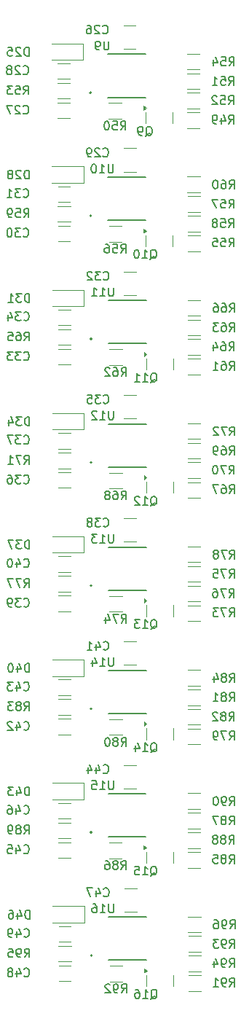
<source format=gbr>
%TF.GenerationSoftware,KiCad,Pcbnew,8.0.1*%
%TF.CreationDate,2024-08-26T16:05:16-04:00*%
%TF.ProjectId,16ch-driver-v1,31366368-2d64-4726-9976-65722d76312e,rev?*%
%TF.SameCoordinates,Original*%
%TF.FileFunction,Legend,Bot*%
%TF.FilePolarity,Positive*%
%FSLAX46Y46*%
G04 Gerber Fmt 4.6, Leading zero omitted, Abs format (unit mm)*
G04 Created by KiCad (PCBNEW 8.0.1) date 2024-08-26 16:05:16*
%MOMM*%
%LPD*%
G01*
G04 APERTURE LIST*
%ADD10C,0.150000*%
%ADD11C,0.120000*%
%ADD12C,0.127000*%
%ADD13C,0.200000*%
G04 APERTURE END LIST*
D10*
X138510359Y-106089818D02*
X138843692Y-105613627D01*
X139081787Y-106089818D02*
X139081787Y-105089818D01*
X139081787Y-105089818D02*
X138700835Y-105089818D01*
X138700835Y-105089818D02*
X138605597Y-105137437D01*
X138605597Y-105137437D02*
X138557978Y-105185056D01*
X138557978Y-105185056D02*
X138510359Y-105280294D01*
X138510359Y-105280294D02*
X138510359Y-105423151D01*
X138510359Y-105423151D02*
X138557978Y-105518389D01*
X138557978Y-105518389D02*
X138605597Y-105566008D01*
X138605597Y-105566008D02*
X138700835Y-105613627D01*
X138700835Y-105613627D02*
X139081787Y-105613627D01*
X138177025Y-105089818D02*
X137510359Y-105089818D01*
X137510359Y-105089818D02*
X137938930Y-106089818D01*
X136986549Y-105518389D02*
X137081787Y-105470770D01*
X137081787Y-105470770D02*
X137129406Y-105423151D01*
X137129406Y-105423151D02*
X137177025Y-105327913D01*
X137177025Y-105327913D02*
X137177025Y-105280294D01*
X137177025Y-105280294D02*
X137129406Y-105185056D01*
X137129406Y-105185056D02*
X137081787Y-105137437D01*
X137081787Y-105137437D02*
X136986549Y-105089818D01*
X136986549Y-105089818D02*
X136796073Y-105089818D01*
X136796073Y-105089818D02*
X136700835Y-105137437D01*
X136700835Y-105137437D02*
X136653216Y-105185056D01*
X136653216Y-105185056D02*
X136605597Y-105280294D01*
X136605597Y-105280294D02*
X136605597Y-105327913D01*
X136605597Y-105327913D02*
X136653216Y-105423151D01*
X136653216Y-105423151D02*
X136700835Y-105470770D01*
X136700835Y-105470770D02*
X136796073Y-105518389D01*
X136796073Y-105518389D02*
X136986549Y-105518389D01*
X136986549Y-105518389D02*
X137081787Y-105566008D01*
X137081787Y-105566008D02*
X137129406Y-105613627D01*
X137129406Y-105613627D02*
X137177025Y-105708865D01*
X137177025Y-105708865D02*
X137177025Y-105899341D01*
X137177025Y-105899341D02*
X137129406Y-105994579D01*
X137129406Y-105994579D02*
X137081787Y-106042199D01*
X137081787Y-106042199D02*
X136986549Y-106089818D01*
X136986549Y-106089818D02*
X136796073Y-106089818D01*
X136796073Y-106089818D02*
X136700835Y-106042199D01*
X136700835Y-106042199D02*
X136653216Y-105994579D01*
X136653216Y-105994579D02*
X136605597Y-105899341D01*
X136605597Y-105899341D02*
X136605597Y-105708865D01*
X136605597Y-105708865D02*
X136653216Y-105613627D01*
X136653216Y-105613627D02*
X136700835Y-105566008D01*
X136700835Y-105566008D02*
X136796073Y-105518389D01*
X138430359Y-69844819D02*
X138763692Y-69368628D01*
X139001787Y-69844819D02*
X139001787Y-68844819D01*
X139001787Y-68844819D02*
X138620835Y-68844819D01*
X138620835Y-68844819D02*
X138525597Y-68892438D01*
X138525597Y-68892438D02*
X138477978Y-68940057D01*
X138477978Y-68940057D02*
X138430359Y-69035295D01*
X138430359Y-69035295D02*
X138430359Y-69178152D01*
X138430359Y-69178152D02*
X138477978Y-69273390D01*
X138477978Y-69273390D02*
X138525597Y-69321009D01*
X138525597Y-69321009D02*
X138620835Y-69368628D01*
X138620835Y-69368628D02*
X139001787Y-69368628D01*
X137525597Y-68844819D02*
X138001787Y-68844819D01*
X138001787Y-68844819D02*
X138049406Y-69321009D01*
X138049406Y-69321009D02*
X138001787Y-69273390D01*
X138001787Y-69273390D02*
X137906549Y-69225771D01*
X137906549Y-69225771D02*
X137668454Y-69225771D01*
X137668454Y-69225771D02*
X137573216Y-69273390D01*
X137573216Y-69273390D02*
X137525597Y-69321009D01*
X137525597Y-69321009D02*
X137477978Y-69416247D01*
X137477978Y-69416247D02*
X137477978Y-69654342D01*
X137477978Y-69654342D02*
X137525597Y-69749580D01*
X137525597Y-69749580D02*
X137573216Y-69797200D01*
X137573216Y-69797200D02*
X137668454Y-69844819D01*
X137668454Y-69844819D02*
X137906549Y-69844819D01*
X137906549Y-69844819D02*
X138001787Y-69797200D01*
X138001787Y-69797200D02*
X138049406Y-69749580D01*
X136573216Y-68844819D02*
X137049406Y-68844819D01*
X137049406Y-68844819D02*
X137097025Y-69321009D01*
X137097025Y-69321009D02*
X137049406Y-69273390D01*
X137049406Y-69273390D02*
X136954168Y-69225771D01*
X136954168Y-69225771D02*
X136716073Y-69225771D01*
X136716073Y-69225771D02*
X136620835Y-69273390D01*
X136620835Y-69273390D02*
X136573216Y-69321009D01*
X136573216Y-69321009D02*
X136525597Y-69416247D01*
X136525597Y-69416247D02*
X136525597Y-69654342D01*
X136525597Y-69654342D02*
X136573216Y-69749580D01*
X136573216Y-69749580D02*
X136620835Y-69797200D01*
X136620835Y-69797200D02*
X136716073Y-69844819D01*
X136716073Y-69844819D02*
X136954168Y-69844819D01*
X136954168Y-69844819D02*
X137049406Y-69797200D01*
X137049406Y-69797200D02*
X137097025Y-69749580D01*
X138480359Y-98494819D02*
X138813692Y-98018628D01*
X139051787Y-98494819D02*
X139051787Y-97494819D01*
X139051787Y-97494819D02*
X138670835Y-97494819D01*
X138670835Y-97494819D02*
X138575597Y-97542438D01*
X138575597Y-97542438D02*
X138527978Y-97590057D01*
X138527978Y-97590057D02*
X138480359Y-97685295D01*
X138480359Y-97685295D02*
X138480359Y-97828152D01*
X138480359Y-97828152D02*
X138527978Y-97923390D01*
X138527978Y-97923390D02*
X138575597Y-97971009D01*
X138575597Y-97971009D02*
X138670835Y-98018628D01*
X138670835Y-98018628D02*
X139051787Y-98018628D01*
X137623216Y-97494819D02*
X137813692Y-97494819D01*
X137813692Y-97494819D02*
X137908930Y-97542438D01*
X137908930Y-97542438D02*
X137956549Y-97590057D01*
X137956549Y-97590057D02*
X138051787Y-97732914D01*
X138051787Y-97732914D02*
X138099406Y-97923390D01*
X138099406Y-97923390D02*
X138099406Y-98304342D01*
X138099406Y-98304342D02*
X138051787Y-98399580D01*
X138051787Y-98399580D02*
X138004168Y-98447200D01*
X138004168Y-98447200D02*
X137908930Y-98494819D01*
X137908930Y-98494819D02*
X137718454Y-98494819D01*
X137718454Y-98494819D02*
X137623216Y-98447200D01*
X137623216Y-98447200D02*
X137575597Y-98399580D01*
X137575597Y-98399580D02*
X137527978Y-98304342D01*
X137527978Y-98304342D02*
X137527978Y-98066247D01*
X137527978Y-98066247D02*
X137575597Y-97971009D01*
X137575597Y-97971009D02*
X137623216Y-97923390D01*
X137623216Y-97923390D02*
X137718454Y-97875771D01*
X137718454Y-97875771D02*
X137908930Y-97875771D01*
X137908930Y-97875771D02*
X138004168Y-97923390D01*
X138004168Y-97923390D02*
X138051787Y-97971009D01*
X138051787Y-97971009D02*
X138099406Y-98066247D01*
X137194644Y-97494819D02*
X136527978Y-97494819D01*
X136527978Y-97494819D02*
X136956549Y-98494819D01*
X128747740Y-57002555D02*
X128842978Y-56954936D01*
X128842978Y-56954936D02*
X128938216Y-56859698D01*
X128938216Y-56859698D02*
X129081073Y-56716840D01*
X129081073Y-56716840D02*
X129176311Y-56669221D01*
X129176311Y-56669221D02*
X129271549Y-56669221D01*
X129223930Y-56907317D02*
X129319168Y-56859698D01*
X129319168Y-56859698D02*
X129414406Y-56764459D01*
X129414406Y-56764459D02*
X129462025Y-56573983D01*
X129462025Y-56573983D02*
X129462025Y-56240650D01*
X129462025Y-56240650D02*
X129414406Y-56050174D01*
X129414406Y-56050174D02*
X129319168Y-55954936D01*
X129319168Y-55954936D02*
X129223930Y-55907317D01*
X129223930Y-55907317D02*
X129033454Y-55907317D01*
X129033454Y-55907317D02*
X128938216Y-55954936D01*
X128938216Y-55954936D02*
X128842978Y-56050174D01*
X128842978Y-56050174D02*
X128795359Y-56240650D01*
X128795359Y-56240650D02*
X128795359Y-56573983D01*
X128795359Y-56573983D02*
X128842978Y-56764459D01*
X128842978Y-56764459D02*
X128938216Y-56859698D01*
X128938216Y-56859698D02*
X129033454Y-56907317D01*
X129033454Y-56907317D02*
X129223930Y-56907317D01*
X128319168Y-56907317D02*
X128128692Y-56907317D01*
X128128692Y-56907317D02*
X128033454Y-56859698D01*
X128033454Y-56859698D02*
X127985835Y-56812078D01*
X127985835Y-56812078D02*
X127890597Y-56669221D01*
X127890597Y-56669221D02*
X127842978Y-56478745D01*
X127842978Y-56478745D02*
X127842978Y-56097793D01*
X127842978Y-56097793D02*
X127890597Y-56002555D01*
X127890597Y-56002555D02*
X127938216Y-55954936D01*
X127938216Y-55954936D02*
X128033454Y-55907317D01*
X128033454Y-55907317D02*
X128223930Y-55907317D01*
X128223930Y-55907317D02*
X128319168Y-55954936D01*
X128319168Y-55954936D02*
X128366787Y-56002555D01*
X128366787Y-56002555D02*
X128414406Y-56097793D01*
X128414406Y-56097793D02*
X128414406Y-56335888D01*
X128414406Y-56335888D02*
X128366787Y-56431126D01*
X128366787Y-56431126D02*
X128319168Y-56478745D01*
X128319168Y-56478745D02*
X128223930Y-56526364D01*
X128223930Y-56526364D02*
X128033454Y-56526364D01*
X128033454Y-56526364D02*
X127938216Y-56478745D01*
X127938216Y-56478745D02*
X127890597Y-56431126D01*
X127890597Y-56431126D02*
X127842978Y-56335888D01*
X138460359Y-63114818D02*
X138793692Y-62638627D01*
X139031787Y-63114818D02*
X139031787Y-62114818D01*
X139031787Y-62114818D02*
X138650835Y-62114818D01*
X138650835Y-62114818D02*
X138555597Y-62162437D01*
X138555597Y-62162437D02*
X138507978Y-62210056D01*
X138507978Y-62210056D02*
X138460359Y-62305294D01*
X138460359Y-62305294D02*
X138460359Y-62448151D01*
X138460359Y-62448151D02*
X138507978Y-62543389D01*
X138507978Y-62543389D02*
X138555597Y-62591008D01*
X138555597Y-62591008D02*
X138650835Y-62638627D01*
X138650835Y-62638627D02*
X139031787Y-62638627D01*
X137603216Y-62114818D02*
X137793692Y-62114818D01*
X137793692Y-62114818D02*
X137888930Y-62162437D01*
X137888930Y-62162437D02*
X137936549Y-62210056D01*
X137936549Y-62210056D02*
X138031787Y-62352913D01*
X138031787Y-62352913D02*
X138079406Y-62543389D01*
X138079406Y-62543389D02*
X138079406Y-62924341D01*
X138079406Y-62924341D02*
X138031787Y-63019579D01*
X138031787Y-63019579D02*
X137984168Y-63067199D01*
X137984168Y-63067199D02*
X137888930Y-63114818D01*
X137888930Y-63114818D02*
X137698454Y-63114818D01*
X137698454Y-63114818D02*
X137603216Y-63067199D01*
X137603216Y-63067199D02*
X137555597Y-63019579D01*
X137555597Y-63019579D02*
X137507978Y-62924341D01*
X137507978Y-62924341D02*
X137507978Y-62686246D01*
X137507978Y-62686246D02*
X137555597Y-62591008D01*
X137555597Y-62591008D02*
X137603216Y-62543389D01*
X137603216Y-62543389D02*
X137698454Y-62495770D01*
X137698454Y-62495770D02*
X137888930Y-62495770D01*
X137888930Y-62495770D02*
X137984168Y-62543389D01*
X137984168Y-62543389D02*
X138031787Y-62591008D01*
X138031787Y-62591008D02*
X138079406Y-62686246D01*
X136888930Y-62114818D02*
X136793692Y-62114818D01*
X136793692Y-62114818D02*
X136698454Y-62162437D01*
X136698454Y-62162437D02*
X136650835Y-62210056D01*
X136650835Y-62210056D02*
X136603216Y-62305294D01*
X136603216Y-62305294D02*
X136555597Y-62495770D01*
X136555597Y-62495770D02*
X136555597Y-62733865D01*
X136555597Y-62733865D02*
X136603216Y-62924341D01*
X136603216Y-62924341D02*
X136650835Y-63019579D01*
X136650835Y-63019579D02*
X136698454Y-63067199D01*
X136698454Y-63067199D02*
X136793692Y-63114818D01*
X136793692Y-63114818D02*
X136888930Y-63114818D01*
X136888930Y-63114818D02*
X136984168Y-63067199D01*
X136984168Y-63067199D02*
X137031787Y-63019579D01*
X137031787Y-63019579D02*
X137079406Y-62924341D01*
X137079406Y-62924341D02*
X137127025Y-62733865D01*
X137127025Y-62733865D02*
X137127025Y-62495770D01*
X137127025Y-62495770D02*
X137079406Y-62305294D01*
X137079406Y-62305294D02*
X137031787Y-62210056D01*
X137031787Y-62210056D02*
X136984168Y-62162437D01*
X136984168Y-62162437D02*
X136888930Y-62114818D01*
X123825359Y-102279579D02*
X123872978Y-102327199D01*
X123872978Y-102327199D02*
X124015835Y-102374818D01*
X124015835Y-102374818D02*
X124111073Y-102374818D01*
X124111073Y-102374818D02*
X124253930Y-102327199D01*
X124253930Y-102327199D02*
X124349168Y-102231960D01*
X124349168Y-102231960D02*
X124396787Y-102136722D01*
X124396787Y-102136722D02*
X124444406Y-101946246D01*
X124444406Y-101946246D02*
X124444406Y-101803389D01*
X124444406Y-101803389D02*
X124396787Y-101612913D01*
X124396787Y-101612913D02*
X124349168Y-101517675D01*
X124349168Y-101517675D02*
X124253930Y-101422437D01*
X124253930Y-101422437D02*
X124111073Y-101374818D01*
X124111073Y-101374818D02*
X124015835Y-101374818D01*
X124015835Y-101374818D02*
X123872978Y-101422437D01*
X123872978Y-101422437D02*
X123825359Y-101470056D01*
X123492025Y-101374818D02*
X122872978Y-101374818D01*
X122872978Y-101374818D02*
X123206311Y-101755770D01*
X123206311Y-101755770D02*
X123063454Y-101755770D01*
X123063454Y-101755770D02*
X122968216Y-101803389D01*
X122968216Y-101803389D02*
X122920597Y-101851008D01*
X122920597Y-101851008D02*
X122872978Y-101946246D01*
X122872978Y-101946246D02*
X122872978Y-102184341D01*
X122872978Y-102184341D02*
X122920597Y-102279579D01*
X122920597Y-102279579D02*
X122968216Y-102327199D01*
X122968216Y-102327199D02*
X123063454Y-102374818D01*
X123063454Y-102374818D02*
X123349168Y-102374818D01*
X123349168Y-102374818D02*
X123444406Y-102327199D01*
X123444406Y-102327199D02*
X123492025Y-102279579D01*
X122301549Y-101803389D02*
X122396787Y-101755770D01*
X122396787Y-101755770D02*
X122444406Y-101708151D01*
X122444406Y-101708151D02*
X122492025Y-101612913D01*
X122492025Y-101612913D02*
X122492025Y-101565294D01*
X122492025Y-101565294D02*
X122444406Y-101470056D01*
X122444406Y-101470056D02*
X122396787Y-101422437D01*
X122396787Y-101422437D02*
X122301549Y-101374818D01*
X122301549Y-101374818D02*
X122111073Y-101374818D01*
X122111073Y-101374818D02*
X122015835Y-101422437D01*
X122015835Y-101422437D02*
X121968216Y-101470056D01*
X121968216Y-101470056D02*
X121920597Y-101565294D01*
X121920597Y-101565294D02*
X121920597Y-101612913D01*
X121920597Y-101612913D02*
X121968216Y-101708151D01*
X121968216Y-101708151D02*
X122015835Y-101755770D01*
X122015835Y-101755770D02*
X122111073Y-101803389D01*
X122111073Y-101803389D02*
X122301549Y-101803389D01*
X122301549Y-101803389D02*
X122396787Y-101851008D01*
X122396787Y-101851008D02*
X122444406Y-101898627D01*
X122444406Y-101898627D02*
X122492025Y-101993865D01*
X122492025Y-101993865D02*
X122492025Y-102184341D01*
X122492025Y-102184341D02*
X122444406Y-102279579D01*
X122444406Y-102279579D02*
X122396787Y-102327199D01*
X122396787Y-102327199D02*
X122301549Y-102374818D01*
X122301549Y-102374818D02*
X122111073Y-102374818D01*
X122111073Y-102374818D02*
X122015835Y-102327199D01*
X122015835Y-102327199D02*
X121968216Y-102279579D01*
X121968216Y-102279579D02*
X121920597Y-102184341D01*
X121920597Y-102184341D02*
X121920597Y-101993865D01*
X121920597Y-101993865D02*
X121968216Y-101898627D01*
X121968216Y-101898627D02*
X122015835Y-101851008D01*
X122015835Y-101851008D02*
X122111073Y-101803389D01*
X123825359Y-73629579D02*
X123872978Y-73677199D01*
X123872978Y-73677199D02*
X124015835Y-73724818D01*
X124015835Y-73724818D02*
X124111073Y-73724818D01*
X124111073Y-73724818D02*
X124253930Y-73677199D01*
X124253930Y-73677199D02*
X124349168Y-73581960D01*
X124349168Y-73581960D02*
X124396787Y-73486722D01*
X124396787Y-73486722D02*
X124444406Y-73296246D01*
X124444406Y-73296246D02*
X124444406Y-73153389D01*
X124444406Y-73153389D02*
X124396787Y-72962913D01*
X124396787Y-72962913D02*
X124349168Y-72867675D01*
X124349168Y-72867675D02*
X124253930Y-72772437D01*
X124253930Y-72772437D02*
X124111073Y-72724818D01*
X124111073Y-72724818D02*
X124015835Y-72724818D01*
X124015835Y-72724818D02*
X123872978Y-72772437D01*
X123872978Y-72772437D02*
X123825359Y-72820056D01*
X123492025Y-72724818D02*
X122872978Y-72724818D01*
X122872978Y-72724818D02*
X123206311Y-73105770D01*
X123206311Y-73105770D02*
X123063454Y-73105770D01*
X123063454Y-73105770D02*
X122968216Y-73153389D01*
X122968216Y-73153389D02*
X122920597Y-73201008D01*
X122920597Y-73201008D02*
X122872978Y-73296246D01*
X122872978Y-73296246D02*
X122872978Y-73534341D01*
X122872978Y-73534341D02*
X122920597Y-73629579D01*
X122920597Y-73629579D02*
X122968216Y-73677199D01*
X122968216Y-73677199D02*
X123063454Y-73724818D01*
X123063454Y-73724818D02*
X123349168Y-73724818D01*
X123349168Y-73724818D02*
X123444406Y-73677199D01*
X123444406Y-73677199D02*
X123492025Y-73629579D01*
X122492025Y-72820056D02*
X122444406Y-72772437D01*
X122444406Y-72772437D02*
X122349168Y-72724818D01*
X122349168Y-72724818D02*
X122111073Y-72724818D01*
X122111073Y-72724818D02*
X122015835Y-72772437D01*
X122015835Y-72772437D02*
X121968216Y-72820056D01*
X121968216Y-72820056D02*
X121920597Y-72915294D01*
X121920597Y-72915294D02*
X121920597Y-73010532D01*
X121920597Y-73010532D02*
X121968216Y-73153389D01*
X121968216Y-73153389D02*
X122539644Y-73724818D01*
X122539644Y-73724818D02*
X121920597Y-73724818D01*
X114495359Y-54332079D02*
X114542978Y-54379699D01*
X114542978Y-54379699D02*
X114685835Y-54427318D01*
X114685835Y-54427318D02*
X114781073Y-54427318D01*
X114781073Y-54427318D02*
X114923930Y-54379699D01*
X114923930Y-54379699D02*
X115019168Y-54284460D01*
X115019168Y-54284460D02*
X115066787Y-54189222D01*
X115066787Y-54189222D02*
X115114406Y-53998746D01*
X115114406Y-53998746D02*
X115114406Y-53855889D01*
X115114406Y-53855889D02*
X115066787Y-53665413D01*
X115066787Y-53665413D02*
X115019168Y-53570175D01*
X115019168Y-53570175D02*
X114923930Y-53474937D01*
X114923930Y-53474937D02*
X114781073Y-53427318D01*
X114781073Y-53427318D02*
X114685835Y-53427318D01*
X114685835Y-53427318D02*
X114542978Y-53474937D01*
X114542978Y-53474937D02*
X114495359Y-53522556D01*
X114114406Y-53522556D02*
X114066787Y-53474937D01*
X114066787Y-53474937D02*
X113971549Y-53427318D01*
X113971549Y-53427318D02*
X113733454Y-53427318D01*
X113733454Y-53427318D02*
X113638216Y-53474937D01*
X113638216Y-53474937D02*
X113590597Y-53522556D01*
X113590597Y-53522556D02*
X113542978Y-53617794D01*
X113542978Y-53617794D02*
X113542978Y-53713032D01*
X113542978Y-53713032D02*
X113590597Y-53855889D01*
X113590597Y-53855889D02*
X114162025Y-54427318D01*
X114162025Y-54427318D02*
X113542978Y-54427318D01*
X113209644Y-53427318D02*
X112542978Y-53427318D01*
X112542978Y-53427318D02*
X112971549Y-54427318D01*
X129329929Y-157235055D02*
X129425167Y-157187436D01*
X129425167Y-157187436D02*
X129520405Y-157092198D01*
X129520405Y-157092198D02*
X129663262Y-156949340D01*
X129663262Y-156949340D02*
X129758500Y-156901721D01*
X129758500Y-156901721D02*
X129853738Y-156901721D01*
X129806119Y-157139817D02*
X129901357Y-157092198D01*
X129901357Y-157092198D02*
X129996595Y-156996959D01*
X129996595Y-156996959D02*
X130044214Y-156806483D01*
X130044214Y-156806483D02*
X130044214Y-156473150D01*
X130044214Y-156473150D02*
X129996595Y-156282674D01*
X129996595Y-156282674D02*
X129901357Y-156187436D01*
X129901357Y-156187436D02*
X129806119Y-156139817D01*
X129806119Y-156139817D02*
X129615643Y-156139817D01*
X129615643Y-156139817D02*
X129520405Y-156187436D01*
X129520405Y-156187436D02*
X129425167Y-156282674D01*
X129425167Y-156282674D02*
X129377548Y-156473150D01*
X129377548Y-156473150D02*
X129377548Y-156806483D01*
X129377548Y-156806483D02*
X129425167Y-156996959D01*
X129425167Y-156996959D02*
X129520405Y-157092198D01*
X129520405Y-157092198D02*
X129615643Y-157139817D01*
X129615643Y-157139817D02*
X129806119Y-157139817D01*
X128425167Y-157139817D02*
X128996595Y-157139817D01*
X128710881Y-157139817D02*
X128710881Y-156139817D01*
X128710881Y-156139817D02*
X128806119Y-156282674D01*
X128806119Y-156282674D02*
X128901357Y-156377912D01*
X128901357Y-156377912D02*
X128996595Y-156425531D01*
X127568024Y-156139817D02*
X127758500Y-156139817D01*
X127758500Y-156139817D02*
X127853738Y-156187436D01*
X127853738Y-156187436D02*
X127901357Y-156235055D01*
X127901357Y-156235055D02*
X127996595Y-156377912D01*
X127996595Y-156377912D02*
X128044214Y-156568388D01*
X128044214Y-156568388D02*
X128044214Y-156949340D01*
X128044214Y-156949340D02*
X127996595Y-157044578D01*
X127996595Y-157044578D02*
X127948976Y-157092198D01*
X127948976Y-157092198D02*
X127853738Y-157139817D01*
X127853738Y-157139817D02*
X127663262Y-157139817D01*
X127663262Y-157139817D02*
X127568024Y-157092198D01*
X127568024Y-157092198D02*
X127520405Y-157044578D01*
X127520405Y-157044578D02*
X127472786Y-156949340D01*
X127472786Y-156949340D02*
X127472786Y-156711245D01*
X127472786Y-156711245D02*
X127520405Y-156616007D01*
X127520405Y-156616007D02*
X127568024Y-156568388D01*
X127568024Y-156568388D02*
X127663262Y-156520769D01*
X127663262Y-156520769D02*
X127853738Y-156520769D01*
X127853738Y-156520769D02*
X127948976Y-156568388D01*
X127948976Y-156568388D02*
X127996595Y-156616007D01*
X127996595Y-156616007D02*
X128044214Y-156711245D01*
X138440359Y-96254819D02*
X138773692Y-95778628D01*
X139011787Y-96254819D02*
X139011787Y-95254819D01*
X139011787Y-95254819D02*
X138630835Y-95254819D01*
X138630835Y-95254819D02*
X138535597Y-95302438D01*
X138535597Y-95302438D02*
X138487978Y-95350057D01*
X138487978Y-95350057D02*
X138440359Y-95445295D01*
X138440359Y-95445295D02*
X138440359Y-95588152D01*
X138440359Y-95588152D02*
X138487978Y-95683390D01*
X138487978Y-95683390D02*
X138535597Y-95731009D01*
X138535597Y-95731009D02*
X138630835Y-95778628D01*
X138630835Y-95778628D02*
X139011787Y-95778628D01*
X138107025Y-95254819D02*
X137440359Y-95254819D01*
X137440359Y-95254819D02*
X137868930Y-96254819D01*
X136868930Y-95254819D02*
X136773692Y-95254819D01*
X136773692Y-95254819D02*
X136678454Y-95302438D01*
X136678454Y-95302438D02*
X136630835Y-95350057D01*
X136630835Y-95350057D02*
X136583216Y-95445295D01*
X136583216Y-95445295D02*
X136535597Y-95635771D01*
X136535597Y-95635771D02*
X136535597Y-95873866D01*
X136535597Y-95873866D02*
X136583216Y-96064342D01*
X136583216Y-96064342D02*
X136630835Y-96159580D01*
X136630835Y-96159580D02*
X136678454Y-96207200D01*
X136678454Y-96207200D02*
X136773692Y-96254819D01*
X136773692Y-96254819D02*
X136868930Y-96254819D01*
X136868930Y-96254819D02*
X136964168Y-96207200D01*
X136964168Y-96207200D02*
X137011787Y-96159580D01*
X137011787Y-96159580D02*
X137059406Y-96064342D01*
X137059406Y-96064342D02*
X137107025Y-95873866D01*
X137107025Y-95873866D02*
X137107025Y-95635771D01*
X137107025Y-95635771D02*
X137059406Y-95445295D01*
X137059406Y-95445295D02*
X137011787Y-95350057D01*
X137011787Y-95350057D02*
X136964168Y-95302438D01*
X136964168Y-95302438D02*
X136868930Y-95254819D01*
X123825359Y-87954579D02*
X123872978Y-88002199D01*
X123872978Y-88002199D02*
X124015835Y-88049818D01*
X124015835Y-88049818D02*
X124111073Y-88049818D01*
X124111073Y-88049818D02*
X124253930Y-88002199D01*
X124253930Y-88002199D02*
X124349168Y-87906960D01*
X124349168Y-87906960D02*
X124396787Y-87811722D01*
X124396787Y-87811722D02*
X124444406Y-87621246D01*
X124444406Y-87621246D02*
X124444406Y-87478389D01*
X124444406Y-87478389D02*
X124396787Y-87287913D01*
X124396787Y-87287913D02*
X124349168Y-87192675D01*
X124349168Y-87192675D02*
X124253930Y-87097437D01*
X124253930Y-87097437D02*
X124111073Y-87049818D01*
X124111073Y-87049818D02*
X124015835Y-87049818D01*
X124015835Y-87049818D02*
X123872978Y-87097437D01*
X123872978Y-87097437D02*
X123825359Y-87145056D01*
X123492025Y-87049818D02*
X122872978Y-87049818D01*
X122872978Y-87049818D02*
X123206311Y-87430770D01*
X123206311Y-87430770D02*
X123063454Y-87430770D01*
X123063454Y-87430770D02*
X122968216Y-87478389D01*
X122968216Y-87478389D02*
X122920597Y-87526008D01*
X122920597Y-87526008D02*
X122872978Y-87621246D01*
X122872978Y-87621246D02*
X122872978Y-87859341D01*
X122872978Y-87859341D02*
X122920597Y-87954579D01*
X122920597Y-87954579D02*
X122968216Y-88002199D01*
X122968216Y-88002199D02*
X123063454Y-88049818D01*
X123063454Y-88049818D02*
X123349168Y-88049818D01*
X123349168Y-88049818D02*
X123444406Y-88002199D01*
X123444406Y-88002199D02*
X123492025Y-87954579D01*
X121968216Y-87049818D02*
X122444406Y-87049818D01*
X122444406Y-87049818D02*
X122492025Y-87526008D01*
X122492025Y-87526008D02*
X122444406Y-87478389D01*
X122444406Y-87478389D02*
X122349168Y-87430770D01*
X122349168Y-87430770D02*
X122111073Y-87430770D01*
X122111073Y-87430770D02*
X122015835Y-87478389D01*
X122015835Y-87478389D02*
X121968216Y-87526008D01*
X121968216Y-87526008D02*
X121920597Y-87621246D01*
X121920597Y-87621246D02*
X121920597Y-87859341D01*
X121920597Y-87859341D02*
X121968216Y-87954579D01*
X121968216Y-87954579D02*
X122015835Y-88002199D01*
X122015835Y-88002199D02*
X122111073Y-88049818D01*
X122111073Y-88049818D02*
X122349168Y-88049818D01*
X122349168Y-88049818D02*
X122444406Y-88002199D01*
X122444406Y-88002199D02*
X122492025Y-87954579D01*
X138430359Y-65354818D02*
X138763692Y-64878627D01*
X139001787Y-65354818D02*
X139001787Y-64354818D01*
X139001787Y-64354818D02*
X138620835Y-64354818D01*
X138620835Y-64354818D02*
X138525597Y-64402437D01*
X138525597Y-64402437D02*
X138477978Y-64450056D01*
X138477978Y-64450056D02*
X138430359Y-64545294D01*
X138430359Y-64545294D02*
X138430359Y-64688151D01*
X138430359Y-64688151D02*
X138477978Y-64783389D01*
X138477978Y-64783389D02*
X138525597Y-64831008D01*
X138525597Y-64831008D02*
X138620835Y-64878627D01*
X138620835Y-64878627D02*
X139001787Y-64878627D01*
X137525597Y-64354818D02*
X138001787Y-64354818D01*
X138001787Y-64354818D02*
X138049406Y-64831008D01*
X138049406Y-64831008D02*
X138001787Y-64783389D01*
X138001787Y-64783389D02*
X137906549Y-64735770D01*
X137906549Y-64735770D02*
X137668454Y-64735770D01*
X137668454Y-64735770D02*
X137573216Y-64783389D01*
X137573216Y-64783389D02*
X137525597Y-64831008D01*
X137525597Y-64831008D02*
X137477978Y-64926246D01*
X137477978Y-64926246D02*
X137477978Y-65164341D01*
X137477978Y-65164341D02*
X137525597Y-65259579D01*
X137525597Y-65259579D02*
X137573216Y-65307199D01*
X137573216Y-65307199D02*
X137668454Y-65354818D01*
X137668454Y-65354818D02*
X137906549Y-65354818D01*
X137906549Y-65354818D02*
X138001787Y-65307199D01*
X138001787Y-65307199D02*
X138049406Y-65259579D01*
X137144644Y-64354818D02*
X136477978Y-64354818D01*
X136477978Y-64354818D02*
X136906549Y-65354818D01*
X124995597Y-88914818D02*
X124995597Y-89724341D01*
X124995597Y-89724341D02*
X124947978Y-89819579D01*
X124947978Y-89819579D02*
X124900359Y-89867199D01*
X124900359Y-89867199D02*
X124805121Y-89914818D01*
X124805121Y-89914818D02*
X124614645Y-89914818D01*
X124614645Y-89914818D02*
X124519407Y-89867199D01*
X124519407Y-89867199D02*
X124471788Y-89819579D01*
X124471788Y-89819579D02*
X124424169Y-89724341D01*
X124424169Y-89724341D02*
X124424169Y-88914818D01*
X123424169Y-89914818D02*
X123995597Y-89914818D01*
X123709883Y-89914818D02*
X123709883Y-88914818D01*
X123709883Y-88914818D02*
X123805121Y-89057675D01*
X123805121Y-89057675D02*
X123900359Y-89152913D01*
X123900359Y-89152913D02*
X123995597Y-89200532D01*
X123043216Y-89010056D02*
X122995597Y-88962437D01*
X122995597Y-88962437D02*
X122900359Y-88914818D01*
X122900359Y-88914818D02*
X122662264Y-88914818D01*
X122662264Y-88914818D02*
X122567026Y-88962437D01*
X122567026Y-88962437D02*
X122519407Y-89010056D01*
X122519407Y-89010056D02*
X122471788Y-89105294D01*
X122471788Y-89105294D02*
X122471788Y-89200532D01*
X122471788Y-89200532D02*
X122519407Y-89343389D01*
X122519407Y-89343389D02*
X123090835Y-89914818D01*
X123090835Y-89914818D02*
X122471788Y-89914818D01*
X125931358Y-156509818D02*
X126264691Y-156033627D01*
X126502786Y-156509818D02*
X126502786Y-155509818D01*
X126502786Y-155509818D02*
X126121834Y-155509818D01*
X126121834Y-155509818D02*
X126026596Y-155557437D01*
X126026596Y-155557437D02*
X125978977Y-155605056D01*
X125978977Y-155605056D02*
X125931358Y-155700294D01*
X125931358Y-155700294D02*
X125931358Y-155843151D01*
X125931358Y-155843151D02*
X125978977Y-155938389D01*
X125978977Y-155938389D02*
X126026596Y-155986008D01*
X126026596Y-155986008D02*
X126121834Y-156033627D01*
X126121834Y-156033627D02*
X126502786Y-156033627D01*
X125455167Y-156509818D02*
X125264691Y-156509818D01*
X125264691Y-156509818D02*
X125169453Y-156462199D01*
X125169453Y-156462199D02*
X125121834Y-156414579D01*
X125121834Y-156414579D02*
X125026596Y-156271722D01*
X125026596Y-156271722D02*
X124978977Y-156081246D01*
X124978977Y-156081246D02*
X124978977Y-155700294D01*
X124978977Y-155700294D02*
X125026596Y-155605056D01*
X125026596Y-155605056D02*
X125074215Y-155557437D01*
X125074215Y-155557437D02*
X125169453Y-155509818D01*
X125169453Y-155509818D02*
X125359929Y-155509818D01*
X125359929Y-155509818D02*
X125455167Y-155557437D01*
X125455167Y-155557437D02*
X125502786Y-155605056D01*
X125502786Y-155605056D02*
X125550405Y-155700294D01*
X125550405Y-155700294D02*
X125550405Y-155938389D01*
X125550405Y-155938389D02*
X125502786Y-156033627D01*
X125502786Y-156033627D02*
X125455167Y-156081246D01*
X125455167Y-156081246D02*
X125359929Y-156128865D01*
X125359929Y-156128865D02*
X125169453Y-156128865D01*
X125169453Y-156128865D02*
X125074215Y-156081246D01*
X125074215Y-156081246D02*
X125026596Y-156033627D01*
X125026596Y-156033627D02*
X124978977Y-155938389D01*
X124598024Y-155605056D02*
X124550405Y-155557437D01*
X124550405Y-155557437D02*
X124455167Y-155509818D01*
X124455167Y-155509818D02*
X124217072Y-155509818D01*
X124217072Y-155509818D02*
X124121834Y-155557437D01*
X124121834Y-155557437D02*
X124074215Y-155605056D01*
X124074215Y-155605056D02*
X124026596Y-155700294D01*
X124026596Y-155700294D02*
X124026596Y-155795532D01*
X124026596Y-155795532D02*
X124074215Y-155938389D01*
X124074215Y-155938389D02*
X124645643Y-156509818D01*
X124645643Y-156509818D02*
X124026596Y-156509818D01*
X138440359Y-110579819D02*
X138773692Y-110103628D01*
X139011787Y-110579819D02*
X139011787Y-109579819D01*
X139011787Y-109579819D02*
X138630835Y-109579819D01*
X138630835Y-109579819D02*
X138535597Y-109627438D01*
X138535597Y-109627438D02*
X138487978Y-109675057D01*
X138487978Y-109675057D02*
X138440359Y-109770295D01*
X138440359Y-109770295D02*
X138440359Y-109913152D01*
X138440359Y-109913152D02*
X138487978Y-110008390D01*
X138487978Y-110008390D02*
X138535597Y-110056009D01*
X138535597Y-110056009D02*
X138630835Y-110103628D01*
X138630835Y-110103628D02*
X139011787Y-110103628D01*
X138107025Y-109579819D02*
X137440359Y-109579819D01*
X137440359Y-109579819D02*
X137868930Y-110579819D01*
X136630835Y-109579819D02*
X136821311Y-109579819D01*
X136821311Y-109579819D02*
X136916549Y-109627438D01*
X136916549Y-109627438D02*
X136964168Y-109675057D01*
X136964168Y-109675057D02*
X137059406Y-109817914D01*
X137059406Y-109817914D02*
X137107025Y-110008390D01*
X137107025Y-110008390D02*
X137107025Y-110389342D01*
X137107025Y-110389342D02*
X137059406Y-110484580D01*
X137059406Y-110484580D02*
X137011787Y-110532200D01*
X137011787Y-110532200D02*
X136916549Y-110579819D01*
X136916549Y-110579819D02*
X136726073Y-110579819D01*
X136726073Y-110579819D02*
X136630835Y-110532200D01*
X136630835Y-110532200D02*
X136583216Y-110484580D01*
X136583216Y-110484580D02*
X136535597Y-110389342D01*
X136535597Y-110389342D02*
X136535597Y-110151247D01*
X136535597Y-110151247D02*
X136583216Y-110056009D01*
X136583216Y-110056009D02*
X136630835Y-110008390D01*
X136630835Y-110008390D02*
X136726073Y-109960771D01*
X136726073Y-109960771D02*
X136916549Y-109960771D01*
X136916549Y-109960771D02*
X137011787Y-110008390D01*
X137011787Y-110008390D02*
X137059406Y-110056009D01*
X137059406Y-110056009D02*
X137107025Y-110151247D01*
X138498856Y-134744819D02*
X138832189Y-134268628D01*
X139070284Y-134744819D02*
X139070284Y-133744819D01*
X139070284Y-133744819D02*
X138689332Y-133744819D01*
X138689332Y-133744819D02*
X138594094Y-133792438D01*
X138594094Y-133792438D02*
X138546475Y-133840057D01*
X138546475Y-133840057D02*
X138498856Y-133935295D01*
X138498856Y-133935295D02*
X138498856Y-134078152D01*
X138498856Y-134078152D02*
X138546475Y-134173390D01*
X138546475Y-134173390D02*
X138594094Y-134221009D01*
X138594094Y-134221009D02*
X138689332Y-134268628D01*
X138689332Y-134268628D02*
X139070284Y-134268628D01*
X138022665Y-134744819D02*
X137832189Y-134744819D01*
X137832189Y-134744819D02*
X137736951Y-134697200D01*
X137736951Y-134697200D02*
X137689332Y-134649580D01*
X137689332Y-134649580D02*
X137594094Y-134506723D01*
X137594094Y-134506723D02*
X137546475Y-134316247D01*
X137546475Y-134316247D02*
X137546475Y-133935295D01*
X137546475Y-133935295D02*
X137594094Y-133840057D01*
X137594094Y-133840057D02*
X137641713Y-133792438D01*
X137641713Y-133792438D02*
X137736951Y-133744819D01*
X137736951Y-133744819D02*
X137927427Y-133744819D01*
X137927427Y-133744819D02*
X138022665Y-133792438D01*
X138022665Y-133792438D02*
X138070284Y-133840057D01*
X138070284Y-133840057D02*
X138117903Y-133935295D01*
X138117903Y-133935295D02*
X138117903Y-134173390D01*
X138117903Y-134173390D02*
X138070284Y-134268628D01*
X138070284Y-134268628D02*
X138022665Y-134316247D01*
X138022665Y-134316247D02*
X137927427Y-134363866D01*
X137927427Y-134363866D02*
X137736951Y-134363866D01*
X137736951Y-134363866D02*
X137641713Y-134316247D01*
X137641713Y-134316247D02*
X137594094Y-134268628D01*
X137594094Y-134268628D02*
X137546475Y-134173390D01*
X136927427Y-133744819D02*
X136832189Y-133744819D01*
X136832189Y-133744819D02*
X136736951Y-133792438D01*
X136736951Y-133792438D02*
X136689332Y-133840057D01*
X136689332Y-133840057D02*
X136641713Y-133935295D01*
X136641713Y-133935295D02*
X136594094Y-134125771D01*
X136594094Y-134125771D02*
X136594094Y-134363866D01*
X136594094Y-134363866D02*
X136641713Y-134554342D01*
X136641713Y-134554342D02*
X136689332Y-134649580D01*
X136689332Y-134649580D02*
X136736951Y-134697200D01*
X136736951Y-134697200D02*
X136832189Y-134744819D01*
X136832189Y-134744819D02*
X136927427Y-134744819D01*
X136927427Y-134744819D02*
X137022665Y-134697200D01*
X137022665Y-134697200D02*
X137070284Y-134649580D01*
X137070284Y-134649580D02*
X137117903Y-134554342D01*
X137117903Y-134554342D02*
X137165522Y-134363866D01*
X137165522Y-134363866D02*
X137165522Y-134125771D01*
X137165522Y-134125771D02*
X137117903Y-133935295D01*
X137117903Y-133935295D02*
X137070284Y-133840057D01*
X137070284Y-133840057D02*
X137022665Y-133792438D01*
X137022665Y-133792438D02*
X136927427Y-133744819D01*
X114601358Y-149964579D02*
X114648977Y-150012199D01*
X114648977Y-150012199D02*
X114791834Y-150059818D01*
X114791834Y-150059818D02*
X114887072Y-150059818D01*
X114887072Y-150059818D02*
X115029929Y-150012199D01*
X115029929Y-150012199D02*
X115125167Y-149916960D01*
X115125167Y-149916960D02*
X115172786Y-149821722D01*
X115172786Y-149821722D02*
X115220405Y-149631246D01*
X115220405Y-149631246D02*
X115220405Y-149488389D01*
X115220405Y-149488389D02*
X115172786Y-149297913D01*
X115172786Y-149297913D02*
X115125167Y-149202675D01*
X115125167Y-149202675D02*
X115029929Y-149107437D01*
X115029929Y-149107437D02*
X114887072Y-149059818D01*
X114887072Y-149059818D02*
X114791834Y-149059818D01*
X114791834Y-149059818D02*
X114648977Y-149107437D01*
X114648977Y-149107437D02*
X114601358Y-149155056D01*
X113744215Y-149393151D02*
X113744215Y-150059818D01*
X113982310Y-149012199D02*
X114220405Y-149726484D01*
X114220405Y-149726484D02*
X113601358Y-149726484D01*
X113172786Y-150059818D02*
X112982310Y-150059818D01*
X112982310Y-150059818D02*
X112887072Y-150012199D01*
X112887072Y-150012199D02*
X112839453Y-149964579D01*
X112839453Y-149964579D02*
X112744215Y-149821722D01*
X112744215Y-149821722D02*
X112696596Y-149631246D01*
X112696596Y-149631246D02*
X112696596Y-149250294D01*
X112696596Y-149250294D02*
X112744215Y-149155056D01*
X112744215Y-149155056D02*
X112791834Y-149107437D01*
X112791834Y-149107437D02*
X112887072Y-149059818D01*
X112887072Y-149059818D02*
X113077548Y-149059818D01*
X113077548Y-149059818D02*
X113172786Y-149107437D01*
X113172786Y-149107437D02*
X113220405Y-149155056D01*
X113220405Y-149155056D02*
X113268024Y-149250294D01*
X113268024Y-149250294D02*
X113268024Y-149488389D01*
X113268024Y-149488389D02*
X113220405Y-149583627D01*
X113220405Y-149583627D02*
X113172786Y-149631246D01*
X113172786Y-149631246D02*
X113077548Y-149678865D01*
X113077548Y-149678865D02*
X112887072Y-149678865D01*
X112887072Y-149678865D02*
X112791834Y-149631246D01*
X112791834Y-149631246D02*
X112744215Y-149583627D01*
X112744215Y-149583627D02*
X112696596Y-149488389D01*
X114570359Y-111594579D02*
X114617978Y-111642199D01*
X114617978Y-111642199D02*
X114760835Y-111689818D01*
X114760835Y-111689818D02*
X114856073Y-111689818D01*
X114856073Y-111689818D02*
X114998930Y-111642199D01*
X114998930Y-111642199D02*
X115094168Y-111546960D01*
X115094168Y-111546960D02*
X115141787Y-111451722D01*
X115141787Y-111451722D02*
X115189406Y-111261246D01*
X115189406Y-111261246D02*
X115189406Y-111118389D01*
X115189406Y-111118389D02*
X115141787Y-110927913D01*
X115141787Y-110927913D02*
X115094168Y-110832675D01*
X115094168Y-110832675D02*
X114998930Y-110737437D01*
X114998930Y-110737437D02*
X114856073Y-110689818D01*
X114856073Y-110689818D02*
X114760835Y-110689818D01*
X114760835Y-110689818D02*
X114617978Y-110737437D01*
X114617978Y-110737437D02*
X114570359Y-110785056D01*
X114237025Y-110689818D02*
X113617978Y-110689818D01*
X113617978Y-110689818D02*
X113951311Y-111070770D01*
X113951311Y-111070770D02*
X113808454Y-111070770D01*
X113808454Y-111070770D02*
X113713216Y-111118389D01*
X113713216Y-111118389D02*
X113665597Y-111166008D01*
X113665597Y-111166008D02*
X113617978Y-111261246D01*
X113617978Y-111261246D02*
X113617978Y-111499341D01*
X113617978Y-111499341D02*
X113665597Y-111594579D01*
X113665597Y-111594579D02*
X113713216Y-111642199D01*
X113713216Y-111642199D02*
X113808454Y-111689818D01*
X113808454Y-111689818D02*
X114094168Y-111689818D01*
X114094168Y-111689818D02*
X114189406Y-111642199D01*
X114189406Y-111642199D02*
X114237025Y-111594579D01*
X113141787Y-111689818D02*
X112951311Y-111689818D01*
X112951311Y-111689818D02*
X112856073Y-111642199D01*
X112856073Y-111642199D02*
X112808454Y-111594579D01*
X112808454Y-111594579D02*
X112713216Y-111451722D01*
X112713216Y-111451722D02*
X112665597Y-111261246D01*
X112665597Y-111261246D02*
X112665597Y-110880294D01*
X112665597Y-110880294D02*
X112713216Y-110785056D01*
X112713216Y-110785056D02*
X112760835Y-110737437D01*
X112760835Y-110737437D02*
X112856073Y-110689818D01*
X112856073Y-110689818D02*
X113046549Y-110689818D01*
X113046549Y-110689818D02*
X113141787Y-110737437D01*
X113141787Y-110737437D02*
X113189406Y-110785056D01*
X113189406Y-110785056D02*
X113237025Y-110880294D01*
X113237025Y-110880294D02*
X113237025Y-111118389D01*
X113237025Y-111118389D02*
X113189406Y-111213627D01*
X113189406Y-111213627D02*
X113141787Y-111261246D01*
X113141787Y-111261246D02*
X113046549Y-111308865D01*
X113046549Y-111308865D02*
X112856073Y-111308865D01*
X112856073Y-111308865D02*
X112760835Y-111261246D01*
X112760835Y-111261246D02*
X112713216Y-111213627D01*
X112713216Y-111213627D02*
X112665597Y-111118389D01*
X125900359Y-113539818D02*
X126233692Y-113063627D01*
X126471787Y-113539818D02*
X126471787Y-112539818D01*
X126471787Y-112539818D02*
X126090835Y-112539818D01*
X126090835Y-112539818D02*
X125995597Y-112587437D01*
X125995597Y-112587437D02*
X125947978Y-112635056D01*
X125947978Y-112635056D02*
X125900359Y-112730294D01*
X125900359Y-112730294D02*
X125900359Y-112873151D01*
X125900359Y-112873151D02*
X125947978Y-112968389D01*
X125947978Y-112968389D02*
X125995597Y-113016008D01*
X125995597Y-113016008D02*
X126090835Y-113063627D01*
X126090835Y-113063627D02*
X126471787Y-113063627D01*
X125567025Y-112539818D02*
X124900359Y-112539818D01*
X124900359Y-112539818D02*
X125328930Y-113539818D01*
X124090835Y-112873151D02*
X124090835Y-113539818D01*
X124328930Y-112492199D02*
X124567025Y-113206484D01*
X124567025Y-113206484D02*
X123947978Y-113206484D01*
X138480359Y-79679818D02*
X138813692Y-79203627D01*
X139051787Y-79679818D02*
X139051787Y-78679818D01*
X139051787Y-78679818D02*
X138670835Y-78679818D01*
X138670835Y-78679818D02*
X138575597Y-78727437D01*
X138575597Y-78727437D02*
X138527978Y-78775056D01*
X138527978Y-78775056D02*
X138480359Y-78870294D01*
X138480359Y-78870294D02*
X138480359Y-79013151D01*
X138480359Y-79013151D02*
X138527978Y-79108389D01*
X138527978Y-79108389D02*
X138575597Y-79156008D01*
X138575597Y-79156008D02*
X138670835Y-79203627D01*
X138670835Y-79203627D02*
X139051787Y-79203627D01*
X137623216Y-78679818D02*
X137813692Y-78679818D01*
X137813692Y-78679818D02*
X137908930Y-78727437D01*
X137908930Y-78727437D02*
X137956549Y-78775056D01*
X137956549Y-78775056D02*
X138051787Y-78917913D01*
X138051787Y-78917913D02*
X138099406Y-79108389D01*
X138099406Y-79108389D02*
X138099406Y-79489341D01*
X138099406Y-79489341D02*
X138051787Y-79584579D01*
X138051787Y-79584579D02*
X138004168Y-79632199D01*
X138004168Y-79632199D02*
X137908930Y-79679818D01*
X137908930Y-79679818D02*
X137718454Y-79679818D01*
X137718454Y-79679818D02*
X137623216Y-79632199D01*
X137623216Y-79632199D02*
X137575597Y-79584579D01*
X137575597Y-79584579D02*
X137527978Y-79489341D01*
X137527978Y-79489341D02*
X137527978Y-79251246D01*
X137527978Y-79251246D02*
X137575597Y-79156008D01*
X137575597Y-79156008D02*
X137623216Y-79108389D01*
X137623216Y-79108389D02*
X137718454Y-79060770D01*
X137718454Y-79060770D02*
X137908930Y-79060770D01*
X137908930Y-79060770D02*
X138004168Y-79108389D01*
X138004168Y-79108389D02*
X138051787Y-79156008D01*
X138051787Y-79156008D02*
X138099406Y-79251246D01*
X137194644Y-78679818D02*
X136575597Y-78679818D01*
X136575597Y-78679818D02*
X136908930Y-79060770D01*
X136908930Y-79060770D02*
X136766073Y-79060770D01*
X136766073Y-79060770D02*
X136670835Y-79108389D01*
X136670835Y-79108389D02*
X136623216Y-79156008D01*
X136623216Y-79156008D02*
X136575597Y-79251246D01*
X136575597Y-79251246D02*
X136575597Y-79489341D01*
X136575597Y-79489341D02*
X136623216Y-79584579D01*
X136623216Y-79584579D02*
X136670835Y-79632199D01*
X136670835Y-79632199D02*
X136766073Y-79679818D01*
X136766073Y-79679818D02*
X137051787Y-79679818D01*
X137051787Y-79679818D02*
X137147025Y-79632199D01*
X137147025Y-79632199D02*
X137194644Y-79584579D01*
X129287427Y-142920056D02*
X129382665Y-142872437D01*
X129382665Y-142872437D02*
X129477903Y-142777199D01*
X129477903Y-142777199D02*
X129620760Y-142634341D01*
X129620760Y-142634341D02*
X129715998Y-142586722D01*
X129715998Y-142586722D02*
X129811236Y-142586722D01*
X129763617Y-142824818D02*
X129858855Y-142777199D01*
X129858855Y-142777199D02*
X129954093Y-142681960D01*
X129954093Y-142681960D02*
X130001712Y-142491484D01*
X130001712Y-142491484D02*
X130001712Y-142158151D01*
X130001712Y-142158151D02*
X129954093Y-141967675D01*
X129954093Y-141967675D02*
X129858855Y-141872437D01*
X129858855Y-141872437D02*
X129763617Y-141824818D01*
X129763617Y-141824818D02*
X129573141Y-141824818D01*
X129573141Y-141824818D02*
X129477903Y-141872437D01*
X129477903Y-141872437D02*
X129382665Y-141967675D01*
X129382665Y-141967675D02*
X129335046Y-142158151D01*
X129335046Y-142158151D02*
X129335046Y-142491484D01*
X129335046Y-142491484D02*
X129382665Y-142681960D01*
X129382665Y-142681960D02*
X129477903Y-142777199D01*
X129477903Y-142777199D02*
X129573141Y-142824818D01*
X129573141Y-142824818D02*
X129763617Y-142824818D01*
X128382665Y-142824818D02*
X128954093Y-142824818D01*
X128668379Y-142824818D02*
X128668379Y-141824818D01*
X128668379Y-141824818D02*
X128763617Y-141967675D01*
X128763617Y-141967675D02*
X128858855Y-142062913D01*
X128858855Y-142062913D02*
X128954093Y-142110532D01*
X127477903Y-141824818D02*
X127954093Y-141824818D01*
X127954093Y-141824818D02*
X128001712Y-142301008D01*
X128001712Y-142301008D02*
X127954093Y-142253389D01*
X127954093Y-142253389D02*
X127858855Y-142205770D01*
X127858855Y-142205770D02*
X127620760Y-142205770D01*
X127620760Y-142205770D02*
X127525522Y-142253389D01*
X127525522Y-142253389D02*
X127477903Y-142301008D01*
X127477903Y-142301008D02*
X127430284Y-142396246D01*
X127430284Y-142396246D02*
X127430284Y-142634341D01*
X127430284Y-142634341D02*
X127477903Y-142729579D01*
X127477903Y-142729579D02*
X127525522Y-142777199D01*
X127525522Y-142777199D02*
X127620760Y-142824818D01*
X127620760Y-142824818D02*
X127858855Y-142824818D01*
X127858855Y-142824818D02*
X127954093Y-142777199D01*
X127954093Y-142777199D02*
X128001712Y-142729579D01*
X125900359Y-84889818D02*
X126233692Y-84413627D01*
X126471787Y-84889818D02*
X126471787Y-83889818D01*
X126471787Y-83889818D02*
X126090835Y-83889818D01*
X126090835Y-83889818D02*
X125995597Y-83937437D01*
X125995597Y-83937437D02*
X125947978Y-83985056D01*
X125947978Y-83985056D02*
X125900359Y-84080294D01*
X125900359Y-84080294D02*
X125900359Y-84223151D01*
X125900359Y-84223151D02*
X125947978Y-84318389D01*
X125947978Y-84318389D02*
X125995597Y-84366008D01*
X125995597Y-84366008D02*
X126090835Y-84413627D01*
X126090835Y-84413627D02*
X126471787Y-84413627D01*
X125043216Y-83889818D02*
X125233692Y-83889818D01*
X125233692Y-83889818D02*
X125328930Y-83937437D01*
X125328930Y-83937437D02*
X125376549Y-83985056D01*
X125376549Y-83985056D02*
X125471787Y-84127913D01*
X125471787Y-84127913D02*
X125519406Y-84318389D01*
X125519406Y-84318389D02*
X125519406Y-84699341D01*
X125519406Y-84699341D02*
X125471787Y-84794579D01*
X125471787Y-84794579D02*
X125424168Y-84842199D01*
X125424168Y-84842199D02*
X125328930Y-84889818D01*
X125328930Y-84889818D02*
X125138454Y-84889818D01*
X125138454Y-84889818D02*
X125043216Y-84842199D01*
X125043216Y-84842199D02*
X124995597Y-84794579D01*
X124995597Y-84794579D02*
X124947978Y-84699341D01*
X124947978Y-84699341D02*
X124947978Y-84461246D01*
X124947978Y-84461246D02*
X124995597Y-84366008D01*
X124995597Y-84366008D02*
X125043216Y-84318389D01*
X125043216Y-84318389D02*
X125138454Y-84270770D01*
X125138454Y-84270770D02*
X125328930Y-84270770D01*
X125328930Y-84270770D02*
X125424168Y-84318389D01*
X125424168Y-84318389D02*
X125471787Y-84366008D01*
X125471787Y-84366008D02*
X125519406Y-84461246D01*
X124567025Y-83985056D02*
X124519406Y-83937437D01*
X124519406Y-83937437D02*
X124424168Y-83889818D01*
X124424168Y-83889818D02*
X124186073Y-83889818D01*
X124186073Y-83889818D02*
X124090835Y-83937437D01*
X124090835Y-83937437D02*
X124043216Y-83985056D01*
X124043216Y-83985056D02*
X123995597Y-84080294D01*
X123995597Y-84080294D02*
X123995597Y-84175532D01*
X123995597Y-84175532D02*
X124043216Y-84318389D01*
X124043216Y-84318389D02*
X124614644Y-84889818D01*
X124614644Y-84889818D02*
X123995597Y-84889818D01*
X115171787Y-61964817D02*
X115171787Y-60964817D01*
X115171787Y-60964817D02*
X114933692Y-60964817D01*
X114933692Y-60964817D02*
X114790835Y-61012436D01*
X114790835Y-61012436D02*
X114695597Y-61107674D01*
X114695597Y-61107674D02*
X114647978Y-61202912D01*
X114647978Y-61202912D02*
X114600359Y-61393388D01*
X114600359Y-61393388D02*
X114600359Y-61536245D01*
X114600359Y-61536245D02*
X114647978Y-61726721D01*
X114647978Y-61726721D02*
X114695597Y-61821959D01*
X114695597Y-61821959D02*
X114790835Y-61917198D01*
X114790835Y-61917198D02*
X114933692Y-61964817D01*
X114933692Y-61964817D02*
X115171787Y-61964817D01*
X114219406Y-61060055D02*
X114171787Y-61012436D01*
X114171787Y-61012436D02*
X114076549Y-60964817D01*
X114076549Y-60964817D02*
X113838454Y-60964817D01*
X113838454Y-60964817D02*
X113743216Y-61012436D01*
X113743216Y-61012436D02*
X113695597Y-61060055D01*
X113695597Y-61060055D02*
X113647978Y-61155293D01*
X113647978Y-61155293D02*
X113647978Y-61250531D01*
X113647978Y-61250531D02*
X113695597Y-61393388D01*
X113695597Y-61393388D02*
X114267025Y-61964817D01*
X114267025Y-61964817D02*
X113647978Y-61964817D01*
X113076549Y-61393388D02*
X113171787Y-61345769D01*
X113171787Y-61345769D02*
X113219406Y-61298150D01*
X113219406Y-61298150D02*
X113267025Y-61202912D01*
X113267025Y-61202912D02*
X113267025Y-61155293D01*
X113267025Y-61155293D02*
X113219406Y-61060055D01*
X113219406Y-61060055D02*
X113171787Y-61012436D01*
X113171787Y-61012436D02*
X113076549Y-60964817D01*
X113076549Y-60964817D02*
X112886073Y-60964817D01*
X112886073Y-60964817D02*
X112790835Y-61012436D01*
X112790835Y-61012436D02*
X112743216Y-61060055D01*
X112743216Y-61060055D02*
X112695597Y-61155293D01*
X112695597Y-61155293D02*
X112695597Y-61202912D01*
X112695597Y-61202912D02*
X112743216Y-61298150D01*
X112743216Y-61298150D02*
X112790835Y-61345769D01*
X112790835Y-61345769D02*
X112886073Y-61393388D01*
X112886073Y-61393388D02*
X113076549Y-61393388D01*
X113076549Y-61393388D02*
X113171787Y-61441007D01*
X113171787Y-61441007D02*
X113219406Y-61488626D01*
X113219406Y-61488626D02*
X113267025Y-61583864D01*
X113267025Y-61583864D02*
X113267025Y-61774340D01*
X113267025Y-61774340D02*
X113219406Y-61869578D01*
X113219406Y-61869578D02*
X113171787Y-61917198D01*
X113171787Y-61917198D02*
X113076549Y-61964817D01*
X113076549Y-61964817D02*
X112886073Y-61964817D01*
X112886073Y-61964817D02*
X112790835Y-61917198D01*
X112790835Y-61917198D02*
X112743216Y-61869578D01*
X112743216Y-61869578D02*
X112695597Y-61774340D01*
X112695597Y-61774340D02*
X112695597Y-61583864D01*
X112695597Y-61583864D02*
X112743216Y-61488626D01*
X112743216Y-61488626D02*
X112790835Y-61441007D01*
X112790835Y-61441007D02*
X112886073Y-61393388D01*
X124995597Y-103239818D02*
X124995597Y-104049341D01*
X124995597Y-104049341D02*
X124947978Y-104144579D01*
X124947978Y-104144579D02*
X124900359Y-104192199D01*
X124900359Y-104192199D02*
X124805121Y-104239818D01*
X124805121Y-104239818D02*
X124614645Y-104239818D01*
X124614645Y-104239818D02*
X124519407Y-104192199D01*
X124519407Y-104192199D02*
X124471788Y-104144579D01*
X124471788Y-104144579D02*
X124424169Y-104049341D01*
X124424169Y-104049341D02*
X124424169Y-103239818D01*
X123424169Y-104239818D02*
X123995597Y-104239818D01*
X123709883Y-104239818D02*
X123709883Y-103239818D01*
X123709883Y-103239818D02*
X123805121Y-103382675D01*
X123805121Y-103382675D02*
X123900359Y-103477913D01*
X123900359Y-103477913D02*
X123995597Y-103525532D01*
X123090835Y-103239818D02*
X122471788Y-103239818D01*
X122471788Y-103239818D02*
X122805121Y-103620770D01*
X122805121Y-103620770D02*
X122662264Y-103620770D01*
X122662264Y-103620770D02*
X122567026Y-103668389D01*
X122567026Y-103668389D02*
X122519407Y-103716008D01*
X122519407Y-103716008D02*
X122471788Y-103811246D01*
X122471788Y-103811246D02*
X122471788Y-104049341D01*
X122471788Y-104049341D02*
X122519407Y-104144579D01*
X122519407Y-104144579D02*
X122567026Y-104192199D01*
X122567026Y-104192199D02*
X122662264Y-104239818D01*
X122662264Y-104239818D02*
X122947978Y-104239818D01*
X122947978Y-104239818D02*
X123043216Y-104192199D01*
X123043216Y-104192199D02*
X123090835Y-104144579D01*
X114520359Y-68619579D02*
X114567978Y-68667199D01*
X114567978Y-68667199D02*
X114710835Y-68714818D01*
X114710835Y-68714818D02*
X114806073Y-68714818D01*
X114806073Y-68714818D02*
X114948930Y-68667199D01*
X114948930Y-68667199D02*
X115044168Y-68571960D01*
X115044168Y-68571960D02*
X115091787Y-68476722D01*
X115091787Y-68476722D02*
X115139406Y-68286246D01*
X115139406Y-68286246D02*
X115139406Y-68143389D01*
X115139406Y-68143389D02*
X115091787Y-67952913D01*
X115091787Y-67952913D02*
X115044168Y-67857675D01*
X115044168Y-67857675D02*
X114948930Y-67762437D01*
X114948930Y-67762437D02*
X114806073Y-67714818D01*
X114806073Y-67714818D02*
X114710835Y-67714818D01*
X114710835Y-67714818D02*
X114567978Y-67762437D01*
X114567978Y-67762437D02*
X114520359Y-67810056D01*
X114187025Y-67714818D02*
X113567978Y-67714818D01*
X113567978Y-67714818D02*
X113901311Y-68095770D01*
X113901311Y-68095770D02*
X113758454Y-68095770D01*
X113758454Y-68095770D02*
X113663216Y-68143389D01*
X113663216Y-68143389D02*
X113615597Y-68191008D01*
X113615597Y-68191008D02*
X113567978Y-68286246D01*
X113567978Y-68286246D02*
X113567978Y-68524341D01*
X113567978Y-68524341D02*
X113615597Y-68619579D01*
X113615597Y-68619579D02*
X113663216Y-68667199D01*
X113663216Y-68667199D02*
X113758454Y-68714818D01*
X113758454Y-68714818D02*
X114044168Y-68714818D01*
X114044168Y-68714818D02*
X114139406Y-68667199D01*
X114139406Y-68667199D02*
X114187025Y-68619579D01*
X112948930Y-67714818D02*
X112853692Y-67714818D01*
X112853692Y-67714818D02*
X112758454Y-67762437D01*
X112758454Y-67762437D02*
X112710835Y-67810056D01*
X112710835Y-67810056D02*
X112663216Y-67905294D01*
X112663216Y-67905294D02*
X112615597Y-68095770D01*
X112615597Y-68095770D02*
X112615597Y-68333865D01*
X112615597Y-68333865D02*
X112663216Y-68524341D01*
X112663216Y-68524341D02*
X112710835Y-68619579D01*
X112710835Y-68619579D02*
X112758454Y-68667199D01*
X112758454Y-68667199D02*
X112853692Y-68714818D01*
X112853692Y-68714818D02*
X112948930Y-68714818D01*
X112948930Y-68714818D02*
X113044168Y-68667199D01*
X113044168Y-68667199D02*
X113091787Y-68619579D01*
X113091787Y-68619579D02*
X113139406Y-68524341D01*
X113139406Y-68524341D02*
X113187025Y-68333865D01*
X113187025Y-68333865D02*
X113187025Y-68095770D01*
X113187025Y-68095770D02*
X113139406Y-67905294D01*
X113139406Y-67905294D02*
X113091787Y-67810056D01*
X113091787Y-67810056D02*
X113044168Y-67762437D01*
X113044168Y-67762437D02*
X112948930Y-67714818D01*
X115146787Y-47677317D02*
X115146787Y-46677317D01*
X115146787Y-46677317D02*
X114908692Y-46677317D01*
X114908692Y-46677317D02*
X114765835Y-46724936D01*
X114765835Y-46724936D02*
X114670597Y-46820174D01*
X114670597Y-46820174D02*
X114622978Y-46915412D01*
X114622978Y-46915412D02*
X114575359Y-47105888D01*
X114575359Y-47105888D02*
X114575359Y-47248745D01*
X114575359Y-47248745D02*
X114622978Y-47439221D01*
X114622978Y-47439221D02*
X114670597Y-47534459D01*
X114670597Y-47534459D02*
X114765835Y-47629698D01*
X114765835Y-47629698D02*
X114908692Y-47677317D01*
X114908692Y-47677317D02*
X115146787Y-47677317D01*
X114194406Y-46772555D02*
X114146787Y-46724936D01*
X114146787Y-46724936D02*
X114051549Y-46677317D01*
X114051549Y-46677317D02*
X113813454Y-46677317D01*
X113813454Y-46677317D02*
X113718216Y-46724936D01*
X113718216Y-46724936D02*
X113670597Y-46772555D01*
X113670597Y-46772555D02*
X113622978Y-46867793D01*
X113622978Y-46867793D02*
X113622978Y-46963031D01*
X113622978Y-46963031D02*
X113670597Y-47105888D01*
X113670597Y-47105888D02*
X114242025Y-47677317D01*
X114242025Y-47677317D02*
X113622978Y-47677317D01*
X112718216Y-46677317D02*
X113194406Y-46677317D01*
X113194406Y-46677317D02*
X113242025Y-47153507D01*
X113242025Y-47153507D02*
X113194406Y-47105888D01*
X113194406Y-47105888D02*
X113099168Y-47058269D01*
X113099168Y-47058269D02*
X112861073Y-47058269D01*
X112861073Y-47058269D02*
X112765835Y-47105888D01*
X112765835Y-47105888D02*
X112718216Y-47153507D01*
X112718216Y-47153507D02*
X112670597Y-47248745D01*
X112670597Y-47248745D02*
X112670597Y-47486840D01*
X112670597Y-47486840D02*
X112718216Y-47582078D01*
X112718216Y-47582078D02*
X112765835Y-47629698D01*
X112765835Y-47629698D02*
X112861073Y-47677317D01*
X112861073Y-47677317D02*
X113099168Y-47677317D01*
X113099168Y-47677317D02*
X113194406Y-47629698D01*
X113194406Y-47629698D02*
X113242025Y-47582078D01*
X138480359Y-94004818D02*
X138813692Y-93528627D01*
X139051787Y-94004818D02*
X139051787Y-93004818D01*
X139051787Y-93004818D02*
X138670835Y-93004818D01*
X138670835Y-93004818D02*
X138575597Y-93052437D01*
X138575597Y-93052437D02*
X138527978Y-93100056D01*
X138527978Y-93100056D02*
X138480359Y-93195294D01*
X138480359Y-93195294D02*
X138480359Y-93338151D01*
X138480359Y-93338151D02*
X138527978Y-93433389D01*
X138527978Y-93433389D02*
X138575597Y-93481008D01*
X138575597Y-93481008D02*
X138670835Y-93528627D01*
X138670835Y-93528627D02*
X139051787Y-93528627D01*
X137623216Y-93004818D02*
X137813692Y-93004818D01*
X137813692Y-93004818D02*
X137908930Y-93052437D01*
X137908930Y-93052437D02*
X137956549Y-93100056D01*
X137956549Y-93100056D02*
X138051787Y-93242913D01*
X138051787Y-93242913D02*
X138099406Y-93433389D01*
X138099406Y-93433389D02*
X138099406Y-93814341D01*
X138099406Y-93814341D02*
X138051787Y-93909579D01*
X138051787Y-93909579D02*
X138004168Y-93957199D01*
X138004168Y-93957199D02*
X137908930Y-94004818D01*
X137908930Y-94004818D02*
X137718454Y-94004818D01*
X137718454Y-94004818D02*
X137623216Y-93957199D01*
X137623216Y-93957199D02*
X137575597Y-93909579D01*
X137575597Y-93909579D02*
X137527978Y-93814341D01*
X137527978Y-93814341D02*
X137527978Y-93576246D01*
X137527978Y-93576246D02*
X137575597Y-93481008D01*
X137575597Y-93481008D02*
X137623216Y-93433389D01*
X137623216Y-93433389D02*
X137718454Y-93385770D01*
X137718454Y-93385770D02*
X137908930Y-93385770D01*
X137908930Y-93385770D02*
X138004168Y-93433389D01*
X138004168Y-93433389D02*
X138051787Y-93481008D01*
X138051787Y-93481008D02*
X138099406Y-93576246D01*
X137051787Y-94004818D02*
X136861311Y-94004818D01*
X136861311Y-94004818D02*
X136766073Y-93957199D01*
X136766073Y-93957199D02*
X136718454Y-93909579D01*
X136718454Y-93909579D02*
X136623216Y-93766722D01*
X136623216Y-93766722D02*
X136575597Y-93576246D01*
X136575597Y-93576246D02*
X136575597Y-93195294D01*
X136575597Y-93195294D02*
X136623216Y-93100056D01*
X136623216Y-93100056D02*
X136670835Y-93052437D01*
X136670835Y-93052437D02*
X136766073Y-93004818D01*
X136766073Y-93004818D02*
X136956549Y-93004818D01*
X136956549Y-93004818D02*
X137051787Y-93052437D01*
X137051787Y-93052437D02*
X137099406Y-93100056D01*
X137099406Y-93100056D02*
X137147025Y-93195294D01*
X137147025Y-93195294D02*
X137147025Y-93433389D01*
X137147025Y-93433389D02*
X137099406Y-93528627D01*
X137099406Y-93528627D02*
X137051787Y-93576246D01*
X137051787Y-93576246D02*
X136956549Y-93623865D01*
X136956549Y-93623865D02*
X136766073Y-93623865D01*
X136766073Y-93623865D02*
X136670835Y-93576246D01*
X136670835Y-93576246D02*
X136623216Y-93528627D01*
X136623216Y-93528627D02*
X136575597Y-93433389D01*
X138480359Y-84169819D02*
X138813692Y-83693628D01*
X139051787Y-84169819D02*
X139051787Y-83169819D01*
X139051787Y-83169819D02*
X138670835Y-83169819D01*
X138670835Y-83169819D02*
X138575597Y-83217438D01*
X138575597Y-83217438D02*
X138527978Y-83265057D01*
X138527978Y-83265057D02*
X138480359Y-83360295D01*
X138480359Y-83360295D02*
X138480359Y-83503152D01*
X138480359Y-83503152D02*
X138527978Y-83598390D01*
X138527978Y-83598390D02*
X138575597Y-83646009D01*
X138575597Y-83646009D02*
X138670835Y-83693628D01*
X138670835Y-83693628D02*
X139051787Y-83693628D01*
X137623216Y-83169819D02*
X137813692Y-83169819D01*
X137813692Y-83169819D02*
X137908930Y-83217438D01*
X137908930Y-83217438D02*
X137956549Y-83265057D01*
X137956549Y-83265057D02*
X138051787Y-83407914D01*
X138051787Y-83407914D02*
X138099406Y-83598390D01*
X138099406Y-83598390D02*
X138099406Y-83979342D01*
X138099406Y-83979342D02*
X138051787Y-84074580D01*
X138051787Y-84074580D02*
X138004168Y-84122200D01*
X138004168Y-84122200D02*
X137908930Y-84169819D01*
X137908930Y-84169819D02*
X137718454Y-84169819D01*
X137718454Y-84169819D02*
X137623216Y-84122200D01*
X137623216Y-84122200D02*
X137575597Y-84074580D01*
X137575597Y-84074580D02*
X137527978Y-83979342D01*
X137527978Y-83979342D02*
X137527978Y-83741247D01*
X137527978Y-83741247D02*
X137575597Y-83646009D01*
X137575597Y-83646009D02*
X137623216Y-83598390D01*
X137623216Y-83598390D02*
X137718454Y-83550771D01*
X137718454Y-83550771D02*
X137908930Y-83550771D01*
X137908930Y-83550771D02*
X138004168Y-83598390D01*
X138004168Y-83598390D02*
X138051787Y-83646009D01*
X138051787Y-83646009D02*
X138099406Y-83741247D01*
X136575597Y-84169819D02*
X137147025Y-84169819D01*
X136861311Y-84169819D02*
X136861311Y-83169819D01*
X136861311Y-83169819D02*
X136956549Y-83312676D01*
X136956549Y-83312676D02*
X137051787Y-83407914D01*
X137051787Y-83407914D02*
X137147025Y-83455533D01*
X125900359Y-99214818D02*
X126233692Y-98738627D01*
X126471787Y-99214818D02*
X126471787Y-98214818D01*
X126471787Y-98214818D02*
X126090835Y-98214818D01*
X126090835Y-98214818D02*
X125995597Y-98262437D01*
X125995597Y-98262437D02*
X125947978Y-98310056D01*
X125947978Y-98310056D02*
X125900359Y-98405294D01*
X125900359Y-98405294D02*
X125900359Y-98548151D01*
X125900359Y-98548151D02*
X125947978Y-98643389D01*
X125947978Y-98643389D02*
X125995597Y-98691008D01*
X125995597Y-98691008D02*
X126090835Y-98738627D01*
X126090835Y-98738627D02*
X126471787Y-98738627D01*
X125043216Y-98214818D02*
X125233692Y-98214818D01*
X125233692Y-98214818D02*
X125328930Y-98262437D01*
X125328930Y-98262437D02*
X125376549Y-98310056D01*
X125376549Y-98310056D02*
X125471787Y-98452913D01*
X125471787Y-98452913D02*
X125519406Y-98643389D01*
X125519406Y-98643389D02*
X125519406Y-99024341D01*
X125519406Y-99024341D02*
X125471787Y-99119579D01*
X125471787Y-99119579D02*
X125424168Y-99167199D01*
X125424168Y-99167199D02*
X125328930Y-99214818D01*
X125328930Y-99214818D02*
X125138454Y-99214818D01*
X125138454Y-99214818D02*
X125043216Y-99167199D01*
X125043216Y-99167199D02*
X124995597Y-99119579D01*
X124995597Y-99119579D02*
X124947978Y-99024341D01*
X124947978Y-99024341D02*
X124947978Y-98786246D01*
X124947978Y-98786246D02*
X124995597Y-98691008D01*
X124995597Y-98691008D02*
X125043216Y-98643389D01*
X125043216Y-98643389D02*
X125138454Y-98595770D01*
X125138454Y-98595770D02*
X125328930Y-98595770D01*
X125328930Y-98595770D02*
X125424168Y-98643389D01*
X125424168Y-98643389D02*
X125471787Y-98691008D01*
X125471787Y-98691008D02*
X125519406Y-98786246D01*
X124376549Y-98643389D02*
X124471787Y-98595770D01*
X124471787Y-98595770D02*
X124519406Y-98548151D01*
X124519406Y-98548151D02*
X124567025Y-98452913D01*
X124567025Y-98452913D02*
X124567025Y-98405294D01*
X124567025Y-98405294D02*
X124519406Y-98310056D01*
X124519406Y-98310056D02*
X124471787Y-98262437D01*
X124471787Y-98262437D02*
X124376549Y-98214818D01*
X124376549Y-98214818D02*
X124186073Y-98214818D01*
X124186073Y-98214818D02*
X124090835Y-98262437D01*
X124090835Y-98262437D02*
X124043216Y-98310056D01*
X124043216Y-98310056D02*
X123995597Y-98405294D01*
X123995597Y-98405294D02*
X123995597Y-98452913D01*
X123995597Y-98452913D02*
X124043216Y-98548151D01*
X124043216Y-98548151D02*
X124090835Y-98595770D01*
X124090835Y-98595770D02*
X124186073Y-98643389D01*
X124186073Y-98643389D02*
X124376549Y-98643389D01*
X124376549Y-98643389D02*
X124471787Y-98691008D01*
X124471787Y-98691008D02*
X124519406Y-98738627D01*
X124519406Y-98738627D02*
X124567025Y-98833865D01*
X124567025Y-98833865D02*
X124567025Y-99024341D01*
X124567025Y-99024341D02*
X124519406Y-99119579D01*
X124519406Y-99119579D02*
X124471787Y-99167199D01*
X124471787Y-99167199D02*
X124376549Y-99214818D01*
X124376549Y-99214818D02*
X124186073Y-99214818D01*
X124186073Y-99214818D02*
X124090835Y-99167199D01*
X124090835Y-99167199D02*
X124043216Y-99119579D01*
X124043216Y-99119579D02*
X123995597Y-99024341D01*
X123995597Y-99024341D02*
X123995597Y-98833865D01*
X123995597Y-98833865D02*
X124043216Y-98738627D01*
X124043216Y-98738627D02*
X124090835Y-98691008D01*
X124090835Y-98691008D02*
X124186073Y-98643389D01*
X123775359Y-59304579D02*
X123822978Y-59352199D01*
X123822978Y-59352199D02*
X123965835Y-59399818D01*
X123965835Y-59399818D02*
X124061073Y-59399818D01*
X124061073Y-59399818D02*
X124203930Y-59352199D01*
X124203930Y-59352199D02*
X124299168Y-59256960D01*
X124299168Y-59256960D02*
X124346787Y-59161722D01*
X124346787Y-59161722D02*
X124394406Y-58971246D01*
X124394406Y-58971246D02*
X124394406Y-58828389D01*
X124394406Y-58828389D02*
X124346787Y-58637913D01*
X124346787Y-58637913D02*
X124299168Y-58542675D01*
X124299168Y-58542675D02*
X124203930Y-58447437D01*
X124203930Y-58447437D02*
X124061073Y-58399818D01*
X124061073Y-58399818D02*
X123965835Y-58399818D01*
X123965835Y-58399818D02*
X123822978Y-58447437D01*
X123822978Y-58447437D02*
X123775359Y-58495056D01*
X123394406Y-58495056D02*
X123346787Y-58447437D01*
X123346787Y-58447437D02*
X123251549Y-58399818D01*
X123251549Y-58399818D02*
X123013454Y-58399818D01*
X123013454Y-58399818D02*
X122918216Y-58447437D01*
X122918216Y-58447437D02*
X122870597Y-58495056D01*
X122870597Y-58495056D02*
X122822978Y-58590294D01*
X122822978Y-58590294D02*
X122822978Y-58685532D01*
X122822978Y-58685532D02*
X122870597Y-58828389D01*
X122870597Y-58828389D02*
X123442025Y-59399818D01*
X123442025Y-59399818D02*
X122822978Y-59399818D01*
X122346787Y-59399818D02*
X122156311Y-59399818D01*
X122156311Y-59399818D02*
X122061073Y-59352199D01*
X122061073Y-59352199D02*
X122013454Y-59304579D01*
X122013454Y-59304579D02*
X121918216Y-59161722D01*
X121918216Y-59161722D02*
X121870597Y-58971246D01*
X121870597Y-58971246D02*
X121870597Y-58590294D01*
X121870597Y-58590294D02*
X121918216Y-58495056D01*
X121918216Y-58495056D02*
X121965835Y-58447437D01*
X121965835Y-58447437D02*
X122061073Y-58399818D01*
X122061073Y-58399818D02*
X122251549Y-58399818D01*
X122251549Y-58399818D02*
X122346787Y-58447437D01*
X122346787Y-58447437D02*
X122394406Y-58495056D01*
X122394406Y-58495056D02*
X122442025Y-58590294D01*
X122442025Y-58590294D02*
X122442025Y-58828389D01*
X122442025Y-58828389D02*
X122394406Y-58923627D01*
X122394406Y-58923627D02*
X122346787Y-58971246D01*
X122346787Y-58971246D02*
X122251549Y-59018865D01*
X122251549Y-59018865D02*
X122061073Y-59018865D01*
X122061073Y-59018865D02*
X121965835Y-58971246D01*
X121965835Y-58971246D02*
X121918216Y-58923627D01*
X121918216Y-58923627D02*
X121870597Y-58828389D01*
X138471358Y-153549819D02*
X138804691Y-153073628D01*
X139042786Y-153549819D02*
X139042786Y-152549819D01*
X139042786Y-152549819D02*
X138661834Y-152549819D01*
X138661834Y-152549819D02*
X138566596Y-152597438D01*
X138566596Y-152597438D02*
X138518977Y-152645057D01*
X138518977Y-152645057D02*
X138471358Y-152740295D01*
X138471358Y-152740295D02*
X138471358Y-152883152D01*
X138471358Y-152883152D02*
X138518977Y-152978390D01*
X138518977Y-152978390D02*
X138566596Y-153026009D01*
X138566596Y-153026009D02*
X138661834Y-153073628D01*
X138661834Y-153073628D02*
X139042786Y-153073628D01*
X137995167Y-153549819D02*
X137804691Y-153549819D01*
X137804691Y-153549819D02*
X137709453Y-153502200D01*
X137709453Y-153502200D02*
X137661834Y-153454580D01*
X137661834Y-153454580D02*
X137566596Y-153311723D01*
X137566596Y-153311723D02*
X137518977Y-153121247D01*
X137518977Y-153121247D02*
X137518977Y-152740295D01*
X137518977Y-152740295D02*
X137566596Y-152645057D01*
X137566596Y-152645057D02*
X137614215Y-152597438D01*
X137614215Y-152597438D02*
X137709453Y-152549819D01*
X137709453Y-152549819D02*
X137899929Y-152549819D01*
X137899929Y-152549819D02*
X137995167Y-152597438D01*
X137995167Y-152597438D02*
X138042786Y-152645057D01*
X138042786Y-152645057D02*
X138090405Y-152740295D01*
X138090405Y-152740295D02*
X138090405Y-152978390D01*
X138090405Y-152978390D02*
X138042786Y-153073628D01*
X138042786Y-153073628D02*
X137995167Y-153121247D01*
X137995167Y-153121247D02*
X137899929Y-153168866D01*
X137899929Y-153168866D02*
X137709453Y-153168866D01*
X137709453Y-153168866D02*
X137614215Y-153121247D01*
X137614215Y-153121247D02*
X137566596Y-153073628D01*
X137566596Y-153073628D02*
X137518977Y-152978390D01*
X136661834Y-152883152D02*
X136661834Y-153549819D01*
X136899929Y-152502200D02*
X137138024Y-153216485D01*
X137138024Y-153216485D02*
X136518977Y-153216485D01*
X138468856Y-141474820D02*
X138802189Y-140998629D01*
X139040284Y-141474820D02*
X139040284Y-140474820D01*
X139040284Y-140474820D02*
X138659332Y-140474820D01*
X138659332Y-140474820D02*
X138564094Y-140522439D01*
X138564094Y-140522439D02*
X138516475Y-140570058D01*
X138516475Y-140570058D02*
X138468856Y-140665296D01*
X138468856Y-140665296D02*
X138468856Y-140808153D01*
X138468856Y-140808153D02*
X138516475Y-140903391D01*
X138516475Y-140903391D02*
X138564094Y-140951010D01*
X138564094Y-140951010D02*
X138659332Y-140998629D01*
X138659332Y-140998629D02*
X139040284Y-140998629D01*
X137897427Y-140903391D02*
X137992665Y-140855772D01*
X137992665Y-140855772D02*
X138040284Y-140808153D01*
X138040284Y-140808153D02*
X138087903Y-140712915D01*
X138087903Y-140712915D02*
X138087903Y-140665296D01*
X138087903Y-140665296D02*
X138040284Y-140570058D01*
X138040284Y-140570058D02*
X137992665Y-140522439D01*
X137992665Y-140522439D02*
X137897427Y-140474820D01*
X137897427Y-140474820D02*
X137706951Y-140474820D01*
X137706951Y-140474820D02*
X137611713Y-140522439D01*
X137611713Y-140522439D02*
X137564094Y-140570058D01*
X137564094Y-140570058D02*
X137516475Y-140665296D01*
X137516475Y-140665296D02*
X137516475Y-140712915D01*
X137516475Y-140712915D02*
X137564094Y-140808153D01*
X137564094Y-140808153D02*
X137611713Y-140855772D01*
X137611713Y-140855772D02*
X137706951Y-140903391D01*
X137706951Y-140903391D02*
X137897427Y-140903391D01*
X137897427Y-140903391D02*
X137992665Y-140951010D01*
X137992665Y-140951010D02*
X138040284Y-140998629D01*
X138040284Y-140998629D02*
X138087903Y-141093867D01*
X138087903Y-141093867D02*
X138087903Y-141284343D01*
X138087903Y-141284343D02*
X138040284Y-141379581D01*
X138040284Y-141379581D02*
X137992665Y-141427201D01*
X137992665Y-141427201D02*
X137897427Y-141474820D01*
X137897427Y-141474820D02*
X137706951Y-141474820D01*
X137706951Y-141474820D02*
X137611713Y-141427201D01*
X137611713Y-141427201D02*
X137564094Y-141379581D01*
X137564094Y-141379581D02*
X137516475Y-141284343D01*
X137516475Y-141284343D02*
X137516475Y-141093867D01*
X137516475Y-141093867D02*
X137564094Y-140998629D01*
X137564094Y-140998629D02*
X137611713Y-140951010D01*
X137611713Y-140951010D02*
X137706951Y-140903391D01*
X136611713Y-140474820D02*
X137087903Y-140474820D01*
X137087903Y-140474820D02*
X137135522Y-140951010D01*
X137135522Y-140951010D02*
X137087903Y-140903391D01*
X137087903Y-140903391D02*
X136992665Y-140855772D01*
X136992665Y-140855772D02*
X136754570Y-140855772D01*
X136754570Y-140855772D02*
X136659332Y-140903391D01*
X136659332Y-140903391D02*
X136611713Y-140951010D01*
X136611713Y-140951010D02*
X136564094Y-141046248D01*
X136564094Y-141046248D02*
X136564094Y-141284343D01*
X136564094Y-141284343D02*
X136611713Y-141379581D01*
X136611713Y-141379581D02*
X136659332Y-141427201D01*
X136659332Y-141427201D02*
X136754570Y-141474820D01*
X136754570Y-141474820D02*
X136992665Y-141474820D01*
X136992665Y-141474820D02*
X137087903Y-141427201D01*
X137087903Y-141427201D02*
X137135522Y-141379581D01*
X138440359Y-81929819D02*
X138773692Y-81453628D01*
X139011787Y-81929819D02*
X139011787Y-80929819D01*
X139011787Y-80929819D02*
X138630835Y-80929819D01*
X138630835Y-80929819D02*
X138535597Y-80977438D01*
X138535597Y-80977438D02*
X138487978Y-81025057D01*
X138487978Y-81025057D02*
X138440359Y-81120295D01*
X138440359Y-81120295D02*
X138440359Y-81263152D01*
X138440359Y-81263152D02*
X138487978Y-81358390D01*
X138487978Y-81358390D02*
X138535597Y-81406009D01*
X138535597Y-81406009D02*
X138630835Y-81453628D01*
X138630835Y-81453628D02*
X139011787Y-81453628D01*
X137583216Y-80929819D02*
X137773692Y-80929819D01*
X137773692Y-80929819D02*
X137868930Y-80977438D01*
X137868930Y-80977438D02*
X137916549Y-81025057D01*
X137916549Y-81025057D02*
X138011787Y-81167914D01*
X138011787Y-81167914D02*
X138059406Y-81358390D01*
X138059406Y-81358390D02*
X138059406Y-81739342D01*
X138059406Y-81739342D02*
X138011787Y-81834580D01*
X138011787Y-81834580D02*
X137964168Y-81882200D01*
X137964168Y-81882200D02*
X137868930Y-81929819D01*
X137868930Y-81929819D02*
X137678454Y-81929819D01*
X137678454Y-81929819D02*
X137583216Y-81882200D01*
X137583216Y-81882200D02*
X137535597Y-81834580D01*
X137535597Y-81834580D02*
X137487978Y-81739342D01*
X137487978Y-81739342D02*
X137487978Y-81501247D01*
X137487978Y-81501247D02*
X137535597Y-81406009D01*
X137535597Y-81406009D02*
X137583216Y-81358390D01*
X137583216Y-81358390D02*
X137678454Y-81310771D01*
X137678454Y-81310771D02*
X137868930Y-81310771D01*
X137868930Y-81310771D02*
X137964168Y-81358390D01*
X137964168Y-81358390D02*
X138011787Y-81406009D01*
X138011787Y-81406009D02*
X138059406Y-81501247D01*
X136630835Y-81263152D02*
X136630835Y-81929819D01*
X136868930Y-80882200D02*
X137107025Y-81596485D01*
X137107025Y-81596485D02*
X136487978Y-81596485D01*
X114570359Y-66434818D02*
X114903692Y-65958627D01*
X115141787Y-66434818D02*
X115141787Y-65434818D01*
X115141787Y-65434818D02*
X114760835Y-65434818D01*
X114760835Y-65434818D02*
X114665597Y-65482437D01*
X114665597Y-65482437D02*
X114617978Y-65530056D01*
X114617978Y-65530056D02*
X114570359Y-65625294D01*
X114570359Y-65625294D02*
X114570359Y-65768151D01*
X114570359Y-65768151D02*
X114617978Y-65863389D01*
X114617978Y-65863389D02*
X114665597Y-65911008D01*
X114665597Y-65911008D02*
X114760835Y-65958627D01*
X114760835Y-65958627D02*
X115141787Y-65958627D01*
X113665597Y-65434818D02*
X114141787Y-65434818D01*
X114141787Y-65434818D02*
X114189406Y-65911008D01*
X114189406Y-65911008D02*
X114141787Y-65863389D01*
X114141787Y-65863389D02*
X114046549Y-65815770D01*
X114046549Y-65815770D02*
X113808454Y-65815770D01*
X113808454Y-65815770D02*
X113713216Y-65863389D01*
X113713216Y-65863389D02*
X113665597Y-65911008D01*
X113665597Y-65911008D02*
X113617978Y-66006246D01*
X113617978Y-66006246D02*
X113617978Y-66244341D01*
X113617978Y-66244341D02*
X113665597Y-66339579D01*
X113665597Y-66339579D02*
X113713216Y-66387199D01*
X113713216Y-66387199D02*
X113808454Y-66434818D01*
X113808454Y-66434818D02*
X114046549Y-66434818D01*
X114046549Y-66434818D02*
X114141787Y-66387199D01*
X114141787Y-66387199D02*
X114189406Y-66339579D01*
X113141787Y-66434818D02*
X112951311Y-66434818D01*
X112951311Y-66434818D02*
X112856073Y-66387199D01*
X112856073Y-66387199D02*
X112808454Y-66339579D01*
X112808454Y-66339579D02*
X112713216Y-66196722D01*
X112713216Y-66196722D02*
X112665597Y-66006246D01*
X112665597Y-66006246D02*
X112665597Y-65625294D01*
X112665597Y-65625294D02*
X112713216Y-65530056D01*
X112713216Y-65530056D02*
X112760835Y-65482437D01*
X112760835Y-65482437D02*
X112856073Y-65434818D01*
X112856073Y-65434818D02*
X113046549Y-65434818D01*
X113046549Y-65434818D02*
X113141787Y-65482437D01*
X113141787Y-65482437D02*
X113189406Y-65530056D01*
X113189406Y-65530056D02*
X113237025Y-65625294D01*
X113237025Y-65625294D02*
X113237025Y-65863389D01*
X113237025Y-65863389D02*
X113189406Y-65958627D01*
X113189406Y-65958627D02*
X113141787Y-66006246D01*
X113141787Y-66006246D02*
X113046549Y-66053865D01*
X113046549Y-66053865D02*
X112856073Y-66053865D01*
X112856073Y-66053865D02*
X112760835Y-66006246D01*
X112760835Y-66006246D02*
X112713216Y-65958627D01*
X112713216Y-65958627D02*
X112665597Y-65863389D01*
X138510359Y-120414818D02*
X138843692Y-119938627D01*
X139081787Y-120414818D02*
X139081787Y-119414818D01*
X139081787Y-119414818D02*
X138700835Y-119414818D01*
X138700835Y-119414818D02*
X138605597Y-119462437D01*
X138605597Y-119462437D02*
X138557978Y-119510056D01*
X138557978Y-119510056D02*
X138510359Y-119605294D01*
X138510359Y-119605294D02*
X138510359Y-119748151D01*
X138510359Y-119748151D02*
X138557978Y-119843389D01*
X138557978Y-119843389D02*
X138605597Y-119891008D01*
X138605597Y-119891008D02*
X138700835Y-119938627D01*
X138700835Y-119938627D02*
X139081787Y-119938627D01*
X137938930Y-119843389D02*
X138034168Y-119795770D01*
X138034168Y-119795770D02*
X138081787Y-119748151D01*
X138081787Y-119748151D02*
X138129406Y-119652913D01*
X138129406Y-119652913D02*
X138129406Y-119605294D01*
X138129406Y-119605294D02*
X138081787Y-119510056D01*
X138081787Y-119510056D02*
X138034168Y-119462437D01*
X138034168Y-119462437D02*
X137938930Y-119414818D01*
X137938930Y-119414818D02*
X137748454Y-119414818D01*
X137748454Y-119414818D02*
X137653216Y-119462437D01*
X137653216Y-119462437D02*
X137605597Y-119510056D01*
X137605597Y-119510056D02*
X137557978Y-119605294D01*
X137557978Y-119605294D02*
X137557978Y-119652913D01*
X137557978Y-119652913D02*
X137605597Y-119748151D01*
X137605597Y-119748151D02*
X137653216Y-119795770D01*
X137653216Y-119795770D02*
X137748454Y-119843389D01*
X137748454Y-119843389D02*
X137938930Y-119843389D01*
X137938930Y-119843389D02*
X138034168Y-119891008D01*
X138034168Y-119891008D02*
X138081787Y-119938627D01*
X138081787Y-119938627D02*
X138129406Y-120033865D01*
X138129406Y-120033865D02*
X138129406Y-120224341D01*
X138129406Y-120224341D02*
X138081787Y-120319579D01*
X138081787Y-120319579D02*
X138034168Y-120367199D01*
X138034168Y-120367199D02*
X137938930Y-120414818D01*
X137938930Y-120414818D02*
X137748454Y-120414818D01*
X137748454Y-120414818D02*
X137653216Y-120367199D01*
X137653216Y-120367199D02*
X137605597Y-120319579D01*
X137605597Y-120319579D02*
X137557978Y-120224341D01*
X137557978Y-120224341D02*
X137557978Y-120033865D01*
X137557978Y-120033865D02*
X137605597Y-119938627D01*
X137605597Y-119938627D02*
X137653216Y-119891008D01*
X137653216Y-119891008D02*
X137748454Y-119843389D01*
X136700835Y-119748151D02*
X136700835Y-120414818D01*
X136938930Y-119367199D02*
X137177025Y-120081484D01*
X137177025Y-120081484D02*
X136557978Y-120081484D01*
X138435359Y-48827318D02*
X138768692Y-48351127D01*
X139006787Y-48827318D02*
X139006787Y-47827318D01*
X139006787Y-47827318D02*
X138625835Y-47827318D01*
X138625835Y-47827318D02*
X138530597Y-47874937D01*
X138530597Y-47874937D02*
X138482978Y-47922556D01*
X138482978Y-47922556D02*
X138435359Y-48017794D01*
X138435359Y-48017794D02*
X138435359Y-48160651D01*
X138435359Y-48160651D02*
X138482978Y-48255889D01*
X138482978Y-48255889D02*
X138530597Y-48303508D01*
X138530597Y-48303508D02*
X138625835Y-48351127D01*
X138625835Y-48351127D02*
X139006787Y-48351127D01*
X137530597Y-47827318D02*
X138006787Y-47827318D01*
X138006787Y-47827318D02*
X138054406Y-48303508D01*
X138054406Y-48303508D02*
X138006787Y-48255889D01*
X138006787Y-48255889D02*
X137911549Y-48208270D01*
X137911549Y-48208270D02*
X137673454Y-48208270D01*
X137673454Y-48208270D02*
X137578216Y-48255889D01*
X137578216Y-48255889D02*
X137530597Y-48303508D01*
X137530597Y-48303508D02*
X137482978Y-48398746D01*
X137482978Y-48398746D02*
X137482978Y-48636841D01*
X137482978Y-48636841D02*
X137530597Y-48732079D01*
X137530597Y-48732079D02*
X137578216Y-48779699D01*
X137578216Y-48779699D02*
X137673454Y-48827318D01*
X137673454Y-48827318D02*
X137911549Y-48827318D01*
X137911549Y-48827318D02*
X138006787Y-48779699D01*
X138006787Y-48779699D02*
X138054406Y-48732079D01*
X136625835Y-48160651D02*
X136625835Y-48827318D01*
X136863930Y-47779699D02*
X137102025Y-48493984D01*
X137102025Y-48493984D02*
X136482978Y-48493984D01*
X114570359Y-106994579D02*
X114617978Y-107042199D01*
X114617978Y-107042199D02*
X114760835Y-107089818D01*
X114760835Y-107089818D02*
X114856073Y-107089818D01*
X114856073Y-107089818D02*
X114998930Y-107042199D01*
X114998930Y-107042199D02*
X115094168Y-106946960D01*
X115094168Y-106946960D02*
X115141787Y-106851722D01*
X115141787Y-106851722D02*
X115189406Y-106661246D01*
X115189406Y-106661246D02*
X115189406Y-106518389D01*
X115189406Y-106518389D02*
X115141787Y-106327913D01*
X115141787Y-106327913D02*
X115094168Y-106232675D01*
X115094168Y-106232675D02*
X114998930Y-106137437D01*
X114998930Y-106137437D02*
X114856073Y-106089818D01*
X114856073Y-106089818D02*
X114760835Y-106089818D01*
X114760835Y-106089818D02*
X114617978Y-106137437D01*
X114617978Y-106137437D02*
X114570359Y-106185056D01*
X113713216Y-106423151D02*
X113713216Y-107089818D01*
X113951311Y-106042199D02*
X114189406Y-106756484D01*
X114189406Y-106756484D02*
X113570359Y-106756484D01*
X112998930Y-106089818D02*
X112903692Y-106089818D01*
X112903692Y-106089818D02*
X112808454Y-106137437D01*
X112808454Y-106137437D02*
X112760835Y-106185056D01*
X112760835Y-106185056D02*
X112713216Y-106280294D01*
X112713216Y-106280294D02*
X112665597Y-106470770D01*
X112665597Y-106470770D02*
X112665597Y-106708865D01*
X112665597Y-106708865D02*
X112713216Y-106899341D01*
X112713216Y-106899341D02*
X112760835Y-106994579D01*
X112760835Y-106994579D02*
X112808454Y-107042199D01*
X112808454Y-107042199D02*
X112903692Y-107089818D01*
X112903692Y-107089818D02*
X112998930Y-107089818D01*
X112998930Y-107089818D02*
X113094168Y-107042199D01*
X113094168Y-107042199D02*
X113141787Y-106994579D01*
X113141787Y-106994579D02*
X113189406Y-106899341D01*
X113189406Y-106899341D02*
X113237025Y-106708865D01*
X113237025Y-106708865D02*
X113237025Y-106470770D01*
X113237025Y-106470770D02*
X113189406Y-106280294D01*
X113189406Y-106280294D02*
X113141787Y-106185056D01*
X113141787Y-106185056D02*
X113094168Y-106137437D01*
X113094168Y-106137437D02*
X112998930Y-106089818D01*
X115221787Y-104939817D02*
X115221787Y-103939817D01*
X115221787Y-103939817D02*
X114983692Y-103939817D01*
X114983692Y-103939817D02*
X114840835Y-103987436D01*
X114840835Y-103987436D02*
X114745597Y-104082674D01*
X114745597Y-104082674D02*
X114697978Y-104177912D01*
X114697978Y-104177912D02*
X114650359Y-104368388D01*
X114650359Y-104368388D02*
X114650359Y-104511245D01*
X114650359Y-104511245D02*
X114697978Y-104701721D01*
X114697978Y-104701721D02*
X114745597Y-104796959D01*
X114745597Y-104796959D02*
X114840835Y-104892198D01*
X114840835Y-104892198D02*
X114983692Y-104939817D01*
X114983692Y-104939817D02*
X115221787Y-104939817D01*
X114317025Y-103939817D02*
X113697978Y-103939817D01*
X113697978Y-103939817D02*
X114031311Y-104320769D01*
X114031311Y-104320769D02*
X113888454Y-104320769D01*
X113888454Y-104320769D02*
X113793216Y-104368388D01*
X113793216Y-104368388D02*
X113745597Y-104416007D01*
X113745597Y-104416007D02*
X113697978Y-104511245D01*
X113697978Y-104511245D02*
X113697978Y-104749340D01*
X113697978Y-104749340D02*
X113745597Y-104844578D01*
X113745597Y-104844578D02*
X113793216Y-104892198D01*
X113793216Y-104892198D02*
X113888454Y-104939817D01*
X113888454Y-104939817D02*
X114174168Y-104939817D01*
X114174168Y-104939817D02*
X114269406Y-104892198D01*
X114269406Y-104892198D02*
X114317025Y-104844578D01*
X113364644Y-103939817D02*
X112697978Y-103939817D01*
X112697978Y-103939817D02*
X113126549Y-104939817D01*
X138405359Y-55557319D02*
X138738692Y-55081128D01*
X138976787Y-55557319D02*
X138976787Y-54557319D01*
X138976787Y-54557319D02*
X138595835Y-54557319D01*
X138595835Y-54557319D02*
X138500597Y-54604938D01*
X138500597Y-54604938D02*
X138452978Y-54652557D01*
X138452978Y-54652557D02*
X138405359Y-54747795D01*
X138405359Y-54747795D02*
X138405359Y-54890652D01*
X138405359Y-54890652D02*
X138452978Y-54985890D01*
X138452978Y-54985890D02*
X138500597Y-55033509D01*
X138500597Y-55033509D02*
X138595835Y-55081128D01*
X138595835Y-55081128D02*
X138976787Y-55081128D01*
X137548216Y-54890652D02*
X137548216Y-55557319D01*
X137786311Y-54509700D02*
X138024406Y-55223985D01*
X138024406Y-55223985D02*
X137405359Y-55223985D01*
X136976787Y-55557319D02*
X136786311Y-55557319D01*
X136786311Y-55557319D02*
X136691073Y-55509700D01*
X136691073Y-55509700D02*
X136643454Y-55462080D01*
X136643454Y-55462080D02*
X136548216Y-55319223D01*
X136548216Y-55319223D02*
X136500597Y-55128747D01*
X136500597Y-55128747D02*
X136500597Y-54747795D01*
X136500597Y-54747795D02*
X136548216Y-54652557D01*
X136548216Y-54652557D02*
X136595835Y-54604938D01*
X136595835Y-54604938D02*
X136691073Y-54557319D01*
X136691073Y-54557319D02*
X136881549Y-54557319D01*
X136881549Y-54557319D02*
X136976787Y-54604938D01*
X136976787Y-54604938D02*
X137024406Y-54652557D01*
X137024406Y-54652557D02*
X137072025Y-54747795D01*
X137072025Y-54747795D02*
X137072025Y-54985890D01*
X137072025Y-54985890D02*
X137024406Y-55081128D01*
X137024406Y-55081128D02*
X136976787Y-55128747D01*
X136976787Y-55128747D02*
X136881549Y-55176366D01*
X136881549Y-55176366D02*
X136691073Y-55176366D01*
X136691073Y-55176366D02*
X136595835Y-55128747D01*
X136595835Y-55128747D02*
X136548216Y-55081128D01*
X136548216Y-55081128D02*
X136500597Y-54985890D01*
X124444407Y-45977318D02*
X124444407Y-46786841D01*
X124444407Y-46786841D02*
X124396788Y-46882079D01*
X124396788Y-46882079D02*
X124349169Y-46929699D01*
X124349169Y-46929699D02*
X124253931Y-46977318D01*
X124253931Y-46977318D02*
X124063455Y-46977318D01*
X124063455Y-46977318D02*
X123968217Y-46929699D01*
X123968217Y-46929699D02*
X123920598Y-46882079D01*
X123920598Y-46882079D02*
X123872979Y-46786841D01*
X123872979Y-46786841D02*
X123872979Y-45977318D01*
X123349169Y-46977318D02*
X123158693Y-46977318D01*
X123158693Y-46977318D02*
X123063455Y-46929699D01*
X123063455Y-46929699D02*
X123015836Y-46882079D01*
X123015836Y-46882079D02*
X122920598Y-46739222D01*
X122920598Y-46739222D02*
X122872979Y-46548746D01*
X122872979Y-46548746D02*
X122872979Y-46167794D01*
X122872979Y-46167794D02*
X122920598Y-46072556D01*
X122920598Y-46072556D02*
X122968217Y-46024937D01*
X122968217Y-46024937D02*
X123063455Y-45977318D01*
X123063455Y-45977318D02*
X123253931Y-45977318D01*
X123253931Y-45977318D02*
X123349169Y-46024937D01*
X123349169Y-46024937D02*
X123396788Y-46072556D01*
X123396788Y-46072556D02*
X123444407Y-46167794D01*
X123444407Y-46167794D02*
X123444407Y-46405889D01*
X123444407Y-46405889D02*
X123396788Y-46501127D01*
X123396788Y-46501127D02*
X123349169Y-46548746D01*
X123349169Y-46548746D02*
X123253931Y-46596365D01*
X123253931Y-46596365D02*
X123063455Y-46596365D01*
X123063455Y-46596365D02*
X122968217Y-46548746D01*
X122968217Y-46548746D02*
X122920598Y-46501127D01*
X122920598Y-46501127D02*
X122872979Y-46405889D01*
X125825359Y-56277318D02*
X126158692Y-55801127D01*
X126396787Y-56277318D02*
X126396787Y-55277318D01*
X126396787Y-55277318D02*
X126015835Y-55277318D01*
X126015835Y-55277318D02*
X125920597Y-55324937D01*
X125920597Y-55324937D02*
X125872978Y-55372556D01*
X125872978Y-55372556D02*
X125825359Y-55467794D01*
X125825359Y-55467794D02*
X125825359Y-55610651D01*
X125825359Y-55610651D02*
X125872978Y-55705889D01*
X125872978Y-55705889D02*
X125920597Y-55753508D01*
X125920597Y-55753508D02*
X126015835Y-55801127D01*
X126015835Y-55801127D02*
X126396787Y-55801127D01*
X124920597Y-55277318D02*
X125396787Y-55277318D01*
X125396787Y-55277318D02*
X125444406Y-55753508D01*
X125444406Y-55753508D02*
X125396787Y-55705889D01*
X125396787Y-55705889D02*
X125301549Y-55658270D01*
X125301549Y-55658270D02*
X125063454Y-55658270D01*
X125063454Y-55658270D02*
X124968216Y-55705889D01*
X124968216Y-55705889D02*
X124920597Y-55753508D01*
X124920597Y-55753508D02*
X124872978Y-55848746D01*
X124872978Y-55848746D02*
X124872978Y-56086841D01*
X124872978Y-56086841D02*
X124920597Y-56182079D01*
X124920597Y-56182079D02*
X124968216Y-56229699D01*
X124968216Y-56229699D02*
X125063454Y-56277318D01*
X125063454Y-56277318D02*
X125301549Y-56277318D01*
X125301549Y-56277318D02*
X125396787Y-56229699D01*
X125396787Y-56229699D02*
X125444406Y-56182079D01*
X124253930Y-55277318D02*
X124158692Y-55277318D01*
X124158692Y-55277318D02*
X124063454Y-55324937D01*
X124063454Y-55324937D02*
X124015835Y-55372556D01*
X124015835Y-55372556D02*
X123968216Y-55467794D01*
X123968216Y-55467794D02*
X123920597Y-55658270D01*
X123920597Y-55658270D02*
X123920597Y-55896365D01*
X123920597Y-55896365D02*
X123968216Y-56086841D01*
X123968216Y-56086841D02*
X124015835Y-56182079D01*
X124015835Y-56182079D02*
X124063454Y-56229699D01*
X124063454Y-56229699D02*
X124158692Y-56277318D01*
X124158692Y-56277318D02*
X124253930Y-56277318D01*
X124253930Y-56277318D02*
X124349168Y-56229699D01*
X124349168Y-56229699D02*
X124396787Y-56182079D01*
X124396787Y-56182079D02*
X124444406Y-56086841D01*
X124444406Y-56086841D02*
X124492025Y-55896365D01*
X124492025Y-55896365D02*
X124492025Y-55658270D01*
X124492025Y-55658270D02*
X124444406Y-55467794D01*
X124444406Y-55467794D02*
X124396787Y-55372556D01*
X124396787Y-55372556D02*
X124349168Y-55324937D01*
X124349168Y-55324937D02*
X124253930Y-55277318D01*
X138480359Y-112819819D02*
X138813692Y-112343628D01*
X139051787Y-112819819D02*
X139051787Y-111819819D01*
X139051787Y-111819819D02*
X138670835Y-111819819D01*
X138670835Y-111819819D02*
X138575597Y-111867438D01*
X138575597Y-111867438D02*
X138527978Y-111915057D01*
X138527978Y-111915057D02*
X138480359Y-112010295D01*
X138480359Y-112010295D02*
X138480359Y-112153152D01*
X138480359Y-112153152D02*
X138527978Y-112248390D01*
X138527978Y-112248390D02*
X138575597Y-112296009D01*
X138575597Y-112296009D02*
X138670835Y-112343628D01*
X138670835Y-112343628D02*
X139051787Y-112343628D01*
X138147025Y-111819819D02*
X137480359Y-111819819D01*
X137480359Y-111819819D02*
X137908930Y-112819819D01*
X137194644Y-111819819D02*
X136575597Y-111819819D01*
X136575597Y-111819819D02*
X136908930Y-112200771D01*
X136908930Y-112200771D02*
X136766073Y-112200771D01*
X136766073Y-112200771D02*
X136670835Y-112248390D01*
X136670835Y-112248390D02*
X136623216Y-112296009D01*
X136623216Y-112296009D02*
X136575597Y-112391247D01*
X136575597Y-112391247D02*
X136575597Y-112629342D01*
X136575597Y-112629342D02*
X136623216Y-112724580D01*
X136623216Y-112724580D02*
X136670835Y-112772200D01*
X136670835Y-112772200D02*
X136766073Y-112819819D01*
X136766073Y-112819819D02*
X137051787Y-112819819D01*
X137051787Y-112819819D02*
X137147025Y-112772200D01*
X137147025Y-112772200D02*
X137194644Y-112724580D01*
X129248930Y-71290055D02*
X129344168Y-71242436D01*
X129344168Y-71242436D02*
X129439406Y-71147198D01*
X129439406Y-71147198D02*
X129582263Y-71004340D01*
X129582263Y-71004340D02*
X129677501Y-70956721D01*
X129677501Y-70956721D02*
X129772739Y-70956721D01*
X129725120Y-71194817D02*
X129820358Y-71147198D01*
X129820358Y-71147198D02*
X129915596Y-71051959D01*
X129915596Y-71051959D02*
X129963215Y-70861483D01*
X129963215Y-70861483D02*
X129963215Y-70528150D01*
X129963215Y-70528150D02*
X129915596Y-70337674D01*
X129915596Y-70337674D02*
X129820358Y-70242436D01*
X129820358Y-70242436D02*
X129725120Y-70194817D01*
X129725120Y-70194817D02*
X129534644Y-70194817D01*
X129534644Y-70194817D02*
X129439406Y-70242436D01*
X129439406Y-70242436D02*
X129344168Y-70337674D01*
X129344168Y-70337674D02*
X129296549Y-70528150D01*
X129296549Y-70528150D02*
X129296549Y-70861483D01*
X129296549Y-70861483D02*
X129344168Y-71051959D01*
X129344168Y-71051959D02*
X129439406Y-71147198D01*
X129439406Y-71147198D02*
X129534644Y-71194817D01*
X129534644Y-71194817D02*
X129725120Y-71194817D01*
X128344168Y-71194817D02*
X128915596Y-71194817D01*
X128629882Y-71194817D02*
X128629882Y-70194817D01*
X128629882Y-70194817D02*
X128725120Y-70337674D01*
X128725120Y-70337674D02*
X128820358Y-70432912D01*
X128820358Y-70432912D02*
X128915596Y-70480531D01*
X127725120Y-70194817D02*
X127629882Y-70194817D01*
X127629882Y-70194817D02*
X127534644Y-70242436D01*
X127534644Y-70242436D02*
X127487025Y-70290055D01*
X127487025Y-70290055D02*
X127439406Y-70385293D01*
X127439406Y-70385293D02*
X127391787Y-70575769D01*
X127391787Y-70575769D02*
X127391787Y-70813864D01*
X127391787Y-70813864D02*
X127439406Y-71004340D01*
X127439406Y-71004340D02*
X127487025Y-71099578D01*
X127487025Y-71099578D02*
X127534644Y-71147198D01*
X127534644Y-71147198D02*
X127629882Y-71194817D01*
X127629882Y-71194817D02*
X127725120Y-71194817D01*
X127725120Y-71194817D02*
X127820358Y-71147198D01*
X127820358Y-71147198D02*
X127867977Y-71099578D01*
X127867977Y-71099578D02*
X127915596Y-71004340D01*
X127915596Y-71004340D02*
X127963215Y-70813864D01*
X127963215Y-70813864D02*
X127963215Y-70575769D01*
X127963215Y-70575769D02*
X127915596Y-70385293D01*
X127915596Y-70385293D02*
X127867977Y-70290055D01*
X127867977Y-70290055D02*
X127820358Y-70242436D01*
X127820358Y-70242436D02*
X127725120Y-70194817D01*
X123750359Y-45017079D02*
X123797978Y-45064699D01*
X123797978Y-45064699D02*
X123940835Y-45112318D01*
X123940835Y-45112318D02*
X124036073Y-45112318D01*
X124036073Y-45112318D02*
X124178930Y-45064699D01*
X124178930Y-45064699D02*
X124274168Y-44969460D01*
X124274168Y-44969460D02*
X124321787Y-44874222D01*
X124321787Y-44874222D02*
X124369406Y-44683746D01*
X124369406Y-44683746D02*
X124369406Y-44540889D01*
X124369406Y-44540889D02*
X124321787Y-44350413D01*
X124321787Y-44350413D02*
X124274168Y-44255175D01*
X124274168Y-44255175D02*
X124178930Y-44159937D01*
X124178930Y-44159937D02*
X124036073Y-44112318D01*
X124036073Y-44112318D02*
X123940835Y-44112318D01*
X123940835Y-44112318D02*
X123797978Y-44159937D01*
X123797978Y-44159937D02*
X123750359Y-44207556D01*
X123369406Y-44207556D02*
X123321787Y-44159937D01*
X123321787Y-44159937D02*
X123226549Y-44112318D01*
X123226549Y-44112318D02*
X122988454Y-44112318D01*
X122988454Y-44112318D02*
X122893216Y-44159937D01*
X122893216Y-44159937D02*
X122845597Y-44207556D01*
X122845597Y-44207556D02*
X122797978Y-44302794D01*
X122797978Y-44302794D02*
X122797978Y-44398032D01*
X122797978Y-44398032D02*
X122845597Y-44540889D01*
X122845597Y-44540889D02*
X123417025Y-45112318D01*
X123417025Y-45112318D02*
X122797978Y-45112318D01*
X121940835Y-44112318D02*
X122131311Y-44112318D01*
X122131311Y-44112318D02*
X122226549Y-44159937D01*
X122226549Y-44159937D02*
X122274168Y-44207556D01*
X122274168Y-44207556D02*
X122369406Y-44350413D01*
X122369406Y-44350413D02*
X122417025Y-44540889D01*
X122417025Y-44540889D02*
X122417025Y-44921841D01*
X122417025Y-44921841D02*
X122369406Y-45017079D01*
X122369406Y-45017079D02*
X122321787Y-45064699D01*
X122321787Y-45064699D02*
X122226549Y-45112318D01*
X122226549Y-45112318D02*
X122036073Y-45112318D01*
X122036073Y-45112318D02*
X121940835Y-45064699D01*
X121940835Y-45064699D02*
X121893216Y-45017079D01*
X121893216Y-45017079D02*
X121845597Y-44921841D01*
X121845597Y-44921841D02*
X121845597Y-44683746D01*
X121845597Y-44683746D02*
X121893216Y-44588508D01*
X121893216Y-44588508D02*
X121940835Y-44540889D01*
X121940835Y-44540889D02*
X122036073Y-44493270D01*
X122036073Y-44493270D02*
X122226549Y-44493270D01*
X122226549Y-44493270D02*
X122321787Y-44540889D01*
X122321787Y-44540889D02*
X122369406Y-44588508D01*
X122369406Y-44588508D02*
X122417025Y-44683746D01*
X115221787Y-90614817D02*
X115221787Y-89614817D01*
X115221787Y-89614817D02*
X114983692Y-89614817D01*
X114983692Y-89614817D02*
X114840835Y-89662436D01*
X114840835Y-89662436D02*
X114745597Y-89757674D01*
X114745597Y-89757674D02*
X114697978Y-89852912D01*
X114697978Y-89852912D02*
X114650359Y-90043388D01*
X114650359Y-90043388D02*
X114650359Y-90186245D01*
X114650359Y-90186245D02*
X114697978Y-90376721D01*
X114697978Y-90376721D02*
X114745597Y-90471959D01*
X114745597Y-90471959D02*
X114840835Y-90567198D01*
X114840835Y-90567198D02*
X114983692Y-90614817D01*
X114983692Y-90614817D02*
X115221787Y-90614817D01*
X114317025Y-89614817D02*
X113697978Y-89614817D01*
X113697978Y-89614817D02*
X114031311Y-89995769D01*
X114031311Y-89995769D02*
X113888454Y-89995769D01*
X113888454Y-89995769D02*
X113793216Y-90043388D01*
X113793216Y-90043388D02*
X113745597Y-90091007D01*
X113745597Y-90091007D02*
X113697978Y-90186245D01*
X113697978Y-90186245D02*
X113697978Y-90424340D01*
X113697978Y-90424340D02*
X113745597Y-90519578D01*
X113745597Y-90519578D02*
X113793216Y-90567198D01*
X113793216Y-90567198D02*
X113888454Y-90614817D01*
X113888454Y-90614817D02*
X114174168Y-90614817D01*
X114174168Y-90614817D02*
X114269406Y-90567198D01*
X114269406Y-90567198D02*
X114317025Y-90519578D01*
X112840835Y-89948150D02*
X112840835Y-90614817D01*
X113078930Y-89567198D02*
X113317025Y-90281483D01*
X113317025Y-90281483D02*
X112697978Y-90281483D01*
X138510359Y-91764818D02*
X138843692Y-91288627D01*
X139081787Y-91764818D02*
X139081787Y-90764818D01*
X139081787Y-90764818D02*
X138700835Y-90764818D01*
X138700835Y-90764818D02*
X138605597Y-90812437D01*
X138605597Y-90812437D02*
X138557978Y-90860056D01*
X138557978Y-90860056D02*
X138510359Y-90955294D01*
X138510359Y-90955294D02*
X138510359Y-91098151D01*
X138510359Y-91098151D02*
X138557978Y-91193389D01*
X138557978Y-91193389D02*
X138605597Y-91241008D01*
X138605597Y-91241008D02*
X138700835Y-91288627D01*
X138700835Y-91288627D02*
X139081787Y-91288627D01*
X138177025Y-90764818D02*
X137510359Y-90764818D01*
X137510359Y-90764818D02*
X137938930Y-91764818D01*
X137177025Y-90860056D02*
X137129406Y-90812437D01*
X137129406Y-90812437D02*
X137034168Y-90764818D01*
X137034168Y-90764818D02*
X136796073Y-90764818D01*
X136796073Y-90764818D02*
X136700835Y-90812437D01*
X136700835Y-90812437D02*
X136653216Y-90860056D01*
X136653216Y-90860056D02*
X136605597Y-90955294D01*
X136605597Y-90955294D02*
X136605597Y-91050532D01*
X136605597Y-91050532D02*
X136653216Y-91193389D01*
X136653216Y-91193389D02*
X137224644Y-91764818D01*
X137224644Y-91764818D02*
X136605597Y-91764818D01*
X114558856Y-140249580D02*
X114606475Y-140297200D01*
X114606475Y-140297200D02*
X114749332Y-140344819D01*
X114749332Y-140344819D02*
X114844570Y-140344819D01*
X114844570Y-140344819D02*
X114987427Y-140297200D01*
X114987427Y-140297200D02*
X115082665Y-140201961D01*
X115082665Y-140201961D02*
X115130284Y-140106723D01*
X115130284Y-140106723D02*
X115177903Y-139916247D01*
X115177903Y-139916247D02*
X115177903Y-139773390D01*
X115177903Y-139773390D02*
X115130284Y-139582914D01*
X115130284Y-139582914D02*
X115082665Y-139487676D01*
X115082665Y-139487676D02*
X114987427Y-139392438D01*
X114987427Y-139392438D02*
X114844570Y-139344819D01*
X114844570Y-139344819D02*
X114749332Y-139344819D01*
X114749332Y-139344819D02*
X114606475Y-139392438D01*
X114606475Y-139392438D02*
X114558856Y-139440057D01*
X113701713Y-139678152D02*
X113701713Y-140344819D01*
X113939808Y-139297200D02*
X114177903Y-140011485D01*
X114177903Y-140011485D02*
X113558856Y-140011485D01*
X112701713Y-139344819D02*
X113177903Y-139344819D01*
X113177903Y-139344819D02*
X113225522Y-139821009D01*
X113225522Y-139821009D02*
X113177903Y-139773390D01*
X113177903Y-139773390D02*
X113082665Y-139725771D01*
X113082665Y-139725771D02*
X112844570Y-139725771D01*
X112844570Y-139725771D02*
X112749332Y-139773390D01*
X112749332Y-139773390D02*
X112701713Y-139821009D01*
X112701713Y-139821009D02*
X112654094Y-139916247D01*
X112654094Y-139916247D02*
X112654094Y-140154342D01*
X112654094Y-140154342D02*
X112701713Y-140249580D01*
X112701713Y-140249580D02*
X112749332Y-140297200D01*
X112749332Y-140297200D02*
X112844570Y-140344819D01*
X112844570Y-140344819D02*
X113082665Y-140344819D01*
X113082665Y-140344819D02*
X113177903Y-140297200D01*
X113177903Y-140297200D02*
X113225522Y-140249580D01*
X114570359Y-92669579D02*
X114617978Y-92717199D01*
X114617978Y-92717199D02*
X114760835Y-92764818D01*
X114760835Y-92764818D02*
X114856073Y-92764818D01*
X114856073Y-92764818D02*
X114998930Y-92717199D01*
X114998930Y-92717199D02*
X115094168Y-92621960D01*
X115094168Y-92621960D02*
X115141787Y-92526722D01*
X115141787Y-92526722D02*
X115189406Y-92336246D01*
X115189406Y-92336246D02*
X115189406Y-92193389D01*
X115189406Y-92193389D02*
X115141787Y-92002913D01*
X115141787Y-92002913D02*
X115094168Y-91907675D01*
X115094168Y-91907675D02*
X114998930Y-91812437D01*
X114998930Y-91812437D02*
X114856073Y-91764818D01*
X114856073Y-91764818D02*
X114760835Y-91764818D01*
X114760835Y-91764818D02*
X114617978Y-91812437D01*
X114617978Y-91812437D02*
X114570359Y-91860056D01*
X114237025Y-91764818D02*
X113617978Y-91764818D01*
X113617978Y-91764818D02*
X113951311Y-92145770D01*
X113951311Y-92145770D02*
X113808454Y-92145770D01*
X113808454Y-92145770D02*
X113713216Y-92193389D01*
X113713216Y-92193389D02*
X113665597Y-92241008D01*
X113665597Y-92241008D02*
X113617978Y-92336246D01*
X113617978Y-92336246D02*
X113617978Y-92574341D01*
X113617978Y-92574341D02*
X113665597Y-92669579D01*
X113665597Y-92669579D02*
X113713216Y-92717199D01*
X113713216Y-92717199D02*
X113808454Y-92764818D01*
X113808454Y-92764818D02*
X114094168Y-92764818D01*
X114094168Y-92764818D02*
X114189406Y-92717199D01*
X114189406Y-92717199D02*
X114237025Y-92669579D01*
X113284644Y-91764818D02*
X112617978Y-91764818D01*
X112617978Y-91764818D02*
X113046549Y-92764818D01*
X138510359Y-77439818D02*
X138843692Y-76963627D01*
X139081787Y-77439818D02*
X139081787Y-76439818D01*
X139081787Y-76439818D02*
X138700835Y-76439818D01*
X138700835Y-76439818D02*
X138605597Y-76487437D01*
X138605597Y-76487437D02*
X138557978Y-76535056D01*
X138557978Y-76535056D02*
X138510359Y-76630294D01*
X138510359Y-76630294D02*
X138510359Y-76773151D01*
X138510359Y-76773151D02*
X138557978Y-76868389D01*
X138557978Y-76868389D02*
X138605597Y-76916008D01*
X138605597Y-76916008D02*
X138700835Y-76963627D01*
X138700835Y-76963627D02*
X139081787Y-76963627D01*
X137653216Y-76439818D02*
X137843692Y-76439818D01*
X137843692Y-76439818D02*
X137938930Y-76487437D01*
X137938930Y-76487437D02*
X137986549Y-76535056D01*
X137986549Y-76535056D02*
X138081787Y-76677913D01*
X138081787Y-76677913D02*
X138129406Y-76868389D01*
X138129406Y-76868389D02*
X138129406Y-77249341D01*
X138129406Y-77249341D02*
X138081787Y-77344579D01*
X138081787Y-77344579D02*
X138034168Y-77392199D01*
X138034168Y-77392199D02*
X137938930Y-77439818D01*
X137938930Y-77439818D02*
X137748454Y-77439818D01*
X137748454Y-77439818D02*
X137653216Y-77392199D01*
X137653216Y-77392199D02*
X137605597Y-77344579D01*
X137605597Y-77344579D02*
X137557978Y-77249341D01*
X137557978Y-77249341D02*
X137557978Y-77011246D01*
X137557978Y-77011246D02*
X137605597Y-76916008D01*
X137605597Y-76916008D02*
X137653216Y-76868389D01*
X137653216Y-76868389D02*
X137748454Y-76820770D01*
X137748454Y-76820770D02*
X137938930Y-76820770D01*
X137938930Y-76820770D02*
X138034168Y-76868389D01*
X138034168Y-76868389D02*
X138081787Y-76916008D01*
X138081787Y-76916008D02*
X138129406Y-77011246D01*
X136700835Y-76439818D02*
X136891311Y-76439818D01*
X136891311Y-76439818D02*
X136986549Y-76487437D01*
X136986549Y-76487437D02*
X137034168Y-76535056D01*
X137034168Y-76535056D02*
X137129406Y-76677913D01*
X137129406Y-76677913D02*
X137177025Y-76868389D01*
X137177025Y-76868389D02*
X137177025Y-77249341D01*
X137177025Y-77249341D02*
X137129406Y-77344579D01*
X137129406Y-77344579D02*
X137081787Y-77392199D01*
X137081787Y-77392199D02*
X136986549Y-77439818D01*
X136986549Y-77439818D02*
X136796073Y-77439818D01*
X136796073Y-77439818D02*
X136700835Y-77392199D01*
X136700835Y-77392199D02*
X136653216Y-77344579D01*
X136653216Y-77344579D02*
X136605597Y-77249341D01*
X136605597Y-77249341D02*
X136605597Y-77011246D01*
X136605597Y-77011246D02*
X136653216Y-76916008D01*
X136653216Y-76916008D02*
X136700835Y-76868389D01*
X136700835Y-76868389D02*
X136796073Y-76820770D01*
X136796073Y-76820770D02*
X136986549Y-76820770D01*
X136986549Y-76820770D02*
X137081787Y-76868389D01*
X137081787Y-76868389D02*
X137129406Y-76916008D01*
X137129406Y-76916008D02*
X137177025Y-77011246D01*
X114520359Y-64019579D02*
X114567978Y-64067199D01*
X114567978Y-64067199D02*
X114710835Y-64114818D01*
X114710835Y-64114818D02*
X114806073Y-64114818D01*
X114806073Y-64114818D02*
X114948930Y-64067199D01*
X114948930Y-64067199D02*
X115044168Y-63971960D01*
X115044168Y-63971960D02*
X115091787Y-63876722D01*
X115091787Y-63876722D02*
X115139406Y-63686246D01*
X115139406Y-63686246D02*
X115139406Y-63543389D01*
X115139406Y-63543389D02*
X115091787Y-63352913D01*
X115091787Y-63352913D02*
X115044168Y-63257675D01*
X115044168Y-63257675D02*
X114948930Y-63162437D01*
X114948930Y-63162437D02*
X114806073Y-63114818D01*
X114806073Y-63114818D02*
X114710835Y-63114818D01*
X114710835Y-63114818D02*
X114567978Y-63162437D01*
X114567978Y-63162437D02*
X114520359Y-63210056D01*
X114187025Y-63114818D02*
X113567978Y-63114818D01*
X113567978Y-63114818D02*
X113901311Y-63495770D01*
X113901311Y-63495770D02*
X113758454Y-63495770D01*
X113758454Y-63495770D02*
X113663216Y-63543389D01*
X113663216Y-63543389D02*
X113615597Y-63591008D01*
X113615597Y-63591008D02*
X113567978Y-63686246D01*
X113567978Y-63686246D02*
X113567978Y-63924341D01*
X113567978Y-63924341D02*
X113615597Y-64019579D01*
X113615597Y-64019579D02*
X113663216Y-64067199D01*
X113663216Y-64067199D02*
X113758454Y-64114818D01*
X113758454Y-64114818D02*
X114044168Y-64114818D01*
X114044168Y-64114818D02*
X114139406Y-64067199D01*
X114139406Y-64067199D02*
X114187025Y-64019579D01*
X112615597Y-64114818D02*
X113187025Y-64114818D01*
X112901311Y-64114818D02*
X112901311Y-63114818D01*
X112901311Y-63114818D02*
X112996549Y-63257675D01*
X112996549Y-63257675D02*
X113091787Y-63352913D01*
X113091787Y-63352913D02*
X113187025Y-63400532D01*
X138541358Y-149059818D02*
X138874691Y-148583627D01*
X139112786Y-149059818D02*
X139112786Y-148059818D01*
X139112786Y-148059818D02*
X138731834Y-148059818D01*
X138731834Y-148059818D02*
X138636596Y-148107437D01*
X138636596Y-148107437D02*
X138588977Y-148155056D01*
X138588977Y-148155056D02*
X138541358Y-148250294D01*
X138541358Y-148250294D02*
X138541358Y-148393151D01*
X138541358Y-148393151D02*
X138588977Y-148488389D01*
X138588977Y-148488389D02*
X138636596Y-148536008D01*
X138636596Y-148536008D02*
X138731834Y-148583627D01*
X138731834Y-148583627D02*
X139112786Y-148583627D01*
X138065167Y-149059818D02*
X137874691Y-149059818D01*
X137874691Y-149059818D02*
X137779453Y-149012199D01*
X137779453Y-149012199D02*
X137731834Y-148964579D01*
X137731834Y-148964579D02*
X137636596Y-148821722D01*
X137636596Y-148821722D02*
X137588977Y-148631246D01*
X137588977Y-148631246D02*
X137588977Y-148250294D01*
X137588977Y-148250294D02*
X137636596Y-148155056D01*
X137636596Y-148155056D02*
X137684215Y-148107437D01*
X137684215Y-148107437D02*
X137779453Y-148059818D01*
X137779453Y-148059818D02*
X137969929Y-148059818D01*
X137969929Y-148059818D02*
X138065167Y-148107437D01*
X138065167Y-148107437D02*
X138112786Y-148155056D01*
X138112786Y-148155056D02*
X138160405Y-148250294D01*
X138160405Y-148250294D02*
X138160405Y-148488389D01*
X138160405Y-148488389D02*
X138112786Y-148583627D01*
X138112786Y-148583627D02*
X138065167Y-148631246D01*
X138065167Y-148631246D02*
X137969929Y-148678865D01*
X137969929Y-148678865D02*
X137779453Y-148678865D01*
X137779453Y-148678865D02*
X137684215Y-148631246D01*
X137684215Y-148631246D02*
X137636596Y-148583627D01*
X137636596Y-148583627D02*
X137588977Y-148488389D01*
X136731834Y-148059818D02*
X136922310Y-148059818D01*
X136922310Y-148059818D02*
X137017548Y-148107437D01*
X137017548Y-148107437D02*
X137065167Y-148155056D01*
X137065167Y-148155056D02*
X137160405Y-148297913D01*
X137160405Y-148297913D02*
X137208024Y-148488389D01*
X137208024Y-148488389D02*
X137208024Y-148869341D01*
X137208024Y-148869341D02*
X137160405Y-148964579D01*
X137160405Y-148964579D02*
X137112786Y-149012199D01*
X137112786Y-149012199D02*
X137017548Y-149059818D01*
X137017548Y-149059818D02*
X136827072Y-149059818D01*
X136827072Y-149059818D02*
X136731834Y-149012199D01*
X136731834Y-149012199D02*
X136684215Y-148964579D01*
X136684215Y-148964579D02*
X136636596Y-148869341D01*
X136636596Y-148869341D02*
X136636596Y-148631246D01*
X136636596Y-148631246D02*
X136684215Y-148536008D01*
X136684215Y-148536008D02*
X136731834Y-148488389D01*
X136731834Y-148488389D02*
X136827072Y-148440770D01*
X136827072Y-148440770D02*
X137017548Y-148440770D01*
X137017548Y-148440770D02*
X137112786Y-148488389D01*
X137112786Y-148488389D02*
X137160405Y-148536008D01*
X137160405Y-148536008D02*
X137208024Y-148631246D01*
X114570359Y-121319579D02*
X114617978Y-121367199D01*
X114617978Y-121367199D02*
X114760835Y-121414818D01*
X114760835Y-121414818D02*
X114856073Y-121414818D01*
X114856073Y-121414818D02*
X114998930Y-121367199D01*
X114998930Y-121367199D02*
X115094168Y-121271960D01*
X115094168Y-121271960D02*
X115141787Y-121176722D01*
X115141787Y-121176722D02*
X115189406Y-120986246D01*
X115189406Y-120986246D02*
X115189406Y-120843389D01*
X115189406Y-120843389D02*
X115141787Y-120652913D01*
X115141787Y-120652913D02*
X115094168Y-120557675D01*
X115094168Y-120557675D02*
X114998930Y-120462437D01*
X114998930Y-120462437D02*
X114856073Y-120414818D01*
X114856073Y-120414818D02*
X114760835Y-120414818D01*
X114760835Y-120414818D02*
X114617978Y-120462437D01*
X114617978Y-120462437D02*
X114570359Y-120510056D01*
X113713216Y-120748151D02*
X113713216Y-121414818D01*
X113951311Y-120367199D02*
X114189406Y-121081484D01*
X114189406Y-121081484D02*
X113570359Y-121081484D01*
X113284644Y-120414818D02*
X112665597Y-120414818D01*
X112665597Y-120414818D02*
X112998930Y-120795770D01*
X112998930Y-120795770D02*
X112856073Y-120795770D01*
X112856073Y-120795770D02*
X112760835Y-120843389D01*
X112760835Y-120843389D02*
X112713216Y-120891008D01*
X112713216Y-120891008D02*
X112665597Y-120986246D01*
X112665597Y-120986246D02*
X112665597Y-121224341D01*
X112665597Y-121224341D02*
X112713216Y-121319579D01*
X112713216Y-121319579D02*
X112760835Y-121367199D01*
X112760835Y-121367199D02*
X112856073Y-121414818D01*
X112856073Y-121414818D02*
X113141787Y-121414818D01*
X113141787Y-121414818D02*
X113237025Y-121367199D01*
X113237025Y-121367199D02*
X113284644Y-121319579D01*
X114558856Y-135649580D02*
X114606475Y-135697200D01*
X114606475Y-135697200D02*
X114749332Y-135744819D01*
X114749332Y-135744819D02*
X114844570Y-135744819D01*
X114844570Y-135744819D02*
X114987427Y-135697200D01*
X114987427Y-135697200D02*
X115082665Y-135601961D01*
X115082665Y-135601961D02*
X115130284Y-135506723D01*
X115130284Y-135506723D02*
X115177903Y-135316247D01*
X115177903Y-135316247D02*
X115177903Y-135173390D01*
X115177903Y-135173390D02*
X115130284Y-134982914D01*
X115130284Y-134982914D02*
X115082665Y-134887676D01*
X115082665Y-134887676D02*
X114987427Y-134792438D01*
X114987427Y-134792438D02*
X114844570Y-134744819D01*
X114844570Y-134744819D02*
X114749332Y-134744819D01*
X114749332Y-134744819D02*
X114606475Y-134792438D01*
X114606475Y-134792438D02*
X114558856Y-134840057D01*
X113701713Y-135078152D02*
X113701713Y-135744819D01*
X113939808Y-134697200D02*
X114177903Y-135411485D01*
X114177903Y-135411485D02*
X113558856Y-135411485D01*
X112749332Y-134744819D02*
X112939808Y-134744819D01*
X112939808Y-134744819D02*
X113035046Y-134792438D01*
X113035046Y-134792438D02*
X113082665Y-134840057D01*
X113082665Y-134840057D02*
X113177903Y-134982914D01*
X113177903Y-134982914D02*
X113225522Y-135173390D01*
X113225522Y-135173390D02*
X113225522Y-135554342D01*
X113225522Y-135554342D02*
X113177903Y-135649580D01*
X113177903Y-135649580D02*
X113130284Y-135697200D01*
X113130284Y-135697200D02*
X113035046Y-135744819D01*
X113035046Y-135744819D02*
X112844570Y-135744819D01*
X112844570Y-135744819D02*
X112749332Y-135697200D01*
X112749332Y-135697200D02*
X112701713Y-135649580D01*
X112701713Y-135649580D02*
X112654094Y-135554342D01*
X112654094Y-135554342D02*
X112654094Y-135316247D01*
X112654094Y-135316247D02*
X112701713Y-135221009D01*
X112701713Y-135221009D02*
X112749332Y-135173390D01*
X112749332Y-135173390D02*
X112844570Y-135125771D01*
X112844570Y-135125771D02*
X113035046Y-135125771D01*
X113035046Y-135125771D02*
X113130284Y-135173390D01*
X113130284Y-135173390D02*
X113177903Y-135221009D01*
X113177903Y-135221009D02*
X113225522Y-135316247D01*
X114620359Y-95084818D02*
X114953692Y-94608627D01*
X115191787Y-95084818D02*
X115191787Y-94084818D01*
X115191787Y-94084818D02*
X114810835Y-94084818D01*
X114810835Y-94084818D02*
X114715597Y-94132437D01*
X114715597Y-94132437D02*
X114667978Y-94180056D01*
X114667978Y-94180056D02*
X114620359Y-94275294D01*
X114620359Y-94275294D02*
X114620359Y-94418151D01*
X114620359Y-94418151D02*
X114667978Y-94513389D01*
X114667978Y-94513389D02*
X114715597Y-94561008D01*
X114715597Y-94561008D02*
X114810835Y-94608627D01*
X114810835Y-94608627D02*
X115191787Y-94608627D01*
X114287025Y-94084818D02*
X113620359Y-94084818D01*
X113620359Y-94084818D02*
X114048930Y-95084818D01*
X112715597Y-95084818D02*
X113287025Y-95084818D01*
X113001311Y-95084818D02*
X113001311Y-94084818D01*
X113001311Y-94084818D02*
X113096549Y-94227675D01*
X113096549Y-94227675D02*
X113191787Y-94322913D01*
X113191787Y-94322913D02*
X113287025Y-94370532D01*
X138480359Y-108329818D02*
X138813692Y-107853627D01*
X139051787Y-108329818D02*
X139051787Y-107329818D01*
X139051787Y-107329818D02*
X138670835Y-107329818D01*
X138670835Y-107329818D02*
X138575597Y-107377437D01*
X138575597Y-107377437D02*
X138527978Y-107425056D01*
X138527978Y-107425056D02*
X138480359Y-107520294D01*
X138480359Y-107520294D02*
X138480359Y-107663151D01*
X138480359Y-107663151D02*
X138527978Y-107758389D01*
X138527978Y-107758389D02*
X138575597Y-107806008D01*
X138575597Y-107806008D02*
X138670835Y-107853627D01*
X138670835Y-107853627D02*
X139051787Y-107853627D01*
X138147025Y-107329818D02*
X137480359Y-107329818D01*
X137480359Y-107329818D02*
X137908930Y-108329818D01*
X136623216Y-107329818D02*
X137099406Y-107329818D01*
X137099406Y-107329818D02*
X137147025Y-107806008D01*
X137147025Y-107806008D02*
X137099406Y-107758389D01*
X137099406Y-107758389D02*
X137004168Y-107710770D01*
X137004168Y-107710770D02*
X136766073Y-107710770D01*
X136766073Y-107710770D02*
X136670835Y-107758389D01*
X136670835Y-107758389D02*
X136623216Y-107806008D01*
X136623216Y-107806008D02*
X136575597Y-107901246D01*
X136575597Y-107901246D02*
X136575597Y-108139341D01*
X136575597Y-108139341D02*
X136623216Y-108234579D01*
X136623216Y-108234579D02*
X136670835Y-108282199D01*
X136670835Y-108282199D02*
X136766073Y-108329818D01*
X136766073Y-108329818D02*
X137004168Y-108329818D01*
X137004168Y-108329818D02*
X137099406Y-108282199D01*
X137099406Y-108282199D02*
X137147025Y-108234579D01*
X115221787Y-119264817D02*
X115221787Y-118264817D01*
X115221787Y-118264817D02*
X114983692Y-118264817D01*
X114983692Y-118264817D02*
X114840835Y-118312436D01*
X114840835Y-118312436D02*
X114745597Y-118407674D01*
X114745597Y-118407674D02*
X114697978Y-118502912D01*
X114697978Y-118502912D02*
X114650359Y-118693388D01*
X114650359Y-118693388D02*
X114650359Y-118836245D01*
X114650359Y-118836245D02*
X114697978Y-119026721D01*
X114697978Y-119026721D02*
X114745597Y-119121959D01*
X114745597Y-119121959D02*
X114840835Y-119217198D01*
X114840835Y-119217198D02*
X114983692Y-119264817D01*
X114983692Y-119264817D02*
X115221787Y-119264817D01*
X113793216Y-118598150D02*
X113793216Y-119264817D01*
X114031311Y-118217198D02*
X114269406Y-118931483D01*
X114269406Y-118931483D02*
X113650359Y-118931483D01*
X113078930Y-118264817D02*
X112983692Y-118264817D01*
X112983692Y-118264817D02*
X112888454Y-118312436D01*
X112888454Y-118312436D02*
X112840835Y-118360055D01*
X112840835Y-118360055D02*
X112793216Y-118455293D01*
X112793216Y-118455293D02*
X112745597Y-118645769D01*
X112745597Y-118645769D02*
X112745597Y-118883864D01*
X112745597Y-118883864D02*
X112793216Y-119074340D01*
X112793216Y-119074340D02*
X112840835Y-119169578D01*
X112840835Y-119169578D02*
X112888454Y-119217198D01*
X112888454Y-119217198D02*
X112983692Y-119264817D01*
X112983692Y-119264817D02*
X113078930Y-119264817D01*
X113078930Y-119264817D02*
X113174168Y-119217198D01*
X113174168Y-119217198D02*
X113221787Y-119169578D01*
X113221787Y-119169578D02*
X113269406Y-119074340D01*
X113269406Y-119074340D02*
X113317025Y-118883864D01*
X113317025Y-118883864D02*
X113317025Y-118645769D01*
X113317025Y-118645769D02*
X113269406Y-118455293D01*
X113269406Y-118455293D02*
X113221787Y-118360055D01*
X113221787Y-118360055D02*
X113174168Y-118312436D01*
X113174168Y-118312436D02*
X113078930Y-118264817D01*
X125026596Y-146209818D02*
X125026596Y-147019341D01*
X125026596Y-147019341D02*
X124978977Y-147114579D01*
X124978977Y-147114579D02*
X124931358Y-147162199D01*
X124931358Y-147162199D02*
X124836120Y-147209818D01*
X124836120Y-147209818D02*
X124645644Y-147209818D01*
X124645644Y-147209818D02*
X124550406Y-147162199D01*
X124550406Y-147162199D02*
X124502787Y-147114579D01*
X124502787Y-147114579D02*
X124455168Y-147019341D01*
X124455168Y-147019341D02*
X124455168Y-146209818D01*
X123455168Y-147209818D02*
X124026596Y-147209818D01*
X123740882Y-147209818D02*
X123740882Y-146209818D01*
X123740882Y-146209818D02*
X123836120Y-146352675D01*
X123836120Y-146352675D02*
X123931358Y-146447913D01*
X123931358Y-146447913D02*
X124026596Y-146495532D01*
X122598025Y-146209818D02*
X122788501Y-146209818D01*
X122788501Y-146209818D02*
X122883739Y-146257437D01*
X122883739Y-146257437D02*
X122931358Y-146305056D01*
X122931358Y-146305056D02*
X123026596Y-146447913D01*
X123026596Y-146447913D02*
X123074215Y-146638389D01*
X123074215Y-146638389D02*
X123074215Y-147019341D01*
X123074215Y-147019341D02*
X123026596Y-147114579D01*
X123026596Y-147114579D02*
X122978977Y-147162199D01*
X122978977Y-147162199D02*
X122883739Y-147209818D01*
X122883739Y-147209818D02*
X122693263Y-147209818D01*
X122693263Y-147209818D02*
X122598025Y-147162199D01*
X122598025Y-147162199D02*
X122550406Y-147114579D01*
X122550406Y-147114579D02*
X122502787Y-147019341D01*
X122502787Y-147019341D02*
X122502787Y-146781246D01*
X122502787Y-146781246D02*
X122550406Y-146686008D01*
X122550406Y-146686008D02*
X122598025Y-146638389D01*
X122598025Y-146638389D02*
X122693263Y-146590770D01*
X122693263Y-146590770D02*
X122883739Y-146590770D01*
X122883739Y-146590770D02*
X122978977Y-146638389D01*
X122978977Y-146638389D02*
X123026596Y-146686008D01*
X123026596Y-146686008D02*
X123074215Y-146781246D01*
X123825359Y-116604579D02*
X123872978Y-116652199D01*
X123872978Y-116652199D02*
X124015835Y-116699818D01*
X124015835Y-116699818D02*
X124111073Y-116699818D01*
X124111073Y-116699818D02*
X124253930Y-116652199D01*
X124253930Y-116652199D02*
X124349168Y-116556960D01*
X124349168Y-116556960D02*
X124396787Y-116461722D01*
X124396787Y-116461722D02*
X124444406Y-116271246D01*
X124444406Y-116271246D02*
X124444406Y-116128389D01*
X124444406Y-116128389D02*
X124396787Y-115937913D01*
X124396787Y-115937913D02*
X124349168Y-115842675D01*
X124349168Y-115842675D02*
X124253930Y-115747437D01*
X124253930Y-115747437D02*
X124111073Y-115699818D01*
X124111073Y-115699818D02*
X124015835Y-115699818D01*
X124015835Y-115699818D02*
X123872978Y-115747437D01*
X123872978Y-115747437D02*
X123825359Y-115795056D01*
X122968216Y-116033151D02*
X122968216Y-116699818D01*
X123206311Y-115652199D02*
X123444406Y-116366484D01*
X123444406Y-116366484D02*
X122825359Y-116366484D01*
X121920597Y-116699818D02*
X122492025Y-116699818D01*
X122206311Y-116699818D02*
X122206311Y-115699818D01*
X122206311Y-115699818D02*
X122301549Y-115842675D01*
X122301549Y-115842675D02*
X122396787Y-115937913D01*
X122396787Y-115937913D02*
X122492025Y-115985532D01*
X138511358Y-151299818D02*
X138844691Y-150823627D01*
X139082786Y-151299818D02*
X139082786Y-150299818D01*
X139082786Y-150299818D02*
X138701834Y-150299818D01*
X138701834Y-150299818D02*
X138606596Y-150347437D01*
X138606596Y-150347437D02*
X138558977Y-150395056D01*
X138558977Y-150395056D02*
X138511358Y-150490294D01*
X138511358Y-150490294D02*
X138511358Y-150633151D01*
X138511358Y-150633151D02*
X138558977Y-150728389D01*
X138558977Y-150728389D02*
X138606596Y-150776008D01*
X138606596Y-150776008D02*
X138701834Y-150823627D01*
X138701834Y-150823627D02*
X139082786Y-150823627D01*
X138035167Y-151299818D02*
X137844691Y-151299818D01*
X137844691Y-151299818D02*
X137749453Y-151252199D01*
X137749453Y-151252199D02*
X137701834Y-151204579D01*
X137701834Y-151204579D02*
X137606596Y-151061722D01*
X137606596Y-151061722D02*
X137558977Y-150871246D01*
X137558977Y-150871246D02*
X137558977Y-150490294D01*
X137558977Y-150490294D02*
X137606596Y-150395056D01*
X137606596Y-150395056D02*
X137654215Y-150347437D01*
X137654215Y-150347437D02*
X137749453Y-150299818D01*
X137749453Y-150299818D02*
X137939929Y-150299818D01*
X137939929Y-150299818D02*
X138035167Y-150347437D01*
X138035167Y-150347437D02*
X138082786Y-150395056D01*
X138082786Y-150395056D02*
X138130405Y-150490294D01*
X138130405Y-150490294D02*
X138130405Y-150728389D01*
X138130405Y-150728389D02*
X138082786Y-150823627D01*
X138082786Y-150823627D02*
X138035167Y-150871246D01*
X138035167Y-150871246D02*
X137939929Y-150918865D01*
X137939929Y-150918865D02*
X137749453Y-150918865D01*
X137749453Y-150918865D02*
X137654215Y-150871246D01*
X137654215Y-150871246D02*
X137606596Y-150823627D01*
X137606596Y-150823627D02*
X137558977Y-150728389D01*
X137225643Y-150299818D02*
X136606596Y-150299818D01*
X136606596Y-150299818D02*
X136939929Y-150680770D01*
X136939929Y-150680770D02*
X136797072Y-150680770D01*
X136797072Y-150680770D02*
X136701834Y-150728389D01*
X136701834Y-150728389D02*
X136654215Y-150776008D01*
X136654215Y-150776008D02*
X136606596Y-150871246D01*
X136606596Y-150871246D02*
X136606596Y-151109341D01*
X136606596Y-151109341D02*
X136654215Y-151204579D01*
X136654215Y-151204579D02*
X136701834Y-151252199D01*
X136701834Y-151252199D02*
X136797072Y-151299818D01*
X136797072Y-151299818D02*
X137082786Y-151299818D01*
X137082786Y-151299818D02*
X137178024Y-151252199D01*
X137178024Y-151252199D02*
X137225643Y-151204579D01*
X124945597Y-60264818D02*
X124945597Y-61074341D01*
X124945597Y-61074341D02*
X124897978Y-61169579D01*
X124897978Y-61169579D02*
X124850359Y-61217199D01*
X124850359Y-61217199D02*
X124755121Y-61264818D01*
X124755121Y-61264818D02*
X124564645Y-61264818D01*
X124564645Y-61264818D02*
X124469407Y-61217199D01*
X124469407Y-61217199D02*
X124421788Y-61169579D01*
X124421788Y-61169579D02*
X124374169Y-61074341D01*
X124374169Y-61074341D02*
X124374169Y-60264818D01*
X123374169Y-61264818D02*
X123945597Y-61264818D01*
X123659883Y-61264818D02*
X123659883Y-60264818D01*
X123659883Y-60264818D02*
X123755121Y-60407675D01*
X123755121Y-60407675D02*
X123850359Y-60502913D01*
X123850359Y-60502913D02*
X123945597Y-60550532D01*
X122755121Y-60264818D02*
X122659883Y-60264818D01*
X122659883Y-60264818D02*
X122564645Y-60312437D01*
X122564645Y-60312437D02*
X122517026Y-60360056D01*
X122517026Y-60360056D02*
X122469407Y-60455294D01*
X122469407Y-60455294D02*
X122421788Y-60645770D01*
X122421788Y-60645770D02*
X122421788Y-60883865D01*
X122421788Y-60883865D02*
X122469407Y-61074341D01*
X122469407Y-61074341D02*
X122517026Y-61169579D01*
X122517026Y-61169579D02*
X122564645Y-61217199D01*
X122564645Y-61217199D02*
X122659883Y-61264818D01*
X122659883Y-61264818D02*
X122755121Y-61264818D01*
X122755121Y-61264818D02*
X122850359Y-61217199D01*
X122850359Y-61217199D02*
X122897978Y-61169579D01*
X122897978Y-61169579D02*
X122945597Y-61074341D01*
X122945597Y-61074341D02*
X122993216Y-60883865D01*
X122993216Y-60883865D02*
X122993216Y-60645770D01*
X122993216Y-60645770D02*
X122945597Y-60455294D01*
X122945597Y-60455294D02*
X122897978Y-60360056D01*
X122897978Y-60360056D02*
X122850359Y-60312437D01*
X122850359Y-60312437D02*
X122755121Y-60264818D01*
X138405359Y-51067318D02*
X138738692Y-50591127D01*
X138976787Y-51067318D02*
X138976787Y-50067318D01*
X138976787Y-50067318D02*
X138595835Y-50067318D01*
X138595835Y-50067318D02*
X138500597Y-50114937D01*
X138500597Y-50114937D02*
X138452978Y-50162556D01*
X138452978Y-50162556D02*
X138405359Y-50257794D01*
X138405359Y-50257794D02*
X138405359Y-50400651D01*
X138405359Y-50400651D02*
X138452978Y-50495889D01*
X138452978Y-50495889D02*
X138500597Y-50543508D01*
X138500597Y-50543508D02*
X138595835Y-50591127D01*
X138595835Y-50591127D02*
X138976787Y-50591127D01*
X137500597Y-50067318D02*
X137976787Y-50067318D01*
X137976787Y-50067318D02*
X138024406Y-50543508D01*
X138024406Y-50543508D02*
X137976787Y-50495889D01*
X137976787Y-50495889D02*
X137881549Y-50448270D01*
X137881549Y-50448270D02*
X137643454Y-50448270D01*
X137643454Y-50448270D02*
X137548216Y-50495889D01*
X137548216Y-50495889D02*
X137500597Y-50543508D01*
X137500597Y-50543508D02*
X137452978Y-50638746D01*
X137452978Y-50638746D02*
X137452978Y-50876841D01*
X137452978Y-50876841D02*
X137500597Y-50972079D01*
X137500597Y-50972079D02*
X137548216Y-51019699D01*
X137548216Y-51019699D02*
X137643454Y-51067318D01*
X137643454Y-51067318D02*
X137881549Y-51067318D01*
X137881549Y-51067318D02*
X137976787Y-51019699D01*
X137976787Y-51019699D02*
X138024406Y-50972079D01*
X136500597Y-51067318D02*
X137072025Y-51067318D01*
X136786311Y-51067318D02*
X136786311Y-50067318D01*
X136786311Y-50067318D02*
X136881549Y-50210175D01*
X136881549Y-50210175D02*
X136976787Y-50305413D01*
X136976787Y-50305413D02*
X137072025Y-50353032D01*
X114620359Y-109409818D02*
X114953692Y-108933627D01*
X115191787Y-109409818D02*
X115191787Y-108409818D01*
X115191787Y-108409818D02*
X114810835Y-108409818D01*
X114810835Y-108409818D02*
X114715597Y-108457437D01*
X114715597Y-108457437D02*
X114667978Y-108505056D01*
X114667978Y-108505056D02*
X114620359Y-108600294D01*
X114620359Y-108600294D02*
X114620359Y-108743151D01*
X114620359Y-108743151D02*
X114667978Y-108838389D01*
X114667978Y-108838389D02*
X114715597Y-108886008D01*
X114715597Y-108886008D02*
X114810835Y-108933627D01*
X114810835Y-108933627D02*
X115191787Y-108933627D01*
X114287025Y-108409818D02*
X113620359Y-108409818D01*
X113620359Y-108409818D02*
X114048930Y-109409818D01*
X113334644Y-108409818D02*
X112667978Y-108409818D01*
X112667978Y-108409818D02*
X113096549Y-109409818D01*
X115210284Y-133594818D02*
X115210284Y-132594818D01*
X115210284Y-132594818D02*
X114972189Y-132594818D01*
X114972189Y-132594818D02*
X114829332Y-132642437D01*
X114829332Y-132642437D02*
X114734094Y-132737675D01*
X114734094Y-132737675D02*
X114686475Y-132832913D01*
X114686475Y-132832913D02*
X114638856Y-133023389D01*
X114638856Y-133023389D02*
X114638856Y-133166246D01*
X114638856Y-133166246D02*
X114686475Y-133356722D01*
X114686475Y-133356722D02*
X114734094Y-133451960D01*
X114734094Y-133451960D02*
X114829332Y-133547199D01*
X114829332Y-133547199D02*
X114972189Y-133594818D01*
X114972189Y-133594818D02*
X115210284Y-133594818D01*
X113781713Y-132928151D02*
X113781713Y-133594818D01*
X114019808Y-132547199D02*
X114257903Y-133261484D01*
X114257903Y-133261484D02*
X113638856Y-133261484D01*
X113353141Y-132594818D02*
X112734094Y-132594818D01*
X112734094Y-132594818D02*
X113067427Y-132975770D01*
X113067427Y-132975770D02*
X112924570Y-132975770D01*
X112924570Y-132975770D02*
X112829332Y-133023389D01*
X112829332Y-133023389D02*
X112781713Y-133071008D01*
X112781713Y-133071008D02*
X112734094Y-133166246D01*
X112734094Y-133166246D02*
X112734094Y-133404341D01*
X112734094Y-133404341D02*
X112781713Y-133499579D01*
X112781713Y-133499579D02*
X112829332Y-133547199D01*
X112829332Y-133547199D02*
X112924570Y-133594818D01*
X112924570Y-133594818D02*
X113210284Y-133594818D01*
X113210284Y-133594818D02*
X113305522Y-133547199D01*
X113305522Y-133547199D02*
X113353141Y-133499579D01*
X114570359Y-125919579D02*
X114617978Y-125967199D01*
X114617978Y-125967199D02*
X114760835Y-126014818D01*
X114760835Y-126014818D02*
X114856073Y-126014818D01*
X114856073Y-126014818D02*
X114998930Y-125967199D01*
X114998930Y-125967199D02*
X115094168Y-125871960D01*
X115094168Y-125871960D02*
X115141787Y-125776722D01*
X115141787Y-125776722D02*
X115189406Y-125586246D01*
X115189406Y-125586246D02*
X115189406Y-125443389D01*
X115189406Y-125443389D02*
X115141787Y-125252913D01*
X115141787Y-125252913D02*
X115094168Y-125157675D01*
X115094168Y-125157675D02*
X114998930Y-125062437D01*
X114998930Y-125062437D02*
X114856073Y-125014818D01*
X114856073Y-125014818D02*
X114760835Y-125014818D01*
X114760835Y-125014818D02*
X114617978Y-125062437D01*
X114617978Y-125062437D02*
X114570359Y-125110056D01*
X113713216Y-125348151D02*
X113713216Y-126014818D01*
X113951311Y-124967199D02*
X114189406Y-125681484D01*
X114189406Y-125681484D02*
X113570359Y-125681484D01*
X113237025Y-125110056D02*
X113189406Y-125062437D01*
X113189406Y-125062437D02*
X113094168Y-125014818D01*
X113094168Y-125014818D02*
X112856073Y-125014818D01*
X112856073Y-125014818D02*
X112760835Y-125062437D01*
X112760835Y-125062437D02*
X112713216Y-125110056D01*
X112713216Y-125110056D02*
X112665597Y-125205294D01*
X112665597Y-125205294D02*
X112665597Y-125300532D01*
X112665597Y-125300532D02*
X112713216Y-125443389D01*
X112713216Y-125443389D02*
X113284644Y-126014818D01*
X113284644Y-126014818D02*
X112665597Y-126014818D01*
X114570359Y-97269579D02*
X114617978Y-97317199D01*
X114617978Y-97317199D02*
X114760835Y-97364818D01*
X114760835Y-97364818D02*
X114856073Y-97364818D01*
X114856073Y-97364818D02*
X114998930Y-97317199D01*
X114998930Y-97317199D02*
X115094168Y-97221960D01*
X115094168Y-97221960D02*
X115141787Y-97126722D01*
X115141787Y-97126722D02*
X115189406Y-96936246D01*
X115189406Y-96936246D02*
X115189406Y-96793389D01*
X115189406Y-96793389D02*
X115141787Y-96602913D01*
X115141787Y-96602913D02*
X115094168Y-96507675D01*
X115094168Y-96507675D02*
X114998930Y-96412437D01*
X114998930Y-96412437D02*
X114856073Y-96364818D01*
X114856073Y-96364818D02*
X114760835Y-96364818D01*
X114760835Y-96364818D02*
X114617978Y-96412437D01*
X114617978Y-96412437D02*
X114570359Y-96460056D01*
X114237025Y-96364818D02*
X113617978Y-96364818D01*
X113617978Y-96364818D02*
X113951311Y-96745770D01*
X113951311Y-96745770D02*
X113808454Y-96745770D01*
X113808454Y-96745770D02*
X113713216Y-96793389D01*
X113713216Y-96793389D02*
X113665597Y-96841008D01*
X113665597Y-96841008D02*
X113617978Y-96936246D01*
X113617978Y-96936246D02*
X113617978Y-97174341D01*
X113617978Y-97174341D02*
X113665597Y-97269579D01*
X113665597Y-97269579D02*
X113713216Y-97317199D01*
X113713216Y-97317199D02*
X113808454Y-97364818D01*
X113808454Y-97364818D02*
X114094168Y-97364818D01*
X114094168Y-97364818D02*
X114189406Y-97317199D01*
X114189406Y-97317199D02*
X114237025Y-97269579D01*
X112760835Y-96364818D02*
X112951311Y-96364818D01*
X112951311Y-96364818D02*
X113046549Y-96412437D01*
X113046549Y-96412437D02*
X113094168Y-96460056D01*
X113094168Y-96460056D02*
X113189406Y-96602913D01*
X113189406Y-96602913D02*
X113237025Y-96793389D01*
X113237025Y-96793389D02*
X113237025Y-97174341D01*
X113237025Y-97174341D02*
X113189406Y-97269579D01*
X113189406Y-97269579D02*
X113141787Y-97317199D01*
X113141787Y-97317199D02*
X113046549Y-97364818D01*
X113046549Y-97364818D02*
X112856073Y-97364818D01*
X112856073Y-97364818D02*
X112760835Y-97317199D01*
X112760835Y-97317199D02*
X112713216Y-97269579D01*
X112713216Y-97269579D02*
X112665597Y-97174341D01*
X112665597Y-97174341D02*
X112665597Y-96936246D01*
X112665597Y-96936246D02*
X112713216Y-96841008D01*
X112713216Y-96841008D02*
X112760835Y-96793389D01*
X112760835Y-96793389D02*
X112856073Y-96745770D01*
X112856073Y-96745770D02*
X113046549Y-96745770D01*
X113046549Y-96745770D02*
X113141787Y-96793389D01*
X113141787Y-96793389D02*
X113189406Y-96841008D01*
X113189406Y-96841008D02*
X113237025Y-96936246D01*
X123856358Y-145249579D02*
X123903977Y-145297199D01*
X123903977Y-145297199D02*
X124046834Y-145344818D01*
X124046834Y-145344818D02*
X124142072Y-145344818D01*
X124142072Y-145344818D02*
X124284929Y-145297199D01*
X124284929Y-145297199D02*
X124380167Y-145201960D01*
X124380167Y-145201960D02*
X124427786Y-145106722D01*
X124427786Y-145106722D02*
X124475405Y-144916246D01*
X124475405Y-144916246D02*
X124475405Y-144773389D01*
X124475405Y-144773389D02*
X124427786Y-144582913D01*
X124427786Y-144582913D02*
X124380167Y-144487675D01*
X124380167Y-144487675D02*
X124284929Y-144392437D01*
X124284929Y-144392437D02*
X124142072Y-144344818D01*
X124142072Y-144344818D02*
X124046834Y-144344818D01*
X124046834Y-144344818D02*
X123903977Y-144392437D01*
X123903977Y-144392437D02*
X123856358Y-144440056D01*
X122999215Y-144678151D02*
X122999215Y-145344818D01*
X123237310Y-144297199D02*
X123475405Y-145011484D01*
X123475405Y-145011484D02*
X122856358Y-145011484D01*
X122570643Y-144344818D02*
X121903977Y-144344818D01*
X121903977Y-144344818D02*
X122332548Y-145344818D01*
X114570359Y-78344579D02*
X114617978Y-78392199D01*
X114617978Y-78392199D02*
X114760835Y-78439818D01*
X114760835Y-78439818D02*
X114856073Y-78439818D01*
X114856073Y-78439818D02*
X114998930Y-78392199D01*
X114998930Y-78392199D02*
X115094168Y-78296960D01*
X115094168Y-78296960D02*
X115141787Y-78201722D01*
X115141787Y-78201722D02*
X115189406Y-78011246D01*
X115189406Y-78011246D02*
X115189406Y-77868389D01*
X115189406Y-77868389D02*
X115141787Y-77677913D01*
X115141787Y-77677913D02*
X115094168Y-77582675D01*
X115094168Y-77582675D02*
X114998930Y-77487437D01*
X114998930Y-77487437D02*
X114856073Y-77439818D01*
X114856073Y-77439818D02*
X114760835Y-77439818D01*
X114760835Y-77439818D02*
X114617978Y-77487437D01*
X114617978Y-77487437D02*
X114570359Y-77535056D01*
X114237025Y-77439818D02*
X113617978Y-77439818D01*
X113617978Y-77439818D02*
X113951311Y-77820770D01*
X113951311Y-77820770D02*
X113808454Y-77820770D01*
X113808454Y-77820770D02*
X113713216Y-77868389D01*
X113713216Y-77868389D02*
X113665597Y-77916008D01*
X113665597Y-77916008D02*
X113617978Y-78011246D01*
X113617978Y-78011246D02*
X113617978Y-78249341D01*
X113617978Y-78249341D02*
X113665597Y-78344579D01*
X113665597Y-78344579D02*
X113713216Y-78392199D01*
X113713216Y-78392199D02*
X113808454Y-78439818D01*
X113808454Y-78439818D02*
X114094168Y-78439818D01*
X114094168Y-78439818D02*
X114189406Y-78392199D01*
X114189406Y-78392199D02*
X114237025Y-78344579D01*
X112760835Y-77773151D02*
X112760835Y-78439818D01*
X112998930Y-77392199D02*
X113237025Y-78106484D01*
X113237025Y-78106484D02*
X112617978Y-78106484D01*
X138511358Y-155789819D02*
X138844691Y-155313628D01*
X139082786Y-155789819D02*
X139082786Y-154789819D01*
X139082786Y-154789819D02*
X138701834Y-154789819D01*
X138701834Y-154789819D02*
X138606596Y-154837438D01*
X138606596Y-154837438D02*
X138558977Y-154885057D01*
X138558977Y-154885057D02*
X138511358Y-154980295D01*
X138511358Y-154980295D02*
X138511358Y-155123152D01*
X138511358Y-155123152D02*
X138558977Y-155218390D01*
X138558977Y-155218390D02*
X138606596Y-155266009D01*
X138606596Y-155266009D02*
X138701834Y-155313628D01*
X138701834Y-155313628D02*
X139082786Y-155313628D01*
X138035167Y-155789819D02*
X137844691Y-155789819D01*
X137844691Y-155789819D02*
X137749453Y-155742200D01*
X137749453Y-155742200D02*
X137701834Y-155694580D01*
X137701834Y-155694580D02*
X137606596Y-155551723D01*
X137606596Y-155551723D02*
X137558977Y-155361247D01*
X137558977Y-155361247D02*
X137558977Y-154980295D01*
X137558977Y-154980295D02*
X137606596Y-154885057D01*
X137606596Y-154885057D02*
X137654215Y-154837438D01*
X137654215Y-154837438D02*
X137749453Y-154789819D01*
X137749453Y-154789819D02*
X137939929Y-154789819D01*
X137939929Y-154789819D02*
X138035167Y-154837438D01*
X138035167Y-154837438D02*
X138082786Y-154885057D01*
X138082786Y-154885057D02*
X138130405Y-154980295D01*
X138130405Y-154980295D02*
X138130405Y-155218390D01*
X138130405Y-155218390D02*
X138082786Y-155313628D01*
X138082786Y-155313628D02*
X138035167Y-155361247D01*
X138035167Y-155361247D02*
X137939929Y-155408866D01*
X137939929Y-155408866D02*
X137749453Y-155408866D01*
X137749453Y-155408866D02*
X137654215Y-155361247D01*
X137654215Y-155361247D02*
X137606596Y-155313628D01*
X137606596Y-155313628D02*
X137558977Y-155218390D01*
X136606596Y-155789819D02*
X137178024Y-155789819D01*
X136892310Y-155789819D02*
X136892310Y-154789819D01*
X136892310Y-154789819D02*
X136987548Y-154932676D01*
X136987548Y-154932676D02*
X137082786Y-155027914D01*
X137082786Y-155027914D02*
X137178024Y-155075533D01*
X124995597Y-117564818D02*
X124995597Y-118374341D01*
X124995597Y-118374341D02*
X124947978Y-118469579D01*
X124947978Y-118469579D02*
X124900359Y-118517199D01*
X124900359Y-118517199D02*
X124805121Y-118564818D01*
X124805121Y-118564818D02*
X124614645Y-118564818D01*
X124614645Y-118564818D02*
X124519407Y-118517199D01*
X124519407Y-118517199D02*
X124471788Y-118469579D01*
X124471788Y-118469579D02*
X124424169Y-118374341D01*
X124424169Y-118374341D02*
X124424169Y-117564818D01*
X123424169Y-118564818D02*
X123995597Y-118564818D01*
X123709883Y-118564818D02*
X123709883Y-117564818D01*
X123709883Y-117564818D02*
X123805121Y-117707675D01*
X123805121Y-117707675D02*
X123900359Y-117802913D01*
X123900359Y-117802913D02*
X123995597Y-117850532D01*
X122567026Y-117898151D02*
X122567026Y-118564818D01*
X122805121Y-117517199D02*
X123043216Y-118231484D01*
X123043216Y-118231484D02*
X122424169Y-118231484D01*
X138390359Y-67604819D02*
X138723692Y-67128628D01*
X138961787Y-67604819D02*
X138961787Y-66604819D01*
X138961787Y-66604819D02*
X138580835Y-66604819D01*
X138580835Y-66604819D02*
X138485597Y-66652438D01*
X138485597Y-66652438D02*
X138437978Y-66700057D01*
X138437978Y-66700057D02*
X138390359Y-66795295D01*
X138390359Y-66795295D02*
X138390359Y-66938152D01*
X138390359Y-66938152D02*
X138437978Y-67033390D01*
X138437978Y-67033390D02*
X138485597Y-67081009D01*
X138485597Y-67081009D02*
X138580835Y-67128628D01*
X138580835Y-67128628D02*
X138961787Y-67128628D01*
X137485597Y-66604819D02*
X137961787Y-66604819D01*
X137961787Y-66604819D02*
X138009406Y-67081009D01*
X138009406Y-67081009D02*
X137961787Y-67033390D01*
X137961787Y-67033390D02*
X137866549Y-66985771D01*
X137866549Y-66985771D02*
X137628454Y-66985771D01*
X137628454Y-66985771D02*
X137533216Y-67033390D01*
X137533216Y-67033390D02*
X137485597Y-67081009D01*
X137485597Y-67081009D02*
X137437978Y-67176247D01*
X137437978Y-67176247D02*
X137437978Y-67414342D01*
X137437978Y-67414342D02*
X137485597Y-67509580D01*
X137485597Y-67509580D02*
X137533216Y-67557200D01*
X137533216Y-67557200D02*
X137628454Y-67604819D01*
X137628454Y-67604819D02*
X137866549Y-67604819D01*
X137866549Y-67604819D02*
X137961787Y-67557200D01*
X137961787Y-67557200D02*
X138009406Y-67509580D01*
X136866549Y-67033390D02*
X136961787Y-66985771D01*
X136961787Y-66985771D02*
X137009406Y-66938152D01*
X137009406Y-66938152D02*
X137057025Y-66842914D01*
X137057025Y-66842914D02*
X137057025Y-66795295D01*
X137057025Y-66795295D02*
X137009406Y-66700057D01*
X137009406Y-66700057D02*
X136961787Y-66652438D01*
X136961787Y-66652438D02*
X136866549Y-66604819D01*
X136866549Y-66604819D02*
X136676073Y-66604819D01*
X136676073Y-66604819D02*
X136580835Y-66652438D01*
X136580835Y-66652438D02*
X136533216Y-66700057D01*
X136533216Y-66700057D02*
X136485597Y-66795295D01*
X136485597Y-66795295D02*
X136485597Y-66842914D01*
X136485597Y-66842914D02*
X136533216Y-66938152D01*
X136533216Y-66938152D02*
X136580835Y-66985771D01*
X136580835Y-66985771D02*
X136676073Y-67033390D01*
X136676073Y-67033390D02*
X136866549Y-67033390D01*
X136866549Y-67033390D02*
X136961787Y-67081009D01*
X136961787Y-67081009D02*
X137009406Y-67128628D01*
X137009406Y-67128628D02*
X137057025Y-67223866D01*
X137057025Y-67223866D02*
X137057025Y-67414342D01*
X137057025Y-67414342D02*
X137009406Y-67509580D01*
X137009406Y-67509580D02*
X136961787Y-67557200D01*
X136961787Y-67557200D02*
X136866549Y-67604819D01*
X136866549Y-67604819D02*
X136676073Y-67604819D01*
X136676073Y-67604819D02*
X136580835Y-67557200D01*
X136580835Y-67557200D02*
X136533216Y-67509580D01*
X136533216Y-67509580D02*
X136485597Y-67414342D01*
X136485597Y-67414342D02*
X136485597Y-67223866D01*
X136485597Y-67223866D02*
X136533216Y-67128628D01*
X136533216Y-67128628D02*
X136580835Y-67081009D01*
X136580835Y-67081009D02*
X136676073Y-67033390D01*
X114620359Y-80759818D02*
X114953692Y-80283627D01*
X115191787Y-80759818D02*
X115191787Y-79759818D01*
X115191787Y-79759818D02*
X114810835Y-79759818D01*
X114810835Y-79759818D02*
X114715597Y-79807437D01*
X114715597Y-79807437D02*
X114667978Y-79855056D01*
X114667978Y-79855056D02*
X114620359Y-79950294D01*
X114620359Y-79950294D02*
X114620359Y-80093151D01*
X114620359Y-80093151D02*
X114667978Y-80188389D01*
X114667978Y-80188389D02*
X114715597Y-80236008D01*
X114715597Y-80236008D02*
X114810835Y-80283627D01*
X114810835Y-80283627D02*
X115191787Y-80283627D01*
X113763216Y-79759818D02*
X113953692Y-79759818D01*
X113953692Y-79759818D02*
X114048930Y-79807437D01*
X114048930Y-79807437D02*
X114096549Y-79855056D01*
X114096549Y-79855056D02*
X114191787Y-79997913D01*
X114191787Y-79997913D02*
X114239406Y-80188389D01*
X114239406Y-80188389D02*
X114239406Y-80569341D01*
X114239406Y-80569341D02*
X114191787Y-80664579D01*
X114191787Y-80664579D02*
X114144168Y-80712199D01*
X114144168Y-80712199D02*
X114048930Y-80759818D01*
X114048930Y-80759818D02*
X113858454Y-80759818D01*
X113858454Y-80759818D02*
X113763216Y-80712199D01*
X113763216Y-80712199D02*
X113715597Y-80664579D01*
X113715597Y-80664579D02*
X113667978Y-80569341D01*
X113667978Y-80569341D02*
X113667978Y-80331246D01*
X113667978Y-80331246D02*
X113715597Y-80236008D01*
X113715597Y-80236008D02*
X113763216Y-80188389D01*
X113763216Y-80188389D02*
X113858454Y-80140770D01*
X113858454Y-80140770D02*
X114048930Y-80140770D01*
X114048930Y-80140770D02*
X114144168Y-80188389D01*
X114144168Y-80188389D02*
X114191787Y-80236008D01*
X114191787Y-80236008D02*
X114239406Y-80331246D01*
X112763216Y-79759818D02*
X113239406Y-79759818D01*
X113239406Y-79759818D02*
X113287025Y-80236008D01*
X113287025Y-80236008D02*
X113239406Y-80188389D01*
X113239406Y-80188389D02*
X113144168Y-80140770D01*
X113144168Y-80140770D02*
X112906073Y-80140770D01*
X112906073Y-80140770D02*
X112810835Y-80188389D01*
X112810835Y-80188389D02*
X112763216Y-80236008D01*
X112763216Y-80236008D02*
X112715597Y-80331246D01*
X112715597Y-80331246D02*
X112715597Y-80569341D01*
X112715597Y-80569341D02*
X112763216Y-80664579D01*
X112763216Y-80664579D02*
X112810835Y-80712199D01*
X112810835Y-80712199D02*
X112906073Y-80759818D01*
X112906073Y-80759818D02*
X113144168Y-80759818D01*
X113144168Y-80759818D02*
X113239406Y-80712199D01*
X113239406Y-80712199D02*
X113287025Y-80664579D01*
X129298930Y-85615055D02*
X129394168Y-85567436D01*
X129394168Y-85567436D02*
X129489406Y-85472198D01*
X129489406Y-85472198D02*
X129632263Y-85329340D01*
X129632263Y-85329340D02*
X129727501Y-85281721D01*
X129727501Y-85281721D02*
X129822739Y-85281721D01*
X129775120Y-85519817D02*
X129870358Y-85472198D01*
X129870358Y-85472198D02*
X129965596Y-85376959D01*
X129965596Y-85376959D02*
X130013215Y-85186483D01*
X130013215Y-85186483D02*
X130013215Y-84853150D01*
X130013215Y-84853150D02*
X129965596Y-84662674D01*
X129965596Y-84662674D02*
X129870358Y-84567436D01*
X129870358Y-84567436D02*
X129775120Y-84519817D01*
X129775120Y-84519817D02*
X129584644Y-84519817D01*
X129584644Y-84519817D02*
X129489406Y-84567436D01*
X129489406Y-84567436D02*
X129394168Y-84662674D01*
X129394168Y-84662674D02*
X129346549Y-84853150D01*
X129346549Y-84853150D02*
X129346549Y-85186483D01*
X129346549Y-85186483D02*
X129394168Y-85376959D01*
X129394168Y-85376959D02*
X129489406Y-85472198D01*
X129489406Y-85472198D02*
X129584644Y-85519817D01*
X129584644Y-85519817D02*
X129775120Y-85519817D01*
X128394168Y-85519817D02*
X128965596Y-85519817D01*
X128679882Y-85519817D02*
X128679882Y-84519817D01*
X128679882Y-84519817D02*
X128775120Y-84662674D01*
X128775120Y-84662674D02*
X128870358Y-84757912D01*
X128870358Y-84757912D02*
X128965596Y-84805531D01*
X127441787Y-85519817D02*
X128013215Y-85519817D01*
X127727501Y-85519817D02*
X127727501Y-84519817D01*
X127727501Y-84519817D02*
X127822739Y-84662674D01*
X127822739Y-84662674D02*
X127917977Y-84757912D01*
X127917977Y-84757912D02*
X128013215Y-84805531D01*
X129298930Y-128590055D02*
X129394168Y-128542436D01*
X129394168Y-128542436D02*
X129489406Y-128447198D01*
X129489406Y-128447198D02*
X129632263Y-128304340D01*
X129632263Y-128304340D02*
X129727501Y-128256721D01*
X129727501Y-128256721D02*
X129822739Y-128256721D01*
X129775120Y-128494817D02*
X129870358Y-128447198D01*
X129870358Y-128447198D02*
X129965596Y-128351959D01*
X129965596Y-128351959D02*
X130013215Y-128161483D01*
X130013215Y-128161483D02*
X130013215Y-127828150D01*
X130013215Y-127828150D02*
X129965596Y-127637674D01*
X129965596Y-127637674D02*
X129870358Y-127542436D01*
X129870358Y-127542436D02*
X129775120Y-127494817D01*
X129775120Y-127494817D02*
X129584644Y-127494817D01*
X129584644Y-127494817D02*
X129489406Y-127542436D01*
X129489406Y-127542436D02*
X129394168Y-127637674D01*
X129394168Y-127637674D02*
X129346549Y-127828150D01*
X129346549Y-127828150D02*
X129346549Y-128161483D01*
X129346549Y-128161483D02*
X129394168Y-128351959D01*
X129394168Y-128351959D02*
X129489406Y-128447198D01*
X129489406Y-128447198D02*
X129584644Y-128494817D01*
X129584644Y-128494817D02*
X129775120Y-128494817D01*
X128394168Y-128494817D02*
X128965596Y-128494817D01*
X128679882Y-128494817D02*
X128679882Y-127494817D01*
X128679882Y-127494817D02*
X128775120Y-127637674D01*
X128775120Y-127637674D02*
X128870358Y-127732912D01*
X128870358Y-127732912D02*
X128965596Y-127780531D01*
X127537025Y-127828150D02*
X127537025Y-128494817D01*
X127775120Y-127447198D02*
X128013215Y-128161483D01*
X128013215Y-128161483D02*
X127394168Y-128161483D01*
X114608856Y-138064819D02*
X114942189Y-137588628D01*
X115180284Y-138064819D02*
X115180284Y-137064819D01*
X115180284Y-137064819D02*
X114799332Y-137064819D01*
X114799332Y-137064819D02*
X114704094Y-137112438D01*
X114704094Y-137112438D02*
X114656475Y-137160057D01*
X114656475Y-137160057D02*
X114608856Y-137255295D01*
X114608856Y-137255295D02*
X114608856Y-137398152D01*
X114608856Y-137398152D02*
X114656475Y-137493390D01*
X114656475Y-137493390D02*
X114704094Y-137541009D01*
X114704094Y-137541009D02*
X114799332Y-137588628D01*
X114799332Y-137588628D02*
X115180284Y-137588628D01*
X114037427Y-137493390D02*
X114132665Y-137445771D01*
X114132665Y-137445771D02*
X114180284Y-137398152D01*
X114180284Y-137398152D02*
X114227903Y-137302914D01*
X114227903Y-137302914D02*
X114227903Y-137255295D01*
X114227903Y-137255295D02*
X114180284Y-137160057D01*
X114180284Y-137160057D02*
X114132665Y-137112438D01*
X114132665Y-137112438D02*
X114037427Y-137064819D01*
X114037427Y-137064819D02*
X113846951Y-137064819D01*
X113846951Y-137064819D02*
X113751713Y-137112438D01*
X113751713Y-137112438D02*
X113704094Y-137160057D01*
X113704094Y-137160057D02*
X113656475Y-137255295D01*
X113656475Y-137255295D02*
X113656475Y-137302914D01*
X113656475Y-137302914D02*
X113704094Y-137398152D01*
X113704094Y-137398152D02*
X113751713Y-137445771D01*
X113751713Y-137445771D02*
X113846951Y-137493390D01*
X113846951Y-137493390D02*
X114037427Y-137493390D01*
X114037427Y-137493390D02*
X114132665Y-137541009D01*
X114132665Y-137541009D02*
X114180284Y-137588628D01*
X114180284Y-137588628D02*
X114227903Y-137683866D01*
X114227903Y-137683866D02*
X114227903Y-137874342D01*
X114227903Y-137874342D02*
X114180284Y-137969580D01*
X114180284Y-137969580D02*
X114132665Y-138017200D01*
X114132665Y-138017200D02*
X114037427Y-138064819D01*
X114037427Y-138064819D02*
X113846951Y-138064819D01*
X113846951Y-138064819D02*
X113751713Y-138017200D01*
X113751713Y-138017200D02*
X113704094Y-137969580D01*
X113704094Y-137969580D02*
X113656475Y-137874342D01*
X113656475Y-137874342D02*
X113656475Y-137683866D01*
X113656475Y-137683866D02*
X113704094Y-137588628D01*
X113704094Y-137588628D02*
X113751713Y-137541009D01*
X113751713Y-137541009D02*
X113846951Y-137493390D01*
X113180284Y-138064819D02*
X112989808Y-138064819D01*
X112989808Y-138064819D02*
X112894570Y-138017200D01*
X112894570Y-138017200D02*
X112846951Y-137969580D01*
X112846951Y-137969580D02*
X112751713Y-137826723D01*
X112751713Y-137826723D02*
X112704094Y-137636247D01*
X112704094Y-137636247D02*
X112704094Y-137255295D01*
X112704094Y-137255295D02*
X112751713Y-137160057D01*
X112751713Y-137160057D02*
X112799332Y-137112438D01*
X112799332Y-137112438D02*
X112894570Y-137064819D01*
X112894570Y-137064819D02*
X113085046Y-137064819D01*
X113085046Y-137064819D02*
X113180284Y-137112438D01*
X113180284Y-137112438D02*
X113227903Y-137160057D01*
X113227903Y-137160057D02*
X113275522Y-137255295D01*
X113275522Y-137255295D02*
X113275522Y-137493390D01*
X113275522Y-137493390D02*
X113227903Y-137588628D01*
X113227903Y-137588628D02*
X113180284Y-137636247D01*
X113180284Y-137636247D02*
X113085046Y-137683866D01*
X113085046Y-137683866D02*
X112894570Y-137683866D01*
X112894570Y-137683866D02*
X112799332Y-137636247D01*
X112799332Y-137636247D02*
X112751713Y-137588628D01*
X112751713Y-137588628D02*
X112704094Y-137493390D01*
X125900359Y-127864818D02*
X126233692Y-127388627D01*
X126471787Y-127864818D02*
X126471787Y-126864818D01*
X126471787Y-126864818D02*
X126090835Y-126864818D01*
X126090835Y-126864818D02*
X125995597Y-126912437D01*
X125995597Y-126912437D02*
X125947978Y-126960056D01*
X125947978Y-126960056D02*
X125900359Y-127055294D01*
X125900359Y-127055294D02*
X125900359Y-127198151D01*
X125900359Y-127198151D02*
X125947978Y-127293389D01*
X125947978Y-127293389D02*
X125995597Y-127341008D01*
X125995597Y-127341008D02*
X126090835Y-127388627D01*
X126090835Y-127388627D02*
X126471787Y-127388627D01*
X125328930Y-127293389D02*
X125424168Y-127245770D01*
X125424168Y-127245770D02*
X125471787Y-127198151D01*
X125471787Y-127198151D02*
X125519406Y-127102913D01*
X125519406Y-127102913D02*
X125519406Y-127055294D01*
X125519406Y-127055294D02*
X125471787Y-126960056D01*
X125471787Y-126960056D02*
X125424168Y-126912437D01*
X125424168Y-126912437D02*
X125328930Y-126864818D01*
X125328930Y-126864818D02*
X125138454Y-126864818D01*
X125138454Y-126864818D02*
X125043216Y-126912437D01*
X125043216Y-126912437D02*
X124995597Y-126960056D01*
X124995597Y-126960056D02*
X124947978Y-127055294D01*
X124947978Y-127055294D02*
X124947978Y-127102913D01*
X124947978Y-127102913D02*
X124995597Y-127198151D01*
X124995597Y-127198151D02*
X125043216Y-127245770D01*
X125043216Y-127245770D02*
X125138454Y-127293389D01*
X125138454Y-127293389D02*
X125328930Y-127293389D01*
X125328930Y-127293389D02*
X125424168Y-127341008D01*
X125424168Y-127341008D02*
X125471787Y-127388627D01*
X125471787Y-127388627D02*
X125519406Y-127483865D01*
X125519406Y-127483865D02*
X125519406Y-127674341D01*
X125519406Y-127674341D02*
X125471787Y-127769579D01*
X125471787Y-127769579D02*
X125424168Y-127817199D01*
X125424168Y-127817199D02*
X125328930Y-127864818D01*
X125328930Y-127864818D02*
X125138454Y-127864818D01*
X125138454Y-127864818D02*
X125043216Y-127817199D01*
X125043216Y-127817199D02*
X124995597Y-127769579D01*
X124995597Y-127769579D02*
X124947978Y-127674341D01*
X124947978Y-127674341D02*
X124947978Y-127483865D01*
X124947978Y-127483865D02*
X124995597Y-127388627D01*
X124995597Y-127388627D02*
X125043216Y-127341008D01*
X125043216Y-127341008D02*
X125138454Y-127293389D01*
X124328930Y-126864818D02*
X124233692Y-126864818D01*
X124233692Y-126864818D02*
X124138454Y-126912437D01*
X124138454Y-126912437D02*
X124090835Y-126960056D01*
X124090835Y-126960056D02*
X124043216Y-127055294D01*
X124043216Y-127055294D02*
X123995597Y-127245770D01*
X123995597Y-127245770D02*
X123995597Y-127483865D01*
X123995597Y-127483865D02*
X124043216Y-127674341D01*
X124043216Y-127674341D02*
X124090835Y-127769579D01*
X124090835Y-127769579D02*
X124138454Y-127817199D01*
X124138454Y-127817199D02*
X124233692Y-127864818D01*
X124233692Y-127864818D02*
X124328930Y-127864818D01*
X124328930Y-127864818D02*
X124424168Y-127817199D01*
X124424168Y-127817199D02*
X124471787Y-127769579D01*
X124471787Y-127769579D02*
X124519406Y-127674341D01*
X124519406Y-127674341D02*
X124567025Y-127483865D01*
X124567025Y-127483865D02*
X124567025Y-127245770D01*
X124567025Y-127245770D02*
X124519406Y-127055294D01*
X124519406Y-127055294D02*
X124471787Y-126960056D01*
X124471787Y-126960056D02*
X124424168Y-126912437D01*
X124424168Y-126912437D02*
X124328930Y-126864818D01*
X114495359Y-49732079D02*
X114542978Y-49779699D01*
X114542978Y-49779699D02*
X114685835Y-49827318D01*
X114685835Y-49827318D02*
X114781073Y-49827318D01*
X114781073Y-49827318D02*
X114923930Y-49779699D01*
X114923930Y-49779699D02*
X115019168Y-49684460D01*
X115019168Y-49684460D02*
X115066787Y-49589222D01*
X115066787Y-49589222D02*
X115114406Y-49398746D01*
X115114406Y-49398746D02*
X115114406Y-49255889D01*
X115114406Y-49255889D02*
X115066787Y-49065413D01*
X115066787Y-49065413D02*
X115019168Y-48970175D01*
X115019168Y-48970175D02*
X114923930Y-48874937D01*
X114923930Y-48874937D02*
X114781073Y-48827318D01*
X114781073Y-48827318D02*
X114685835Y-48827318D01*
X114685835Y-48827318D02*
X114542978Y-48874937D01*
X114542978Y-48874937D02*
X114495359Y-48922556D01*
X114114406Y-48922556D02*
X114066787Y-48874937D01*
X114066787Y-48874937D02*
X113971549Y-48827318D01*
X113971549Y-48827318D02*
X113733454Y-48827318D01*
X113733454Y-48827318D02*
X113638216Y-48874937D01*
X113638216Y-48874937D02*
X113590597Y-48922556D01*
X113590597Y-48922556D02*
X113542978Y-49017794D01*
X113542978Y-49017794D02*
X113542978Y-49113032D01*
X113542978Y-49113032D02*
X113590597Y-49255889D01*
X113590597Y-49255889D02*
X114162025Y-49827318D01*
X114162025Y-49827318D02*
X113542978Y-49827318D01*
X112971549Y-49255889D02*
X113066787Y-49208270D01*
X113066787Y-49208270D02*
X113114406Y-49160651D01*
X113114406Y-49160651D02*
X113162025Y-49065413D01*
X113162025Y-49065413D02*
X113162025Y-49017794D01*
X113162025Y-49017794D02*
X113114406Y-48922556D01*
X113114406Y-48922556D02*
X113066787Y-48874937D01*
X113066787Y-48874937D02*
X112971549Y-48827318D01*
X112971549Y-48827318D02*
X112781073Y-48827318D01*
X112781073Y-48827318D02*
X112685835Y-48874937D01*
X112685835Y-48874937D02*
X112638216Y-48922556D01*
X112638216Y-48922556D02*
X112590597Y-49017794D01*
X112590597Y-49017794D02*
X112590597Y-49065413D01*
X112590597Y-49065413D02*
X112638216Y-49160651D01*
X112638216Y-49160651D02*
X112685835Y-49208270D01*
X112685835Y-49208270D02*
X112781073Y-49255889D01*
X112781073Y-49255889D02*
X112971549Y-49255889D01*
X112971549Y-49255889D02*
X113066787Y-49303508D01*
X113066787Y-49303508D02*
X113114406Y-49351127D01*
X113114406Y-49351127D02*
X113162025Y-49446365D01*
X113162025Y-49446365D02*
X113162025Y-49636841D01*
X113162025Y-49636841D02*
X113114406Y-49732079D01*
X113114406Y-49732079D02*
X113066787Y-49779699D01*
X113066787Y-49779699D02*
X112971549Y-49827318D01*
X112971549Y-49827318D02*
X112781073Y-49827318D01*
X112781073Y-49827318D02*
X112685835Y-49779699D01*
X112685835Y-49779699D02*
X112638216Y-49732079D01*
X112638216Y-49732079D02*
X112590597Y-49636841D01*
X112590597Y-49636841D02*
X112590597Y-49446365D01*
X112590597Y-49446365D02*
X112638216Y-49351127D01*
X112638216Y-49351127D02*
X112685835Y-49303508D01*
X112685835Y-49303508D02*
X112781073Y-49255889D01*
X124984094Y-131894819D02*
X124984094Y-132704342D01*
X124984094Y-132704342D02*
X124936475Y-132799580D01*
X124936475Y-132799580D02*
X124888856Y-132847200D01*
X124888856Y-132847200D02*
X124793618Y-132894819D01*
X124793618Y-132894819D02*
X124603142Y-132894819D01*
X124603142Y-132894819D02*
X124507904Y-132847200D01*
X124507904Y-132847200D02*
X124460285Y-132799580D01*
X124460285Y-132799580D02*
X124412666Y-132704342D01*
X124412666Y-132704342D02*
X124412666Y-131894819D01*
X123412666Y-132894819D02*
X123984094Y-132894819D01*
X123698380Y-132894819D02*
X123698380Y-131894819D01*
X123698380Y-131894819D02*
X123793618Y-132037676D01*
X123793618Y-132037676D02*
X123888856Y-132132914D01*
X123888856Y-132132914D02*
X123984094Y-132180533D01*
X122507904Y-131894819D02*
X122984094Y-131894819D01*
X122984094Y-131894819D02*
X123031713Y-132371009D01*
X123031713Y-132371009D02*
X122984094Y-132323390D01*
X122984094Y-132323390D02*
X122888856Y-132275771D01*
X122888856Y-132275771D02*
X122650761Y-132275771D01*
X122650761Y-132275771D02*
X122555523Y-132323390D01*
X122555523Y-132323390D02*
X122507904Y-132371009D01*
X122507904Y-132371009D02*
X122460285Y-132466247D01*
X122460285Y-132466247D02*
X122460285Y-132704342D01*
X122460285Y-132704342D02*
X122507904Y-132799580D01*
X122507904Y-132799580D02*
X122555523Y-132847200D01*
X122555523Y-132847200D02*
X122650761Y-132894819D01*
X122650761Y-132894819D02*
X122888856Y-132894819D01*
X122888856Y-132894819D02*
X122984094Y-132847200D01*
X122984094Y-132847200D02*
X123031713Y-132799580D01*
X115252786Y-147909817D02*
X115252786Y-146909817D01*
X115252786Y-146909817D02*
X115014691Y-146909817D01*
X115014691Y-146909817D02*
X114871834Y-146957436D01*
X114871834Y-146957436D02*
X114776596Y-147052674D01*
X114776596Y-147052674D02*
X114728977Y-147147912D01*
X114728977Y-147147912D02*
X114681358Y-147338388D01*
X114681358Y-147338388D02*
X114681358Y-147481245D01*
X114681358Y-147481245D02*
X114728977Y-147671721D01*
X114728977Y-147671721D02*
X114776596Y-147766959D01*
X114776596Y-147766959D02*
X114871834Y-147862198D01*
X114871834Y-147862198D02*
X115014691Y-147909817D01*
X115014691Y-147909817D02*
X115252786Y-147909817D01*
X113824215Y-147243150D02*
X113824215Y-147909817D01*
X114062310Y-146862198D02*
X114300405Y-147576483D01*
X114300405Y-147576483D02*
X113681358Y-147576483D01*
X112871834Y-146909817D02*
X113062310Y-146909817D01*
X113062310Y-146909817D02*
X113157548Y-146957436D01*
X113157548Y-146957436D02*
X113205167Y-147005055D01*
X113205167Y-147005055D02*
X113300405Y-147147912D01*
X113300405Y-147147912D02*
X113348024Y-147338388D01*
X113348024Y-147338388D02*
X113348024Y-147719340D01*
X113348024Y-147719340D02*
X113300405Y-147814578D01*
X113300405Y-147814578D02*
X113252786Y-147862198D01*
X113252786Y-147862198D02*
X113157548Y-147909817D01*
X113157548Y-147909817D02*
X112967072Y-147909817D01*
X112967072Y-147909817D02*
X112871834Y-147862198D01*
X112871834Y-147862198D02*
X112824215Y-147814578D01*
X112824215Y-147814578D02*
X112776596Y-147719340D01*
X112776596Y-147719340D02*
X112776596Y-147481245D01*
X112776596Y-147481245D02*
X112824215Y-147386007D01*
X112824215Y-147386007D02*
X112871834Y-147338388D01*
X112871834Y-147338388D02*
X112967072Y-147290769D01*
X112967072Y-147290769D02*
X113157548Y-147290769D01*
X113157548Y-147290769D02*
X113252786Y-147338388D01*
X113252786Y-147338388D02*
X113300405Y-147386007D01*
X113300405Y-147386007D02*
X113348024Y-147481245D01*
X138480359Y-122654818D02*
X138813692Y-122178627D01*
X139051787Y-122654818D02*
X139051787Y-121654818D01*
X139051787Y-121654818D02*
X138670835Y-121654818D01*
X138670835Y-121654818D02*
X138575597Y-121702437D01*
X138575597Y-121702437D02*
X138527978Y-121750056D01*
X138527978Y-121750056D02*
X138480359Y-121845294D01*
X138480359Y-121845294D02*
X138480359Y-121988151D01*
X138480359Y-121988151D02*
X138527978Y-122083389D01*
X138527978Y-122083389D02*
X138575597Y-122131008D01*
X138575597Y-122131008D02*
X138670835Y-122178627D01*
X138670835Y-122178627D02*
X139051787Y-122178627D01*
X137908930Y-122083389D02*
X138004168Y-122035770D01*
X138004168Y-122035770D02*
X138051787Y-121988151D01*
X138051787Y-121988151D02*
X138099406Y-121892913D01*
X138099406Y-121892913D02*
X138099406Y-121845294D01*
X138099406Y-121845294D02*
X138051787Y-121750056D01*
X138051787Y-121750056D02*
X138004168Y-121702437D01*
X138004168Y-121702437D02*
X137908930Y-121654818D01*
X137908930Y-121654818D02*
X137718454Y-121654818D01*
X137718454Y-121654818D02*
X137623216Y-121702437D01*
X137623216Y-121702437D02*
X137575597Y-121750056D01*
X137575597Y-121750056D02*
X137527978Y-121845294D01*
X137527978Y-121845294D02*
X137527978Y-121892913D01*
X137527978Y-121892913D02*
X137575597Y-121988151D01*
X137575597Y-121988151D02*
X137623216Y-122035770D01*
X137623216Y-122035770D02*
X137718454Y-122083389D01*
X137718454Y-122083389D02*
X137908930Y-122083389D01*
X137908930Y-122083389D02*
X138004168Y-122131008D01*
X138004168Y-122131008D02*
X138051787Y-122178627D01*
X138051787Y-122178627D02*
X138099406Y-122273865D01*
X138099406Y-122273865D02*
X138099406Y-122464341D01*
X138099406Y-122464341D02*
X138051787Y-122559579D01*
X138051787Y-122559579D02*
X138004168Y-122607199D01*
X138004168Y-122607199D02*
X137908930Y-122654818D01*
X137908930Y-122654818D02*
X137718454Y-122654818D01*
X137718454Y-122654818D02*
X137623216Y-122607199D01*
X137623216Y-122607199D02*
X137575597Y-122559579D01*
X137575597Y-122559579D02*
X137527978Y-122464341D01*
X137527978Y-122464341D02*
X137527978Y-122273865D01*
X137527978Y-122273865D02*
X137575597Y-122178627D01*
X137575597Y-122178627D02*
X137623216Y-122131008D01*
X137623216Y-122131008D02*
X137718454Y-122083389D01*
X136575597Y-122654818D02*
X137147025Y-122654818D01*
X136861311Y-122654818D02*
X136861311Y-121654818D01*
X136861311Y-121654818D02*
X136956549Y-121797675D01*
X136956549Y-121797675D02*
X137051787Y-121892913D01*
X137051787Y-121892913D02*
X137147025Y-121940532D01*
X138365359Y-53317319D02*
X138698692Y-52841128D01*
X138936787Y-53317319D02*
X138936787Y-52317319D01*
X138936787Y-52317319D02*
X138555835Y-52317319D01*
X138555835Y-52317319D02*
X138460597Y-52364938D01*
X138460597Y-52364938D02*
X138412978Y-52412557D01*
X138412978Y-52412557D02*
X138365359Y-52507795D01*
X138365359Y-52507795D02*
X138365359Y-52650652D01*
X138365359Y-52650652D02*
X138412978Y-52745890D01*
X138412978Y-52745890D02*
X138460597Y-52793509D01*
X138460597Y-52793509D02*
X138555835Y-52841128D01*
X138555835Y-52841128D02*
X138936787Y-52841128D01*
X137460597Y-52317319D02*
X137936787Y-52317319D01*
X137936787Y-52317319D02*
X137984406Y-52793509D01*
X137984406Y-52793509D02*
X137936787Y-52745890D01*
X137936787Y-52745890D02*
X137841549Y-52698271D01*
X137841549Y-52698271D02*
X137603454Y-52698271D01*
X137603454Y-52698271D02*
X137508216Y-52745890D01*
X137508216Y-52745890D02*
X137460597Y-52793509D01*
X137460597Y-52793509D02*
X137412978Y-52888747D01*
X137412978Y-52888747D02*
X137412978Y-53126842D01*
X137412978Y-53126842D02*
X137460597Y-53222080D01*
X137460597Y-53222080D02*
X137508216Y-53269700D01*
X137508216Y-53269700D02*
X137603454Y-53317319D01*
X137603454Y-53317319D02*
X137841549Y-53317319D01*
X137841549Y-53317319D02*
X137936787Y-53269700D01*
X137936787Y-53269700D02*
X137984406Y-53222080D01*
X137032025Y-52412557D02*
X136984406Y-52364938D01*
X136984406Y-52364938D02*
X136889168Y-52317319D01*
X136889168Y-52317319D02*
X136651073Y-52317319D01*
X136651073Y-52317319D02*
X136555835Y-52364938D01*
X136555835Y-52364938D02*
X136508216Y-52412557D01*
X136508216Y-52412557D02*
X136460597Y-52507795D01*
X136460597Y-52507795D02*
X136460597Y-52603033D01*
X136460597Y-52603033D02*
X136508216Y-52745890D01*
X136508216Y-52745890D02*
X137079644Y-53317319D01*
X137079644Y-53317319D02*
X136460597Y-53317319D01*
X125850359Y-70564818D02*
X126183692Y-70088627D01*
X126421787Y-70564818D02*
X126421787Y-69564818D01*
X126421787Y-69564818D02*
X126040835Y-69564818D01*
X126040835Y-69564818D02*
X125945597Y-69612437D01*
X125945597Y-69612437D02*
X125897978Y-69660056D01*
X125897978Y-69660056D02*
X125850359Y-69755294D01*
X125850359Y-69755294D02*
X125850359Y-69898151D01*
X125850359Y-69898151D02*
X125897978Y-69993389D01*
X125897978Y-69993389D02*
X125945597Y-70041008D01*
X125945597Y-70041008D02*
X126040835Y-70088627D01*
X126040835Y-70088627D02*
X126421787Y-70088627D01*
X124945597Y-69564818D02*
X125421787Y-69564818D01*
X125421787Y-69564818D02*
X125469406Y-70041008D01*
X125469406Y-70041008D02*
X125421787Y-69993389D01*
X125421787Y-69993389D02*
X125326549Y-69945770D01*
X125326549Y-69945770D02*
X125088454Y-69945770D01*
X125088454Y-69945770D02*
X124993216Y-69993389D01*
X124993216Y-69993389D02*
X124945597Y-70041008D01*
X124945597Y-70041008D02*
X124897978Y-70136246D01*
X124897978Y-70136246D02*
X124897978Y-70374341D01*
X124897978Y-70374341D02*
X124945597Y-70469579D01*
X124945597Y-70469579D02*
X124993216Y-70517199D01*
X124993216Y-70517199D02*
X125088454Y-70564818D01*
X125088454Y-70564818D02*
X125326549Y-70564818D01*
X125326549Y-70564818D02*
X125421787Y-70517199D01*
X125421787Y-70517199D02*
X125469406Y-70469579D01*
X124040835Y-69564818D02*
X124231311Y-69564818D01*
X124231311Y-69564818D02*
X124326549Y-69612437D01*
X124326549Y-69612437D02*
X124374168Y-69660056D01*
X124374168Y-69660056D02*
X124469406Y-69802913D01*
X124469406Y-69802913D02*
X124517025Y-69993389D01*
X124517025Y-69993389D02*
X124517025Y-70374341D01*
X124517025Y-70374341D02*
X124469406Y-70469579D01*
X124469406Y-70469579D02*
X124421787Y-70517199D01*
X124421787Y-70517199D02*
X124326549Y-70564818D01*
X124326549Y-70564818D02*
X124136073Y-70564818D01*
X124136073Y-70564818D02*
X124040835Y-70517199D01*
X124040835Y-70517199D02*
X123993216Y-70469579D01*
X123993216Y-70469579D02*
X123945597Y-70374341D01*
X123945597Y-70374341D02*
X123945597Y-70136246D01*
X123945597Y-70136246D02*
X123993216Y-70041008D01*
X123993216Y-70041008D02*
X124040835Y-69993389D01*
X124040835Y-69993389D02*
X124136073Y-69945770D01*
X124136073Y-69945770D02*
X124326549Y-69945770D01*
X124326549Y-69945770D02*
X124421787Y-69993389D01*
X124421787Y-69993389D02*
X124469406Y-70041008D01*
X124469406Y-70041008D02*
X124517025Y-70136246D01*
X138440359Y-124904819D02*
X138773692Y-124428628D01*
X139011787Y-124904819D02*
X139011787Y-123904819D01*
X139011787Y-123904819D02*
X138630835Y-123904819D01*
X138630835Y-123904819D02*
X138535597Y-123952438D01*
X138535597Y-123952438D02*
X138487978Y-124000057D01*
X138487978Y-124000057D02*
X138440359Y-124095295D01*
X138440359Y-124095295D02*
X138440359Y-124238152D01*
X138440359Y-124238152D02*
X138487978Y-124333390D01*
X138487978Y-124333390D02*
X138535597Y-124381009D01*
X138535597Y-124381009D02*
X138630835Y-124428628D01*
X138630835Y-124428628D02*
X139011787Y-124428628D01*
X137868930Y-124333390D02*
X137964168Y-124285771D01*
X137964168Y-124285771D02*
X138011787Y-124238152D01*
X138011787Y-124238152D02*
X138059406Y-124142914D01*
X138059406Y-124142914D02*
X138059406Y-124095295D01*
X138059406Y-124095295D02*
X138011787Y-124000057D01*
X138011787Y-124000057D02*
X137964168Y-123952438D01*
X137964168Y-123952438D02*
X137868930Y-123904819D01*
X137868930Y-123904819D02*
X137678454Y-123904819D01*
X137678454Y-123904819D02*
X137583216Y-123952438D01*
X137583216Y-123952438D02*
X137535597Y-124000057D01*
X137535597Y-124000057D02*
X137487978Y-124095295D01*
X137487978Y-124095295D02*
X137487978Y-124142914D01*
X137487978Y-124142914D02*
X137535597Y-124238152D01*
X137535597Y-124238152D02*
X137583216Y-124285771D01*
X137583216Y-124285771D02*
X137678454Y-124333390D01*
X137678454Y-124333390D02*
X137868930Y-124333390D01*
X137868930Y-124333390D02*
X137964168Y-124381009D01*
X137964168Y-124381009D02*
X138011787Y-124428628D01*
X138011787Y-124428628D02*
X138059406Y-124523866D01*
X138059406Y-124523866D02*
X138059406Y-124714342D01*
X138059406Y-124714342D02*
X138011787Y-124809580D01*
X138011787Y-124809580D02*
X137964168Y-124857200D01*
X137964168Y-124857200D02*
X137868930Y-124904819D01*
X137868930Y-124904819D02*
X137678454Y-124904819D01*
X137678454Y-124904819D02*
X137583216Y-124857200D01*
X137583216Y-124857200D02*
X137535597Y-124809580D01*
X137535597Y-124809580D02*
X137487978Y-124714342D01*
X137487978Y-124714342D02*
X137487978Y-124523866D01*
X137487978Y-124523866D02*
X137535597Y-124428628D01*
X137535597Y-124428628D02*
X137583216Y-124381009D01*
X137583216Y-124381009D02*
X137678454Y-124333390D01*
X137107025Y-124000057D02*
X137059406Y-123952438D01*
X137059406Y-123952438D02*
X136964168Y-123904819D01*
X136964168Y-123904819D02*
X136726073Y-123904819D01*
X136726073Y-123904819D02*
X136630835Y-123952438D01*
X136630835Y-123952438D02*
X136583216Y-124000057D01*
X136583216Y-124000057D02*
X136535597Y-124095295D01*
X136535597Y-124095295D02*
X136535597Y-124190533D01*
X136535597Y-124190533D02*
X136583216Y-124333390D01*
X136583216Y-124333390D02*
X137154644Y-124904819D01*
X137154644Y-124904819D02*
X136535597Y-124904819D01*
X114651358Y-152379818D02*
X114984691Y-151903627D01*
X115222786Y-152379818D02*
X115222786Y-151379818D01*
X115222786Y-151379818D02*
X114841834Y-151379818D01*
X114841834Y-151379818D02*
X114746596Y-151427437D01*
X114746596Y-151427437D02*
X114698977Y-151475056D01*
X114698977Y-151475056D02*
X114651358Y-151570294D01*
X114651358Y-151570294D02*
X114651358Y-151713151D01*
X114651358Y-151713151D02*
X114698977Y-151808389D01*
X114698977Y-151808389D02*
X114746596Y-151856008D01*
X114746596Y-151856008D02*
X114841834Y-151903627D01*
X114841834Y-151903627D02*
X115222786Y-151903627D01*
X114175167Y-152379818D02*
X113984691Y-152379818D01*
X113984691Y-152379818D02*
X113889453Y-152332199D01*
X113889453Y-152332199D02*
X113841834Y-152284579D01*
X113841834Y-152284579D02*
X113746596Y-152141722D01*
X113746596Y-152141722D02*
X113698977Y-151951246D01*
X113698977Y-151951246D02*
X113698977Y-151570294D01*
X113698977Y-151570294D02*
X113746596Y-151475056D01*
X113746596Y-151475056D02*
X113794215Y-151427437D01*
X113794215Y-151427437D02*
X113889453Y-151379818D01*
X113889453Y-151379818D02*
X114079929Y-151379818D01*
X114079929Y-151379818D02*
X114175167Y-151427437D01*
X114175167Y-151427437D02*
X114222786Y-151475056D01*
X114222786Y-151475056D02*
X114270405Y-151570294D01*
X114270405Y-151570294D02*
X114270405Y-151808389D01*
X114270405Y-151808389D02*
X114222786Y-151903627D01*
X114222786Y-151903627D02*
X114175167Y-151951246D01*
X114175167Y-151951246D02*
X114079929Y-151998865D01*
X114079929Y-151998865D02*
X113889453Y-151998865D01*
X113889453Y-151998865D02*
X113794215Y-151951246D01*
X113794215Y-151951246D02*
X113746596Y-151903627D01*
X113746596Y-151903627D02*
X113698977Y-151808389D01*
X112794215Y-151379818D02*
X113270405Y-151379818D01*
X113270405Y-151379818D02*
X113318024Y-151856008D01*
X113318024Y-151856008D02*
X113270405Y-151808389D01*
X113270405Y-151808389D02*
X113175167Y-151760770D01*
X113175167Y-151760770D02*
X112937072Y-151760770D01*
X112937072Y-151760770D02*
X112841834Y-151808389D01*
X112841834Y-151808389D02*
X112794215Y-151856008D01*
X112794215Y-151856008D02*
X112746596Y-151951246D01*
X112746596Y-151951246D02*
X112746596Y-152189341D01*
X112746596Y-152189341D02*
X112794215Y-152284579D01*
X112794215Y-152284579D02*
X112841834Y-152332199D01*
X112841834Y-152332199D02*
X112937072Y-152379818D01*
X112937072Y-152379818D02*
X113175167Y-152379818D01*
X113175167Y-152379818D02*
X113270405Y-152332199D01*
X113270405Y-152332199D02*
X113318024Y-152284579D01*
X138480359Y-127144819D02*
X138813692Y-126668628D01*
X139051787Y-127144819D02*
X139051787Y-126144819D01*
X139051787Y-126144819D02*
X138670835Y-126144819D01*
X138670835Y-126144819D02*
X138575597Y-126192438D01*
X138575597Y-126192438D02*
X138527978Y-126240057D01*
X138527978Y-126240057D02*
X138480359Y-126335295D01*
X138480359Y-126335295D02*
X138480359Y-126478152D01*
X138480359Y-126478152D02*
X138527978Y-126573390D01*
X138527978Y-126573390D02*
X138575597Y-126621009D01*
X138575597Y-126621009D02*
X138670835Y-126668628D01*
X138670835Y-126668628D02*
X139051787Y-126668628D01*
X138147025Y-126144819D02*
X137480359Y-126144819D01*
X137480359Y-126144819D02*
X137908930Y-127144819D01*
X137051787Y-127144819D02*
X136861311Y-127144819D01*
X136861311Y-127144819D02*
X136766073Y-127097200D01*
X136766073Y-127097200D02*
X136718454Y-127049580D01*
X136718454Y-127049580D02*
X136623216Y-126906723D01*
X136623216Y-126906723D02*
X136575597Y-126716247D01*
X136575597Y-126716247D02*
X136575597Y-126335295D01*
X136575597Y-126335295D02*
X136623216Y-126240057D01*
X136623216Y-126240057D02*
X136670835Y-126192438D01*
X136670835Y-126192438D02*
X136766073Y-126144819D01*
X136766073Y-126144819D02*
X136956549Y-126144819D01*
X136956549Y-126144819D02*
X137051787Y-126192438D01*
X137051787Y-126192438D02*
X137099406Y-126240057D01*
X137099406Y-126240057D02*
X137147025Y-126335295D01*
X137147025Y-126335295D02*
X137147025Y-126573390D01*
X137147025Y-126573390D02*
X137099406Y-126668628D01*
X137099406Y-126668628D02*
X137051787Y-126716247D01*
X137051787Y-126716247D02*
X136956549Y-126763866D01*
X136956549Y-126763866D02*
X136766073Y-126763866D01*
X136766073Y-126763866D02*
X136670835Y-126716247D01*
X136670835Y-126716247D02*
X136623216Y-126668628D01*
X136623216Y-126668628D02*
X136575597Y-126573390D01*
X123813856Y-130934580D02*
X123861475Y-130982200D01*
X123861475Y-130982200D02*
X124004332Y-131029819D01*
X124004332Y-131029819D02*
X124099570Y-131029819D01*
X124099570Y-131029819D02*
X124242427Y-130982200D01*
X124242427Y-130982200D02*
X124337665Y-130886961D01*
X124337665Y-130886961D02*
X124385284Y-130791723D01*
X124385284Y-130791723D02*
X124432903Y-130601247D01*
X124432903Y-130601247D02*
X124432903Y-130458390D01*
X124432903Y-130458390D02*
X124385284Y-130267914D01*
X124385284Y-130267914D02*
X124337665Y-130172676D01*
X124337665Y-130172676D02*
X124242427Y-130077438D01*
X124242427Y-130077438D02*
X124099570Y-130029819D01*
X124099570Y-130029819D02*
X124004332Y-130029819D01*
X124004332Y-130029819D02*
X123861475Y-130077438D01*
X123861475Y-130077438D02*
X123813856Y-130125057D01*
X122956713Y-130363152D02*
X122956713Y-131029819D01*
X123194808Y-129982200D02*
X123432903Y-130696485D01*
X123432903Y-130696485D02*
X122813856Y-130696485D01*
X122004332Y-130363152D02*
X122004332Y-131029819D01*
X122242427Y-129982200D02*
X122480522Y-130696485D01*
X122480522Y-130696485D02*
X121861475Y-130696485D01*
X124995597Y-74589818D02*
X124995597Y-75399341D01*
X124995597Y-75399341D02*
X124947978Y-75494579D01*
X124947978Y-75494579D02*
X124900359Y-75542199D01*
X124900359Y-75542199D02*
X124805121Y-75589818D01*
X124805121Y-75589818D02*
X124614645Y-75589818D01*
X124614645Y-75589818D02*
X124519407Y-75542199D01*
X124519407Y-75542199D02*
X124471788Y-75494579D01*
X124471788Y-75494579D02*
X124424169Y-75399341D01*
X124424169Y-75399341D02*
X124424169Y-74589818D01*
X123424169Y-75589818D02*
X123995597Y-75589818D01*
X123709883Y-75589818D02*
X123709883Y-74589818D01*
X123709883Y-74589818D02*
X123805121Y-74732675D01*
X123805121Y-74732675D02*
X123900359Y-74827913D01*
X123900359Y-74827913D02*
X123995597Y-74875532D01*
X122471788Y-75589818D02*
X123043216Y-75589818D01*
X122757502Y-75589818D02*
X122757502Y-74589818D01*
X122757502Y-74589818D02*
X122852740Y-74732675D01*
X122852740Y-74732675D02*
X122947978Y-74827913D01*
X122947978Y-74827913D02*
X123043216Y-74875532D01*
X125888856Y-142194819D02*
X126222189Y-141718628D01*
X126460284Y-142194819D02*
X126460284Y-141194819D01*
X126460284Y-141194819D02*
X126079332Y-141194819D01*
X126079332Y-141194819D02*
X125984094Y-141242438D01*
X125984094Y-141242438D02*
X125936475Y-141290057D01*
X125936475Y-141290057D02*
X125888856Y-141385295D01*
X125888856Y-141385295D02*
X125888856Y-141528152D01*
X125888856Y-141528152D02*
X125936475Y-141623390D01*
X125936475Y-141623390D02*
X125984094Y-141671009D01*
X125984094Y-141671009D02*
X126079332Y-141718628D01*
X126079332Y-141718628D02*
X126460284Y-141718628D01*
X125317427Y-141623390D02*
X125412665Y-141575771D01*
X125412665Y-141575771D02*
X125460284Y-141528152D01*
X125460284Y-141528152D02*
X125507903Y-141432914D01*
X125507903Y-141432914D02*
X125507903Y-141385295D01*
X125507903Y-141385295D02*
X125460284Y-141290057D01*
X125460284Y-141290057D02*
X125412665Y-141242438D01*
X125412665Y-141242438D02*
X125317427Y-141194819D01*
X125317427Y-141194819D02*
X125126951Y-141194819D01*
X125126951Y-141194819D02*
X125031713Y-141242438D01*
X125031713Y-141242438D02*
X124984094Y-141290057D01*
X124984094Y-141290057D02*
X124936475Y-141385295D01*
X124936475Y-141385295D02*
X124936475Y-141432914D01*
X124936475Y-141432914D02*
X124984094Y-141528152D01*
X124984094Y-141528152D02*
X125031713Y-141575771D01*
X125031713Y-141575771D02*
X125126951Y-141623390D01*
X125126951Y-141623390D02*
X125317427Y-141623390D01*
X125317427Y-141623390D02*
X125412665Y-141671009D01*
X125412665Y-141671009D02*
X125460284Y-141718628D01*
X125460284Y-141718628D02*
X125507903Y-141813866D01*
X125507903Y-141813866D02*
X125507903Y-142004342D01*
X125507903Y-142004342D02*
X125460284Y-142099580D01*
X125460284Y-142099580D02*
X125412665Y-142147200D01*
X125412665Y-142147200D02*
X125317427Y-142194819D01*
X125317427Y-142194819D02*
X125126951Y-142194819D01*
X125126951Y-142194819D02*
X125031713Y-142147200D01*
X125031713Y-142147200D02*
X124984094Y-142099580D01*
X124984094Y-142099580D02*
X124936475Y-142004342D01*
X124936475Y-142004342D02*
X124936475Y-141813866D01*
X124936475Y-141813866D02*
X124984094Y-141718628D01*
X124984094Y-141718628D02*
X125031713Y-141671009D01*
X125031713Y-141671009D02*
X125126951Y-141623390D01*
X124079332Y-141194819D02*
X124269808Y-141194819D01*
X124269808Y-141194819D02*
X124365046Y-141242438D01*
X124365046Y-141242438D02*
X124412665Y-141290057D01*
X124412665Y-141290057D02*
X124507903Y-141432914D01*
X124507903Y-141432914D02*
X124555522Y-141623390D01*
X124555522Y-141623390D02*
X124555522Y-142004342D01*
X124555522Y-142004342D02*
X124507903Y-142099580D01*
X124507903Y-142099580D02*
X124460284Y-142147200D01*
X124460284Y-142147200D02*
X124365046Y-142194819D01*
X124365046Y-142194819D02*
X124174570Y-142194819D01*
X124174570Y-142194819D02*
X124079332Y-142147200D01*
X124079332Y-142147200D02*
X124031713Y-142099580D01*
X124031713Y-142099580D02*
X123984094Y-142004342D01*
X123984094Y-142004342D02*
X123984094Y-141766247D01*
X123984094Y-141766247D02*
X124031713Y-141671009D01*
X124031713Y-141671009D02*
X124079332Y-141623390D01*
X124079332Y-141623390D02*
X124174570Y-141575771D01*
X124174570Y-141575771D02*
X124365046Y-141575771D01*
X124365046Y-141575771D02*
X124460284Y-141623390D01*
X124460284Y-141623390D02*
X124507903Y-141671009D01*
X124507903Y-141671009D02*
X124555522Y-141766247D01*
X129298930Y-99940055D02*
X129394168Y-99892436D01*
X129394168Y-99892436D02*
X129489406Y-99797198D01*
X129489406Y-99797198D02*
X129632263Y-99654340D01*
X129632263Y-99654340D02*
X129727501Y-99606721D01*
X129727501Y-99606721D02*
X129822739Y-99606721D01*
X129775120Y-99844817D02*
X129870358Y-99797198D01*
X129870358Y-99797198D02*
X129965596Y-99701959D01*
X129965596Y-99701959D02*
X130013215Y-99511483D01*
X130013215Y-99511483D02*
X130013215Y-99178150D01*
X130013215Y-99178150D02*
X129965596Y-98987674D01*
X129965596Y-98987674D02*
X129870358Y-98892436D01*
X129870358Y-98892436D02*
X129775120Y-98844817D01*
X129775120Y-98844817D02*
X129584644Y-98844817D01*
X129584644Y-98844817D02*
X129489406Y-98892436D01*
X129489406Y-98892436D02*
X129394168Y-98987674D01*
X129394168Y-98987674D02*
X129346549Y-99178150D01*
X129346549Y-99178150D02*
X129346549Y-99511483D01*
X129346549Y-99511483D02*
X129394168Y-99701959D01*
X129394168Y-99701959D02*
X129489406Y-99797198D01*
X129489406Y-99797198D02*
X129584644Y-99844817D01*
X129584644Y-99844817D02*
X129775120Y-99844817D01*
X128394168Y-99844817D02*
X128965596Y-99844817D01*
X128679882Y-99844817D02*
X128679882Y-98844817D01*
X128679882Y-98844817D02*
X128775120Y-98987674D01*
X128775120Y-98987674D02*
X128870358Y-99082912D01*
X128870358Y-99082912D02*
X128965596Y-99130531D01*
X128013215Y-98940055D02*
X127965596Y-98892436D01*
X127965596Y-98892436D02*
X127870358Y-98844817D01*
X127870358Y-98844817D02*
X127632263Y-98844817D01*
X127632263Y-98844817D02*
X127537025Y-98892436D01*
X127537025Y-98892436D02*
X127489406Y-98940055D01*
X127489406Y-98940055D02*
X127441787Y-99035293D01*
X127441787Y-99035293D02*
X127441787Y-99130531D01*
X127441787Y-99130531D02*
X127489406Y-99273388D01*
X127489406Y-99273388D02*
X128060834Y-99844817D01*
X128060834Y-99844817D02*
X127441787Y-99844817D01*
X138428856Y-139234820D02*
X138762189Y-138758629D01*
X139000284Y-139234820D02*
X139000284Y-138234820D01*
X139000284Y-138234820D02*
X138619332Y-138234820D01*
X138619332Y-138234820D02*
X138524094Y-138282439D01*
X138524094Y-138282439D02*
X138476475Y-138330058D01*
X138476475Y-138330058D02*
X138428856Y-138425296D01*
X138428856Y-138425296D02*
X138428856Y-138568153D01*
X138428856Y-138568153D02*
X138476475Y-138663391D01*
X138476475Y-138663391D02*
X138524094Y-138711010D01*
X138524094Y-138711010D02*
X138619332Y-138758629D01*
X138619332Y-138758629D02*
X139000284Y-138758629D01*
X137857427Y-138663391D02*
X137952665Y-138615772D01*
X137952665Y-138615772D02*
X138000284Y-138568153D01*
X138000284Y-138568153D02*
X138047903Y-138472915D01*
X138047903Y-138472915D02*
X138047903Y-138425296D01*
X138047903Y-138425296D02*
X138000284Y-138330058D01*
X138000284Y-138330058D02*
X137952665Y-138282439D01*
X137952665Y-138282439D02*
X137857427Y-138234820D01*
X137857427Y-138234820D02*
X137666951Y-138234820D01*
X137666951Y-138234820D02*
X137571713Y-138282439D01*
X137571713Y-138282439D02*
X137524094Y-138330058D01*
X137524094Y-138330058D02*
X137476475Y-138425296D01*
X137476475Y-138425296D02*
X137476475Y-138472915D01*
X137476475Y-138472915D02*
X137524094Y-138568153D01*
X137524094Y-138568153D02*
X137571713Y-138615772D01*
X137571713Y-138615772D02*
X137666951Y-138663391D01*
X137666951Y-138663391D02*
X137857427Y-138663391D01*
X137857427Y-138663391D02*
X137952665Y-138711010D01*
X137952665Y-138711010D02*
X138000284Y-138758629D01*
X138000284Y-138758629D02*
X138047903Y-138853867D01*
X138047903Y-138853867D02*
X138047903Y-139044343D01*
X138047903Y-139044343D02*
X138000284Y-139139581D01*
X138000284Y-139139581D02*
X137952665Y-139187201D01*
X137952665Y-139187201D02*
X137857427Y-139234820D01*
X137857427Y-139234820D02*
X137666951Y-139234820D01*
X137666951Y-139234820D02*
X137571713Y-139187201D01*
X137571713Y-139187201D02*
X137524094Y-139139581D01*
X137524094Y-139139581D02*
X137476475Y-139044343D01*
X137476475Y-139044343D02*
X137476475Y-138853867D01*
X137476475Y-138853867D02*
X137524094Y-138758629D01*
X137524094Y-138758629D02*
X137571713Y-138711010D01*
X137571713Y-138711010D02*
X137666951Y-138663391D01*
X136905046Y-138663391D02*
X137000284Y-138615772D01*
X137000284Y-138615772D02*
X137047903Y-138568153D01*
X137047903Y-138568153D02*
X137095522Y-138472915D01*
X137095522Y-138472915D02*
X137095522Y-138425296D01*
X137095522Y-138425296D02*
X137047903Y-138330058D01*
X137047903Y-138330058D02*
X137000284Y-138282439D01*
X137000284Y-138282439D02*
X136905046Y-138234820D01*
X136905046Y-138234820D02*
X136714570Y-138234820D01*
X136714570Y-138234820D02*
X136619332Y-138282439D01*
X136619332Y-138282439D02*
X136571713Y-138330058D01*
X136571713Y-138330058D02*
X136524094Y-138425296D01*
X136524094Y-138425296D02*
X136524094Y-138472915D01*
X136524094Y-138472915D02*
X136571713Y-138568153D01*
X136571713Y-138568153D02*
X136619332Y-138615772D01*
X136619332Y-138615772D02*
X136714570Y-138663391D01*
X136714570Y-138663391D02*
X136905046Y-138663391D01*
X136905046Y-138663391D02*
X137000284Y-138711010D01*
X137000284Y-138711010D02*
X137047903Y-138758629D01*
X137047903Y-138758629D02*
X137095522Y-138853867D01*
X137095522Y-138853867D02*
X137095522Y-139044343D01*
X137095522Y-139044343D02*
X137047903Y-139139581D01*
X137047903Y-139139581D02*
X137000284Y-139187201D01*
X137000284Y-139187201D02*
X136905046Y-139234820D01*
X136905046Y-139234820D02*
X136714570Y-139234820D01*
X136714570Y-139234820D02*
X136619332Y-139187201D01*
X136619332Y-139187201D02*
X136571713Y-139139581D01*
X136571713Y-139139581D02*
X136524094Y-139044343D01*
X136524094Y-139044343D02*
X136524094Y-138853867D01*
X136524094Y-138853867D02*
X136571713Y-138758629D01*
X136571713Y-138758629D02*
X136619332Y-138711010D01*
X136619332Y-138711010D02*
X136714570Y-138663391D01*
X129298930Y-114265055D02*
X129394168Y-114217436D01*
X129394168Y-114217436D02*
X129489406Y-114122198D01*
X129489406Y-114122198D02*
X129632263Y-113979340D01*
X129632263Y-113979340D02*
X129727501Y-113931721D01*
X129727501Y-113931721D02*
X129822739Y-113931721D01*
X129775120Y-114169817D02*
X129870358Y-114122198D01*
X129870358Y-114122198D02*
X129965596Y-114026959D01*
X129965596Y-114026959D02*
X130013215Y-113836483D01*
X130013215Y-113836483D02*
X130013215Y-113503150D01*
X130013215Y-113503150D02*
X129965596Y-113312674D01*
X129965596Y-113312674D02*
X129870358Y-113217436D01*
X129870358Y-113217436D02*
X129775120Y-113169817D01*
X129775120Y-113169817D02*
X129584644Y-113169817D01*
X129584644Y-113169817D02*
X129489406Y-113217436D01*
X129489406Y-113217436D02*
X129394168Y-113312674D01*
X129394168Y-113312674D02*
X129346549Y-113503150D01*
X129346549Y-113503150D02*
X129346549Y-113836483D01*
X129346549Y-113836483D02*
X129394168Y-114026959D01*
X129394168Y-114026959D02*
X129489406Y-114122198D01*
X129489406Y-114122198D02*
X129584644Y-114169817D01*
X129584644Y-114169817D02*
X129775120Y-114169817D01*
X128394168Y-114169817D02*
X128965596Y-114169817D01*
X128679882Y-114169817D02*
X128679882Y-113169817D01*
X128679882Y-113169817D02*
X128775120Y-113312674D01*
X128775120Y-113312674D02*
X128870358Y-113407912D01*
X128870358Y-113407912D02*
X128965596Y-113455531D01*
X128060834Y-113169817D02*
X127441787Y-113169817D01*
X127441787Y-113169817D02*
X127775120Y-113550769D01*
X127775120Y-113550769D02*
X127632263Y-113550769D01*
X127632263Y-113550769D02*
X127537025Y-113598388D01*
X127537025Y-113598388D02*
X127489406Y-113646007D01*
X127489406Y-113646007D02*
X127441787Y-113741245D01*
X127441787Y-113741245D02*
X127441787Y-113979340D01*
X127441787Y-113979340D02*
X127489406Y-114074578D01*
X127489406Y-114074578D02*
X127537025Y-114122198D01*
X127537025Y-114122198D02*
X127632263Y-114169817D01*
X127632263Y-114169817D02*
X127917977Y-114169817D01*
X127917977Y-114169817D02*
X128013215Y-114122198D01*
X128013215Y-114122198D02*
X128060834Y-114074578D01*
X114620359Y-123734818D02*
X114953692Y-123258627D01*
X115191787Y-123734818D02*
X115191787Y-122734818D01*
X115191787Y-122734818D02*
X114810835Y-122734818D01*
X114810835Y-122734818D02*
X114715597Y-122782437D01*
X114715597Y-122782437D02*
X114667978Y-122830056D01*
X114667978Y-122830056D02*
X114620359Y-122925294D01*
X114620359Y-122925294D02*
X114620359Y-123068151D01*
X114620359Y-123068151D02*
X114667978Y-123163389D01*
X114667978Y-123163389D02*
X114715597Y-123211008D01*
X114715597Y-123211008D02*
X114810835Y-123258627D01*
X114810835Y-123258627D02*
X115191787Y-123258627D01*
X114048930Y-123163389D02*
X114144168Y-123115770D01*
X114144168Y-123115770D02*
X114191787Y-123068151D01*
X114191787Y-123068151D02*
X114239406Y-122972913D01*
X114239406Y-122972913D02*
X114239406Y-122925294D01*
X114239406Y-122925294D02*
X114191787Y-122830056D01*
X114191787Y-122830056D02*
X114144168Y-122782437D01*
X114144168Y-122782437D02*
X114048930Y-122734818D01*
X114048930Y-122734818D02*
X113858454Y-122734818D01*
X113858454Y-122734818D02*
X113763216Y-122782437D01*
X113763216Y-122782437D02*
X113715597Y-122830056D01*
X113715597Y-122830056D02*
X113667978Y-122925294D01*
X113667978Y-122925294D02*
X113667978Y-122972913D01*
X113667978Y-122972913D02*
X113715597Y-123068151D01*
X113715597Y-123068151D02*
X113763216Y-123115770D01*
X113763216Y-123115770D02*
X113858454Y-123163389D01*
X113858454Y-123163389D02*
X114048930Y-123163389D01*
X114048930Y-123163389D02*
X114144168Y-123211008D01*
X114144168Y-123211008D02*
X114191787Y-123258627D01*
X114191787Y-123258627D02*
X114239406Y-123353865D01*
X114239406Y-123353865D02*
X114239406Y-123544341D01*
X114239406Y-123544341D02*
X114191787Y-123639579D01*
X114191787Y-123639579D02*
X114144168Y-123687199D01*
X114144168Y-123687199D02*
X114048930Y-123734818D01*
X114048930Y-123734818D02*
X113858454Y-123734818D01*
X113858454Y-123734818D02*
X113763216Y-123687199D01*
X113763216Y-123687199D02*
X113715597Y-123639579D01*
X113715597Y-123639579D02*
X113667978Y-123544341D01*
X113667978Y-123544341D02*
X113667978Y-123353865D01*
X113667978Y-123353865D02*
X113715597Y-123258627D01*
X113715597Y-123258627D02*
X113763216Y-123211008D01*
X113763216Y-123211008D02*
X113858454Y-123163389D01*
X113334644Y-122734818D02*
X112715597Y-122734818D01*
X112715597Y-122734818D02*
X113048930Y-123115770D01*
X113048930Y-123115770D02*
X112906073Y-123115770D01*
X112906073Y-123115770D02*
X112810835Y-123163389D01*
X112810835Y-123163389D02*
X112763216Y-123211008D01*
X112763216Y-123211008D02*
X112715597Y-123306246D01*
X112715597Y-123306246D02*
X112715597Y-123544341D01*
X112715597Y-123544341D02*
X112763216Y-123639579D01*
X112763216Y-123639579D02*
X112810835Y-123687199D01*
X112810835Y-123687199D02*
X112906073Y-123734818D01*
X112906073Y-123734818D02*
X113191787Y-123734818D01*
X113191787Y-123734818D02*
X113287025Y-123687199D01*
X113287025Y-123687199D02*
X113334644Y-123639579D01*
X138468856Y-136984819D02*
X138802189Y-136508628D01*
X139040284Y-136984819D02*
X139040284Y-135984819D01*
X139040284Y-135984819D02*
X138659332Y-135984819D01*
X138659332Y-135984819D02*
X138564094Y-136032438D01*
X138564094Y-136032438D02*
X138516475Y-136080057D01*
X138516475Y-136080057D02*
X138468856Y-136175295D01*
X138468856Y-136175295D02*
X138468856Y-136318152D01*
X138468856Y-136318152D02*
X138516475Y-136413390D01*
X138516475Y-136413390D02*
X138564094Y-136461009D01*
X138564094Y-136461009D02*
X138659332Y-136508628D01*
X138659332Y-136508628D02*
X139040284Y-136508628D01*
X137897427Y-136413390D02*
X137992665Y-136365771D01*
X137992665Y-136365771D02*
X138040284Y-136318152D01*
X138040284Y-136318152D02*
X138087903Y-136222914D01*
X138087903Y-136222914D02*
X138087903Y-136175295D01*
X138087903Y-136175295D02*
X138040284Y-136080057D01*
X138040284Y-136080057D02*
X137992665Y-136032438D01*
X137992665Y-136032438D02*
X137897427Y-135984819D01*
X137897427Y-135984819D02*
X137706951Y-135984819D01*
X137706951Y-135984819D02*
X137611713Y-136032438D01*
X137611713Y-136032438D02*
X137564094Y-136080057D01*
X137564094Y-136080057D02*
X137516475Y-136175295D01*
X137516475Y-136175295D02*
X137516475Y-136222914D01*
X137516475Y-136222914D02*
X137564094Y-136318152D01*
X137564094Y-136318152D02*
X137611713Y-136365771D01*
X137611713Y-136365771D02*
X137706951Y-136413390D01*
X137706951Y-136413390D02*
X137897427Y-136413390D01*
X137897427Y-136413390D02*
X137992665Y-136461009D01*
X137992665Y-136461009D02*
X138040284Y-136508628D01*
X138040284Y-136508628D02*
X138087903Y-136603866D01*
X138087903Y-136603866D02*
X138087903Y-136794342D01*
X138087903Y-136794342D02*
X138040284Y-136889580D01*
X138040284Y-136889580D02*
X137992665Y-136937200D01*
X137992665Y-136937200D02*
X137897427Y-136984819D01*
X137897427Y-136984819D02*
X137706951Y-136984819D01*
X137706951Y-136984819D02*
X137611713Y-136937200D01*
X137611713Y-136937200D02*
X137564094Y-136889580D01*
X137564094Y-136889580D02*
X137516475Y-136794342D01*
X137516475Y-136794342D02*
X137516475Y-136603866D01*
X137516475Y-136603866D02*
X137564094Y-136508628D01*
X137564094Y-136508628D02*
X137611713Y-136461009D01*
X137611713Y-136461009D02*
X137706951Y-136413390D01*
X137183141Y-135984819D02*
X136516475Y-135984819D01*
X136516475Y-135984819D02*
X136945046Y-136984819D01*
X114545359Y-52147318D02*
X114878692Y-51671127D01*
X115116787Y-52147318D02*
X115116787Y-51147318D01*
X115116787Y-51147318D02*
X114735835Y-51147318D01*
X114735835Y-51147318D02*
X114640597Y-51194937D01*
X114640597Y-51194937D02*
X114592978Y-51242556D01*
X114592978Y-51242556D02*
X114545359Y-51337794D01*
X114545359Y-51337794D02*
X114545359Y-51480651D01*
X114545359Y-51480651D02*
X114592978Y-51575889D01*
X114592978Y-51575889D02*
X114640597Y-51623508D01*
X114640597Y-51623508D02*
X114735835Y-51671127D01*
X114735835Y-51671127D02*
X115116787Y-51671127D01*
X113640597Y-51147318D02*
X114116787Y-51147318D01*
X114116787Y-51147318D02*
X114164406Y-51623508D01*
X114164406Y-51623508D02*
X114116787Y-51575889D01*
X114116787Y-51575889D02*
X114021549Y-51528270D01*
X114021549Y-51528270D02*
X113783454Y-51528270D01*
X113783454Y-51528270D02*
X113688216Y-51575889D01*
X113688216Y-51575889D02*
X113640597Y-51623508D01*
X113640597Y-51623508D02*
X113592978Y-51718746D01*
X113592978Y-51718746D02*
X113592978Y-51956841D01*
X113592978Y-51956841D02*
X113640597Y-52052079D01*
X113640597Y-52052079D02*
X113688216Y-52099699D01*
X113688216Y-52099699D02*
X113783454Y-52147318D01*
X113783454Y-52147318D02*
X114021549Y-52147318D01*
X114021549Y-52147318D02*
X114116787Y-52099699D01*
X114116787Y-52099699D02*
X114164406Y-52052079D01*
X113259644Y-51147318D02*
X112640597Y-51147318D01*
X112640597Y-51147318D02*
X112973930Y-51528270D01*
X112973930Y-51528270D02*
X112831073Y-51528270D01*
X112831073Y-51528270D02*
X112735835Y-51575889D01*
X112735835Y-51575889D02*
X112688216Y-51623508D01*
X112688216Y-51623508D02*
X112640597Y-51718746D01*
X112640597Y-51718746D02*
X112640597Y-51956841D01*
X112640597Y-51956841D02*
X112688216Y-52052079D01*
X112688216Y-52052079D02*
X112735835Y-52099699D01*
X112735835Y-52099699D02*
X112831073Y-52147318D01*
X112831073Y-52147318D02*
X113116787Y-52147318D01*
X113116787Y-52147318D02*
X113212025Y-52099699D01*
X113212025Y-52099699D02*
X113259644Y-52052079D01*
X115221787Y-76289817D02*
X115221787Y-75289817D01*
X115221787Y-75289817D02*
X114983692Y-75289817D01*
X114983692Y-75289817D02*
X114840835Y-75337436D01*
X114840835Y-75337436D02*
X114745597Y-75432674D01*
X114745597Y-75432674D02*
X114697978Y-75527912D01*
X114697978Y-75527912D02*
X114650359Y-75718388D01*
X114650359Y-75718388D02*
X114650359Y-75861245D01*
X114650359Y-75861245D02*
X114697978Y-76051721D01*
X114697978Y-76051721D02*
X114745597Y-76146959D01*
X114745597Y-76146959D02*
X114840835Y-76242198D01*
X114840835Y-76242198D02*
X114983692Y-76289817D01*
X114983692Y-76289817D02*
X115221787Y-76289817D01*
X114317025Y-75289817D02*
X113697978Y-75289817D01*
X113697978Y-75289817D02*
X114031311Y-75670769D01*
X114031311Y-75670769D02*
X113888454Y-75670769D01*
X113888454Y-75670769D02*
X113793216Y-75718388D01*
X113793216Y-75718388D02*
X113745597Y-75766007D01*
X113745597Y-75766007D02*
X113697978Y-75861245D01*
X113697978Y-75861245D02*
X113697978Y-76099340D01*
X113697978Y-76099340D02*
X113745597Y-76194578D01*
X113745597Y-76194578D02*
X113793216Y-76242198D01*
X113793216Y-76242198D02*
X113888454Y-76289817D01*
X113888454Y-76289817D02*
X114174168Y-76289817D01*
X114174168Y-76289817D02*
X114269406Y-76242198D01*
X114269406Y-76242198D02*
X114317025Y-76194578D01*
X112745597Y-76289817D02*
X113317025Y-76289817D01*
X113031311Y-76289817D02*
X113031311Y-75289817D01*
X113031311Y-75289817D02*
X113126549Y-75432674D01*
X113126549Y-75432674D02*
X113221787Y-75527912D01*
X113221787Y-75527912D02*
X113317025Y-75575531D01*
X114570359Y-82944579D02*
X114617978Y-82992199D01*
X114617978Y-82992199D02*
X114760835Y-83039818D01*
X114760835Y-83039818D02*
X114856073Y-83039818D01*
X114856073Y-83039818D02*
X114998930Y-82992199D01*
X114998930Y-82992199D02*
X115094168Y-82896960D01*
X115094168Y-82896960D02*
X115141787Y-82801722D01*
X115141787Y-82801722D02*
X115189406Y-82611246D01*
X115189406Y-82611246D02*
X115189406Y-82468389D01*
X115189406Y-82468389D02*
X115141787Y-82277913D01*
X115141787Y-82277913D02*
X115094168Y-82182675D01*
X115094168Y-82182675D02*
X114998930Y-82087437D01*
X114998930Y-82087437D02*
X114856073Y-82039818D01*
X114856073Y-82039818D02*
X114760835Y-82039818D01*
X114760835Y-82039818D02*
X114617978Y-82087437D01*
X114617978Y-82087437D02*
X114570359Y-82135056D01*
X114237025Y-82039818D02*
X113617978Y-82039818D01*
X113617978Y-82039818D02*
X113951311Y-82420770D01*
X113951311Y-82420770D02*
X113808454Y-82420770D01*
X113808454Y-82420770D02*
X113713216Y-82468389D01*
X113713216Y-82468389D02*
X113665597Y-82516008D01*
X113665597Y-82516008D02*
X113617978Y-82611246D01*
X113617978Y-82611246D02*
X113617978Y-82849341D01*
X113617978Y-82849341D02*
X113665597Y-82944579D01*
X113665597Y-82944579D02*
X113713216Y-82992199D01*
X113713216Y-82992199D02*
X113808454Y-83039818D01*
X113808454Y-83039818D02*
X114094168Y-83039818D01*
X114094168Y-83039818D02*
X114189406Y-82992199D01*
X114189406Y-82992199D02*
X114237025Y-82944579D01*
X113284644Y-82039818D02*
X112665597Y-82039818D01*
X112665597Y-82039818D02*
X112998930Y-82420770D01*
X112998930Y-82420770D02*
X112856073Y-82420770D01*
X112856073Y-82420770D02*
X112760835Y-82468389D01*
X112760835Y-82468389D02*
X112713216Y-82516008D01*
X112713216Y-82516008D02*
X112665597Y-82611246D01*
X112665597Y-82611246D02*
X112665597Y-82849341D01*
X112665597Y-82849341D02*
X112713216Y-82944579D01*
X112713216Y-82944579D02*
X112760835Y-82992199D01*
X112760835Y-82992199D02*
X112856073Y-83039818D01*
X112856073Y-83039818D02*
X113141787Y-83039818D01*
X113141787Y-83039818D02*
X113237025Y-82992199D01*
X113237025Y-82992199D02*
X113284644Y-82944579D01*
X114601358Y-154564579D02*
X114648977Y-154612199D01*
X114648977Y-154612199D02*
X114791834Y-154659818D01*
X114791834Y-154659818D02*
X114887072Y-154659818D01*
X114887072Y-154659818D02*
X115029929Y-154612199D01*
X115029929Y-154612199D02*
X115125167Y-154516960D01*
X115125167Y-154516960D02*
X115172786Y-154421722D01*
X115172786Y-154421722D02*
X115220405Y-154231246D01*
X115220405Y-154231246D02*
X115220405Y-154088389D01*
X115220405Y-154088389D02*
X115172786Y-153897913D01*
X115172786Y-153897913D02*
X115125167Y-153802675D01*
X115125167Y-153802675D02*
X115029929Y-153707437D01*
X115029929Y-153707437D02*
X114887072Y-153659818D01*
X114887072Y-153659818D02*
X114791834Y-153659818D01*
X114791834Y-153659818D02*
X114648977Y-153707437D01*
X114648977Y-153707437D02*
X114601358Y-153755056D01*
X113744215Y-153993151D02*
X113744215Y-154659818D01*
X113982310Y-153612199D02*
X114220405Y-154326484D01*
X114220405Y-154326484D02*
X113601358Y-154326484D01*
X113077548Y-154088389D02*
X113172786Y-154040770D01*
X113172786Y-154040770D02*
X113220405Y-153993151D01*
X113220405Y-153993151D02*
X113268024Y-153897913D01*
X113268024Y-153897913D02*
X113268024Y-153850294D01*
X113268024Y-153850294D02*
X113220405Y-153755056D01*
X113220405Y-153755056D02*
X113172786Y-153707437D01*
X113172786Y-153707437D02*
X113077548Y-153659818D01*
X113077548Y-153659818D02*
X112887072Y-153659818D01*
X112887072Y-153659818D02*
X112791834Y-153707437D01*
X112791834Y-153707437D02*
X112744215Y-153755056D01*
X112744215Y-153755056D02*
X112696596Y-153850294D01*
X112696596Y-153850294D02*
X112696596Y-153897913D01*
X112696596Y-153897913D02*
X112744215Y-153993151D01*
X112744215Y-153993151D02*
X112791834Y-154040770D01*
X112791834Y-154040770D02*
X112887072Y-154088389D01*
X112887072Y-154088389D02*
X113077548Y-154088389D01*
X113077548Y-154088389D02*
X113172786Y-154136008D01*
X113172786Y-154136008D02*
X113220405Y-154183627D01*
X113220405Y-154183627D02*
X113268024Y-154278865D01*
X113268024Y-154278865D02*
X113268024Y-154469341D01*
X113268024Y-154469341D02*
X113220405Y-154564579D01*
X113220405Y-154564579D02*
X113172786Y-154612199D01*
X113172786Y-154612199D02*
X113077548Y-154659818D01*
X113077548Y-154659818D02*
X112887072Y-154659818D01*
X112887072Y-154659818D02*
X112791834Y-154612199D01*
X112791834Y-154612199D02*
X112744215Y-154564579D01*
X112744215Y-154564579D02*
X112696596Y-154469341D01*
X112696596Y-154469341D02*
X112696596Y-154278865D01*
X112696596Y-154278865D02*
X112744215Y-154183627D01*
X112744215Y-154183627D02*
X112791834Y-154136008D01*
X112791834Y-154136008D02*
X112887072Y-154088389D01*
D11*
%TO.C,R78*%
X133640440Y-104684997D02*
X135094563Y-104685002D01*
X133640441Y-106504996D02*
X135094564Y-106505001D01*
%TO.C,R55*%
X133610440Y-68549997D02*
X135064563Y-68550002D01*
X133610441Y-70369996D02*
X135064564Y-70370001D01*
%TO.C,R67*%
X133660440Y-97199997D02*
X135114563Y-97200002D01*
X133660441Y-99019996D02*
X135114564Y-99020001D01*
%TO.C,Q9*%
X128732502Y-55512496D02*
X128732502Y-54862499D01*
X128732504Y-54212500D02*
X128732502Y-54862499D01*
X131852500Y-55512498D02*
X131852502Y-54862499D01*
X131852502Y-54212502D02*
X131852502Y-54862499D01*
X128782501Y-53700002D02*
X128452502Y-53939999D01*
X128452502Y-53459999D01*
X128782501Y-53700002D01*
G36*
X128782501Y-53700002D02*
G01*
X128452502Y-53939999D01*
X128452502Y-53459999D01*
X128782501Y-53700002D01*
G37*
%TO.C,R60*%
X133590440Y-61709997D02*
X135044563Y-61710002D01*
X133590441Y-63529996D02*
X135044564Y-63530001D01*
%TO.C,C38*%
X126231251Y-101389997D02*
X127653751Y-101390000D01*
X126231253Y-104109998D02*
X127653753Y-104110001D01*
%TO.C,C32*%
X126231251Y-72739997D02*
X127653751Y-72740000D01*
X126231253Y-75459998D02*
X127653753Y-75460001D01*
%TO.C,C27*%
X119943754Y-53112499D02*
X118521248Y-53112498D01*
X119943756Y-54932500D02*
X118521250Y-54932499D01*
%TO.C,Q16*%
X128838501Y-155744996D02*
X128838501Y-155094999D01*
X128838503Y-154445000D02*
X128838501Y-155094999D01*
X131958499Y-155744998D02*
X131958501Y-155094999D01*
X131958501Y-154445002D02*
X131958501Y-155094999D01*
X128888500Y-153932502D02*
X128558501Y-154172498D01*
X128558501Y-153692499D01*
X128888500Y-153932502D01*
G36*
X128888500Y-153932502D02*
G01*
X128558501Y-154172498D01*
X128558501Y-153692499D01*
X128888500Y-153932502D01*
G37*
%TO.C,R70*%
X133659241Y-94898297D02*
X135113364Y-94898302D01*
X133659242Y-96718296D02*
X135113365Y-96718301D01*
%TO.C,C35*%
X126231251Y-87064997D02*
X127653751Y-87065000D01*
X126231253Y-89784998D02*
X127653753Y-89785001D01*
%TO.C,R57*%
X133606941Y-63989997D02*
X135061064Y-63990002D01*
X133606942Y-65809996D02*
X135061065Y-65810001D01*
D12*
%TO.C,U12*%
X128786503Y-90429999D02*
X124386503Y-90429999D01*
X128786503Y-95429999D02*
X124386503Y-95429999D01*
D13*
X122486503Y-94889999D02*
G75*
G02*
X122286503Y-94889999I-100000J0D01*
G01*
X122286503Y-94889999D02*
G75*
G02*
X122486503Y-94889999I100000J0D01*
G01*
D11*
%TO.C,R92*%
X124561439Y-153394997D02*
X126015562Y-153395002D01*
X124561440Y-155214996D02*
X126015563Y-155215001D01*
%TO.C,R76*%
X133659241Y-109223297D02*
X135113364Y-109223302D01*
X133659242Y-111043296D02*
X135113365Y-111043301D01*
%TO.C,R90*%
X133628937Y-133339998D02*
X135083060Y-133340003D01*
X133628938Y-135159997D02*
X135083061Y-135160002D01*
%TO.C,C49*%
X120049753Y-148774999D02*
X118627247Y-148774998D01*
X120049755Y-150595000D02*
X118627249Y-150594999D01*
%TO.C,C39*%
X120018754Y-110374999D02*
X118596248Y-110374998D01*
X120018756Y-112195000D02*
X118596250Y-112194999D01*
%TO.C,R74*%
X124530440Y-110424997D02*
X125984563Y-110425002D01*
X124530441Y-112244996D02*
X125984564Y-112245001D01*
%TO.C,R63*%
X133656941Y-78314997D02*
X135111064Y-78315002D01*
X133656942Y-80134996D02*
X135111065Y-80135001D01*
%TO.C,Q15*%
X128795999Y-141429997D02*
X128795999Y-140780000D01*
X128796001Y-140130001D02*
X128795999Y-140780000D01*
X131915997Y-141429999D02*
X131915999Y-140780000D01*
X131915999Y-140130003D02*
X131915999Y-140780000D01*
X128845998Y-139617503D02*
X128515999Y-139857499D01*
X128515999Y-139377500D01*
X128845998Y-139617503D01*
G36*
X128845998Y-139617503D02*
G01*
X128515999Y-139857499D01*
X128515999Y-139377500D01*
X128845998Y-139617503D01*
G37*
%TO.C,R62*%
X124530440Y-81774997D02*
X125984563Y-81775002D01*
X124530441Y-83594996D02*
X125984564Y-83595001D01*
%TO.C,D28*%
X117845000Y-60520000D02*
X121505002Y-60520001D01*
X117845004Y-62420001D02*
X121505000Y-62419999D01*
X121505000Y-62419999D02*
X121505002Y-60520001D01*
D12*
%TO.C,U13*%
X128786503Y-104754999D02*
X124386503Y-104754999D01*
X128786503Y-109754999D02*
X124386503Y-109754999D01*
D13*
X122486503Y-109214999D02*
G75*
G02*
X122286503Y-109214999I-100000J0D01*
G01*
X122286503Y-109214999D02*
G75*
G02*
X122486503Y-109214999I100000J0D01*
G01*
D11*
%TO.C,C30*%
X119968754Y-67399999D02*
X118546248Y-67399998D01*
X119968756Y-69220000D02*
X118546250Y-69219999D01*
%TO.C,D25*%
X117820000Y-46232500D02*
X121480002Y-46232501D01*
X117820004Y-48132501D02*
X121480000Y-48132499D01*
X121480000Y-48132499D02*
X121480002Y-46232501D01*
%TO.C,R69*%
X133656941Y-92639997D02*
X135111064Y-92640002D01*
X133656942Y-94459996D02*
X135111065Y-94460001D01*
%TO.C,R61*%
X133660440Y-82874997D02*
X135114563Y-82875002D01*
X133660441Y-84694996D02*
X135114564Y-84695001D01*
%TO.C,R68*%
X124530440Y-96099997D02*
X125984563Y-96100002D01*
X124530441Y-97919996D02*
X125984564Y-97920001D01*
%TO.C,C29*%
X126181251Y-58414997D02*
X127603751Y-58415000D01*
X126181253Y-61134998D02*
X127603753Y-61135001D01*
%TO.C,R94*%
X133690240Y-152193297D02*
X135144363Y-152193302D01*
X133690241Y-154013296D02*
X135144364Y-154013301D01*
%TO.C,R85*%
X133648937Y-140179998D02*
X135103060Y-140180003D01*
X133648938Y-141999997D02*
X135103061Y-142000002D01*
%TO.C,R64*%
X133659241Y-80573297D02*
X135113364Y-80573302D01*
X133659242Y-82393296D02*
X135113365Y-82393301D01*
%TO.C,R59*%
X119976064Y-65120002D02*
X118521941Y-65119997D01*
X119976065Y-66940001D02*
X118521942Y-66939996D01*
%TO.C,R84*%
X133640440Y-119009997D02*
X135094563Y-119010002D01*
X133640441Y-120829996D02*
X135094564Y-120830001D01*
%TO.C,R54*%
X133565440Y-47422497D02*
X135019563Y-47422502D01*
X133565441Y-49242496D02*
X135019564Y-49242501D01*
%TO.C,C40*%
X120018754Y-105804999D02*
X118596248Y-105804998D01*
X120018756Y-107625000D02*
X118596250Y-107624999D01*
%TO.C,D37*%
X117895000Y-103495000D02*
X121555002Y-103495001D01*
X117895004Y-105395001D02*
X121555000Y-105394999D01*
X121555000Y-105394999D02*
X121555002Y-103495001D01*
%TO.C,R49*%
X133585440Y-54262497D02*
X135039563Y-54262502D01*
X133585441Y-56082496D02*
X135039564Y-56082501D01*
D12*
%TO.C,U9*%
X128711503Y-47492499D02*
X124311503Y-47492499D01*
X128711503Y-52492499D02*
X124311503Y-52492499D01*
D13*
X122411503Y-51952499D02*
G75*
G02*
X122211503Y-51952499I-100000J0D01*
G01*
X122211503Y-51952499D02*
G75*
G02*
X122411503Y-51952499I100000J0D01*
G01*
D11*
%TO.C,R50*%
X124455440Y-53162497D02*
X125909563Y-53162502D01*
X124455441Y-54982496D02*
X125909564Y-54982501D01*
%TO.C,R73*%
X133660440Y-111524997D02*
X135114563Y-111525002D01*
X133660441Y-113344996D02*
X135114564Y-113345001D01*
%TO.C,Q10*%
X128757502Y-69799996D02*
X128757502Y-69149999D01*
X128757504Y-68500000D02*
X128757502Y-69149999D01*
X131877500Y-69799998D02*
X131877502Y-69149999D01*
X131877502Y-68500002D02*
X131877502Y-69149999D01*
X128807501Y-67987502D02*
X128477502Y-68227498D01*
X128477502Y-67747499D01*
X128807501Y-67987502D01*
G36*
X128807501Y-67987502D02*
G01*
X128477502Y-68227498D01*
X128477502Y-67747499D01*
X128807501Y-67987502D01*
G37*
%TO.C,C26*%
X126156251Y-44127497D02*
X127578751Y-44127500D01*
X126156253Y-46847498D02*
X127578753Y-46847501D01*
%TO.C,D34*%
X117895000Y-89170000D02*
X121555002Y-89170001D01*
X117895004Y-91070001D02*
X121555000Y-91069999D01*
X121555000Y-91069999D02*
X121555002Y-89170001D01*
%TO.C,R72*%
X133640440Y-90359997D02*
X135094563Y-90360002D01*
X133640441Y-92179996D02*
X135094564Y-92180001D01*
%TO.C,C45*%
X120007251Y-139030000D02*
X118584745Y-139029999D01*
X120007253Y-140850001D02*
X118584747Y-140850000D01*
%TO.C,C37*%
X120018754Y-91479999D02*
X118596248Y-91479998D01*
X120018756Y-93300000D02*
X118596250Y-93299999D01*
%TO.C,R66*%
X133640440Y-76034997D02*
X135094563Y-76035002D01*
X133640441Y-77854996D02*
X135094564Y-77855001D01*
%TO.C,C31*%
X119968754Y-62829999D02*
X118546248Y-62829998D01*
X119968756Y-64650000D02*
X118546250Y-64649999D01*
%TO.C,R96*%
X133671439Y-147654997D02*
X135125562Y-147655002D01*
X133671440Y-149474996D02*
X135125563Y-149475001D01*
%TO.C,C43*%
X120018754Y-120129999D02*
X118596248Y-120129998D01*
X12
... [7422 chars truncated]
</source>
